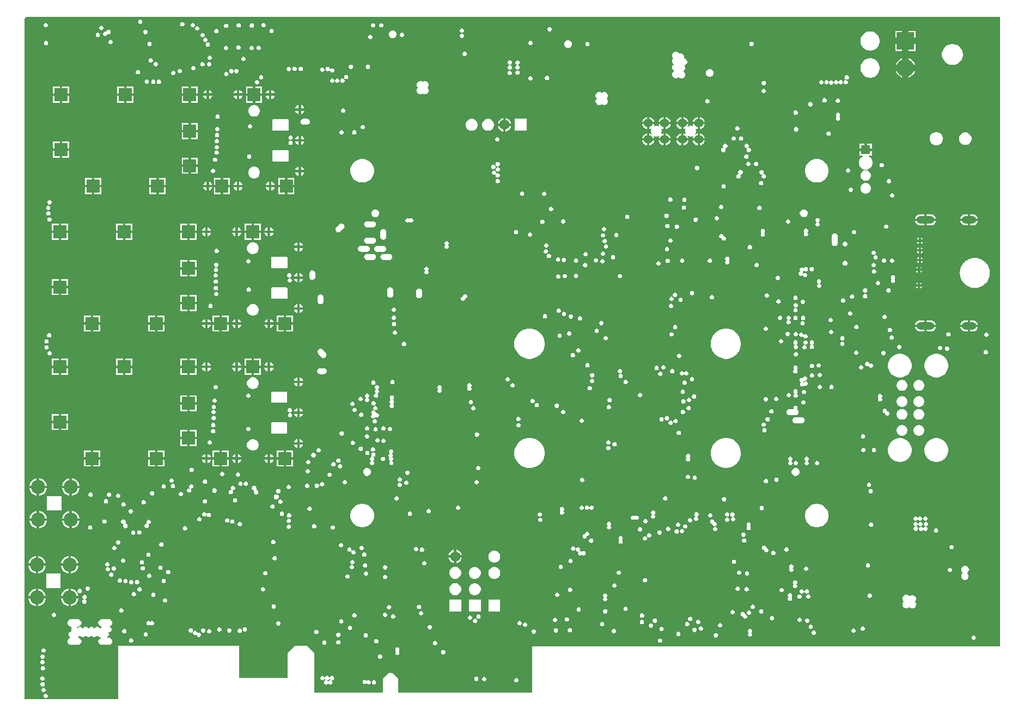
<source format=gbr>
G04*
G04 #@! TF.GenerationSoftware,Altium Limited,Altium Designer,23.7.1 (13)*
G04*
G04 Layer_Physical_Order=2*
G04 Layer_Color=36540*
%FSLAX25Y25*%
%MOIN*%
G70*
G04*
G04 #@! TF.SameCoordinates,27D51526-8311-448D-B6E4-34D2AC34C314*
G04*
G04*
G04 #@! TF.FilePolarity,Positive*
G04*
G01*
G75*
%ADD190C,0.10827*%
%ADD191R,0.10827X0.10827*%
%ADD193R,0.05472X0.05472*%
%ADD237C,0.06299*%
%ADD239R,0.07874X0.07874*%
%ADD245O,0.11024X0.04724*%
%ADD246O,0.09055X0.04724*%
%ADD250C,0.25000*%
%ADD251C,0.05500*%
%ADD252C,0.08661*%
%ADD254C,0.01600*%
%ADD255C,0.01800*%
%ADD256C,0.01968*%
%ADD257C,0.02000*%
G36*
X569278Y-364300D02*
X282941Y-364300D01*
Y-392667D01*
X200941D01*
Y-383800D01*
X197741Y-380600D01*
X194941D01*
X191741Y-383800D01*
Y-392667D01*
X149641D01*
Y-368300D01*
X145041Y-363700D01*
X137841D01*
X133341Y-368200D01*
Y-383366D01*
X103641D01*
Y-364000D01*
X29641D01*
Y-396400D01*
X-27759D01*
Y20200D01*
X-26551Y21408D01*
X569278Y21408D01*
Y-364300D01*
D02*
G37*
%LPC*%
G36*
X43389Y19758D02*
X42872D01*
X42394Y19560D01*
X42028Y19194D01*
X41830Y18716D01*
Y18199D01*
X42028Y17721D01*
X42394Y17356D01*
X42872Y17158D01*
X43389D01*
X43867Y17356D01*
X44232Y17721D01*
X44430Y18199D01*
Y18716D01*
X44232Y19194D01*
X43867Y19560D01*
X43389Y19758D01*
D02*
G37*
G36*
X69134Y18266D02*
X68617D01*
X68139Y18068D01*
X67773Y17703D01*
X67576Y17225D01*
Y16708D01*
X67773Y16230D01*
X68139Y15864D01*
X68617Y15666D01*
X69134D01*
X69612Y15864D01*
X69978Y16230D01*
X70176Y16708D01*
Y17225D01*
X69978Y17703D01*
X69612Y18068D01*
X69134Y18266D01*
D02*
G37*
G36*
X118839Y17810D02*
X118322D01*
X117844Y17612D01*
X117478Y17246D01*
X117280Y16769D01*
Y16251D01*
X117478Y15774D01*
X117844Y15408D01*
X118322Y15210D01*
X118839D01*
X119317Y15408D01*
X119682Y15774D01*
X119880Y16251D01*
Y16769D01*
X119682Y17246D01*
X119317Y17612D01*
X118839Y17810D01*
D02*
G37*
G36*
X-14453Y17751D02*
X-14970D01*
X-15448Y17553D01*
X-15814Y17188D01*
X-16012Y16710D01*
Y16193D01*
X-15814Y15715D01*
X-15448Y15349D01*
X-14970Y15151D01*
X-14453D01*
X-13975Y15349D01*
X-13610Y15715D01*
X-13412Y16193D01*
Y16710D01*
X-13610Y17188D01*
X-13975Y17553D01*
X-14453Y17751D01*
D02*
G37*
G36*
X75633Y17732D02*
X75116D01*
X74638Y17535D01*
X74272Y17169D01*
X74075Y16691D01*
Y16174D01*
X74272Y15696D01*
X74638Y15330D01*
X75116Y15132D01*
X75633D01*
X76111Y15330D01*
X76477Y15696D01*
X76674Y16174D01*
Y16691D01*
X76477Y17169D01*
X76111Y17535D01*
X75633Y17732D01*
D02*
G37*
G36*
X103702Y17629D02*
X103184D01*
X102707Y17431D01*
X102341Y17065D01*
X102143Y16587D01*
Y16070D01*
X102341Y15592D01*
X102707Y15227D01*
X103184Y15029D01*
X103702D01*
X104180Y15227D01*
X104545Y15592D01*
X104743Y16070D01*
Y16587D01*
X104545Y17065D01*
X104180Y17431D01*
X103702Y17629D01*
D02*
G37*
G36*
X190866Y17599D02*
X190349D01*
X189871Y17401D01*
X189505Y17036D01*
X189307Y16558D01*
Y16040D01*
X189505Y15563D01*
X189871Y15197D01*
X190349Y14999D01*
X190866D01*
X191344Y15197D01*
X191709Y15563D01*
X191907Y16040D01*
Y16558D01*
X191709Y17036D01*
X191344Y17401D01*
X190866Y17599D01*
D02*
G37*
G36*
X185916D02*
X185398D01*
X184921Y17401D01*
X184555Y17036D01*
X184357Y16558D01*
Y16040D01*
X184555Y15563D01*
X184921Y15197D01*
X185398Y14999D01*
X185916D01*
X186393Y15197D01*
X186759Y15563D01*
X186957Y16040D01*
Y16558D01*
X186759Y17036D01*
X186393Y17401D01*
X185916Y17599D01*
D02*
G37*
G36*
X111678Y17538D02*
X111161D01*
X110683Y17340D01*
X110318Y16974D01*
X110120Y16497D01*
Y15980D01*
X110318Y15502D01*
X110683Y15136D01*
X111161Y14938D01*
X111678D01*
X112156Y15136D01*
X112522Y15502D01*
X112720Y15980D01*
Y16497D01*
X112522Y16974D01*
X112156Y17340D01*
X111678Y17538D01*
D02*
G37*
G36*
X95978Y17307D02*
X95461D01*
X94983Y17109D01*
X94618Y16743D01*
X94420Y16265D01*
Y15748D01*
X94618Y15270D01*
X94983Y14905D01*
X95461Y14707D01*
X95978D01*
X96456Y14905D01*
X96822Y15270D01*
X97020Y15748D01*
Y16265D01*
X96822Y16743D01*
X96456Y17109D01*
X95978Y17307D01*
D02*
G37*
G36*
X19596Y16080D02*
X19079D01*
X18601Y15882D01*
X18235Y15516D01*
X18037Y15039D01*
Y14521D01*
X18235Y14043D01*
X18601Y13678D01*
X19079Y13480D01*
X19596D01*
X20074Y13678D01*
X20439Y14043D01*
X20637Y14521D01*
Y15039D01*
X20439Y15516D01*
X20074Y15882D01*
X19596Y16080D01*
D02*
G37*
G36*
X78211Y15830D02*
X77694D01*
X77216Y15632D01*
X76851Y15267D01*
X76653Y14789D01*
Y14272D01*
X76851Y13794D01*
X77216Y13428D01*
X77694Y13230D01*
X78211D01*
X78689Y13428D01*
X79055Y13794D01*
X79253Y14272D01*
Y14789D01*
X79055Y15267D01*
X78689Y15632D01*
X78211Y15830D01*
D02*
G37*
G36*
X293959Y15252D02*
X293442D01*
X292964Y15054D01*
X292599Y14688D01*
X292401Y14210D01*
Y13693D01*
X292599Y13216D01*
X292964Y12850D01*
X293442Y12652D01*
X293959D01*
X294437Y12850D01*
X294803Y13216D01*
X295001Y13693D01*
Y14210D01*
X294803Y14688D01*
X294437Y15054D01*
X293959Y15252D01*
D02*
G37*
G36*
X24018Y13579D02*
X23501D01*
X23023Y13382D01*
X22658Y13016D01*
X22460Y12538D01*
Y12470D01*
X22160Y12270D01*
X21880Y12385D01*
X21363D01*
X20885Y12188D01*
X20519Y11822D01*
X20322Y11344D01*
Y10827D01*
X20519Y10349D01*
X20885Y9983D01*
X21363Y9785D01*
X21880D01*
X22358Y9983D01*
X22724Y10349D01*
X22922Y10827D01*
Y10895D01*
X23222Y11095D01*
X23501Y10979D01*
X24018D01*
X24496Y11177D01*
X24862Y11543D01*
X25060Y12021D01*
Y12538D01*
X24862Y13016D01*
X24496Y13382D01*
X24018Y13579D01*
D02*
G37*
G36*
X240187Y14430D02*
X239670D01*
X239192Y14232D01*
X238826Y13866D01*
X238629Y13388D01*
Y12871D01*
X238826Y12393D01*
X239192Y12028D01*
X239670Y11830D01*
X240187D01*
X240665Y12028D01*
X241031Y12393D01*
X241229Y12871D01*
Y13388D01*
X241031Y13866D01*
X240665Y14232D01*
X240187Y14430D01*
D02*
G37*
G36*
X123733Y14139D02*
X123216D01*
X122739Y13941D01*
X122373Y13575D01*
X122175Y13098D01*
Y12581D01*
X122373Y12103D01*
X122739Y11737D01*
X123216Y11539D01*
X123733D01*
X124211Y11737D01*
X124577Y12103D01*
X124775Y12581D01*
Y13098D01*
X124577Y13575D01*
X124211Y13941D01*
X123733Y14139D01*
D02*
G37*
G36*
X90022Y14045D02*
X89505D01*
X89027Y13847D01*
X88662Y13482D01*
X88464Y13004D01*
Y12487D01*
X88662Y12009D01*
X89027Y11643D01*
X89505Y11445D01*
X90022D01*
X90500Y11643D01*
X90866Y12009D01*
X91064Y12487D01*
Y13004D01*
X90866Y13482D01*
X90500Y13847D01*
X90022Y14045D01*
D02*
G37*
G36*
X46560Y13579D02*
X46043D01*
X45565Y13382D01*
X45200Y13016D01*
X45002Y12538D01*
Y12021D01*
X45200Y11543D01*
X45565Y11177D01*
X46043Y10979D01*
X46560D01*
X47038Y11177D01*
X47404Y11543D01*
X47602Y12021D01*
Y12538D01*
X47404Y13016D01*
X47038Y13382D01*
X46560Y13579D01*
D02*
G37*
G36*
X203585Y11867D02*
X203068D01*
X202590Y11669D01*
X202224Y11304D01*
X202026Y10826D01*
Y10308D01*
X202224Y9831D01*
X202590Y9465D01*
X203068Y9267D01*
X203585D01*
X204063Y9465D01*
X204429Y9831D01*
X204626Y10308D01*
Y10826D01*
X204429Y11304D01*
X204063Y11669D01*
X203585Y11867D01*
D02*
G37*
G36*
X17385Y11696D02*
X16867D01*
X16390Y11498D01*
X16024Y11133D01*
X15826Y10655D01*
Y10138D01*
X16024Y9660D01*
X16390Y9294D01*
X16867Y9096D01*
X17385D01*
X17862Y9294D01*
X18228Y9660D01*
X18426Y10138D01*
Y10655D01*
X18228Y11133D01*
X17862Y11498D01*
X17385Y11696D01*
D02*
G37*
G36*
X81573Y11648D02*
X81056D01*
X80578Y11451D01*
X80212Y11085D01*
X80014Y10607D01*
Y10090D01*
X80212Y9612D01*
X80578Y9246D01*
X81056Y9048D01*
X81573D01*
X82051Y9246D01*
X82417Y9612D01*
X82614Y10090D01*
Y10607D01*
X82417Y11085D01*
X82051Y11451D01*
X81573Y11648D01*
D02*
G37*
G36*
X517671Y12889D02*
X513457D01*
Y8675D01*
X517671D01*
Y12889D01*
D02*
G37*
G36*
X509457D02*
X505244D01*
Y8675D01*
X509457D01*
Y12889D01*
D02*
G37*
G36*
X240251Y11215D02*
X239734D01*
X239256Y11017D01*
X238891Y10651D01*
X238693Y10174D01*
Y9656D01*
X238891Y9178D01*
X239256Y8813D01*
X239734Y8615D01*
X240251D01*
X240729Y8813D01*
X241095Y9178D01*
X241293Y9656D01*
Y10174D01*
X241095Y10651D01*
X240729Y11017D01*
X240251Y11215D01*
D02*
G37*
G36*
X198153Y13140D02*
X197238D01*
X196393Y12790D01*
X195746Y12143D01*
X195396Y11298D01*
Y10383D01*
X195746Y9538D01*
X196393Y8891D01*
X197238Y8540D01*
X198153D01*
X198998Y8891D01*
X199645Y9538D01*
X199996Y10383D01*
Y11298D01*
X199645Y12143D01*
X198998Y12790D01*
X198153Y13140D01*
D02*
G37*
G36*
X184167Y10395D02*
X183650D01*
X183172Y10197D01*
X182806Y9832D01*
X182608Y9354D01*
Y8837D01*
X182806Y8359D01*
X183172Y7993D01*
X183650Y7795D01*
X184167D01*
X184644Y7993D01*
X185010Y8359D01*
X185208Y8837D01*
Y9354D01*
X185010Y9832D01*
X184644Y10197D01*
X184167Y10395D01*
D02*
G37*
G36*
X83198Y8786D02*
X82681D01*
X82203Y8588D01*
X81838Y8223D01*
X81640Y7745D01*
Y7228D01*
X81838Y6750D01*
X82203Y6384D01*
X82681Y6186D01*
X83198D01*
X83676Y6384D01*
X84042Y6750D01*
X84240Y7228D01*
Y7745D01*
X84042Y8223D01*
X83676Y8588D01*
X83198Y8786D01*
D02*
G37*
G36*
X25245Y7372D02*
X24728D01*
X24250Y7174D01*
X23885Y6808D01*
X23687Y6330D01*
Y5813D01*
X23885Y5335D01*
X24250Y4970D01*
X24728Y4772D01*
X25245D01*
X25723Y4970D01*
X26089Y5335D01*
X26287Y5813D01*
Y6330D01*
X26089Y6808D01*
X25723Y7174D01*
X25245Y7372D01*
D02*
G37*
G36*
X282253Y6866D02*
X281736D01*
X281258Y6668D01*
X280892Y6302D01*
X280694Y5825D01*
Y5307D01*
X280892Y4830D01*
X281258Y4464D01*
X281736Y4266D01*
X282253D01*
X282731Y4464D01*
X283096Y4830D01*
X283294Y5307D01*
Y5825D01*
X283096Y6302D01*
X282731Y6668D01*
X282253Y6866D01*
D02*
G37*
G36*
X-14283Y6690D02*
X-14800D01*
X-15278Y6492D01*
X-15644Y6127D01*
X-15842Y5649D01*
Y5132D01*
X-15644Y4654D01*
X-15278Y4288D01*
X-14800Y4090D01*
X-14283D01*
X-13805Y4288D01*
X-13440Y4654D01*
X-13242Y5132D01*
Y5649D01*
X-13440Y6127D01*
X-13805Y6492D01*
X-14283Y6690D01*
D02*
G37*
G36*
X417454Y6225D02*
X416937D01*
X416459Y6027D01*
X416094Y5661D01*
X415896Y5184D01*
Y4666D01*
X416094Y4188D01*
X416459Y3823D01*
X416937Y3625D01*
X417454D01*
X417932Y3823D01*
X418298Y4188D01*
X418496Y4666D01*
Y5184D01*
X418298Y5661D01*
X417932Y6027D01*
X417454Y6225D01*
D02*
G37*
G36*
X49088Y6185D02*
X48571D01*
X48093Y5987D01*
X47727Y5621D01*
X47529Y5143D01*
Y4626D01*
X47727Y4148D01*
X48093Y3782D01*
X48571Y3585D01*
X49088D01*
X49566Y3782D01*
X49931Y4148D01*
X50129Y4626D01*
Y5143D01*
X49931Y5621D01*
X49566Y5987D01*
X49088Y6185D01*
D02*
G37*
G36*
X317088Y6106D02*
X316570D01*
X316093Y5908D01*
X315727Y5542D01*
X315529Y5064D01*
Y4547D01*
X315727Y4069D01*
X316093Y3704D01*
X316570Y3506D01*
X317088D01*
X317565Y3704D01*
X317931Y4069D01*
X318129Y4547D01*
Y5064D01*
X317931Y5542D01*
X317565Y5908D01*
X317088Y6106D01*
D02*
G37*
G36*
X84707Y5870D02*
X84190D01*
X83712Y5672D01*
X83347Y5306D01*
X83149Y4828D01*
Y4311D01*
X83347Y3833D01*
X83712Y3468D01*
X84190Y3270D01*
X84707D01*
X85185Y3468D01*
X85551Y3833D01*
X85749Y4311D01*
Y4828D01*
X85551Y5306D01*
X85185Y5672D01*
X84707Y5870D01*
D02*
G37*
G36*
X305351Y7181D02*
X304436D01*
X303590Y6831D01*
X302943Y6184D01*
X302593Y5339D01*
Y4423D01*
X302943Y3578D01*
X303590Y2931D01*
X304436Y2581D01*
X305351D01*
X306196Y2931D01*
X306843Y3578D01*
X307193Y4423D01*
Y5339D01*
X306843Y6184D01*
X306196Y6831D01*
X305351Y7181D01*
D02*
G37*
G36*
X103475Y3987D02*
X102958D01*
X102480Y3789D01*
X102115Y3423D01*
X101917Y2946D01*
Y2428D01*
X102115Y1950D01*
X102480Y1585D01*
X102958Y1387D01*
X103475D01*
X103953Y1585D01*
X104319Y1950D01*
X104517Y2428D01*
Y2946D01*
X104319Y3423D01*
X103953Y3789D01*
X103475Y3987D01*
D02*
G37*
G36*
X115810Y3831D02*
X115293D01*
X114815Y3633D01*
X114449Y3268D01*
X114251Y2790D01*
Y2272D01*
X114449Y1795D01*
X114815Y1429D01*
X115293Y1231D01*
X115810D01*
X116288Y1429D01*
X116653Y1795D01*
X116851Y2272D01*
Y2790D01*
X116653Y3268D01*
X116288Y3633D01*
X115810Y3831D01*
D02*
G37*
G36*
X111633Y3760D02*
X111116D01*
X110638Y3562D01*
X110272Y3197D01*
X110074Y2719D01*
Y2202D01*
X110272Y1724D01*
X110638Y1358D01*
X111116Y1160D01*
X111633D01*
X112111Y1358D01*
X112476Y1724D01*
X112674Y2202D01*
Y2719D01*
X112476Y3197D01*
X112111Y3562D01*
X111633Y3760D01*
D02*
G37*
G36*
X95912Y3724D02*
X95395D01*
X94918Y3526D01*
X94552Y3160D01*
X94354Y2683D01*
Y2165D01*
X94552Y1688D01*
X94918Y1322D01*
X95395Y1124D01*
X95912D01*
X96390Y1322D01*
X96756Y1688D01*
X96954Y2165D01*
Y2683D01*
X96756Y3160D01*
X96390Y3526D01*
X95912Y3724D01*
D02*
G37*
G36*
X490340Y12589D02*
X489175D01*
X488033Y12361D01*
X486957Y11916D01*
X485988Y11268D01*
X485164Y10445D01*
X484517Y9476D01*
X484071Y8400D01*
X483844Y7258D01*
Y6093D01*
X484071Y4950D01*
X484517Y3874D01*
X485164Y2906D01*
X485988Y2082D01*
X486957Y1435D01*
X488033Y989D01*
X489175Y762D01*
X490340D01*
X491482Y989D01*
X492558Y1435D01*
X493527Y2082D01*
X494351Y2906D01*
X494998Y3874D01*
X495444Y4950D01*
X495671Y6093D01*
Y7258D01*
X495444Y8400D01*
X494998Y9476D01*
X494351Y10445D01*
X493527Y11268D01*
X492558Y11916D01*
X491482Y12361D01*
X490340Y12589D01*
D02*
G37*
G36*
X517671Y4675D02*
X513457D01*
Y462D01*
X517671D01*
Y4675D01*
D02*
G37*
G36*
X509457D02*
X505244D01*
Y462D01*
X509457D01*
Y4675D01*
D02*
G37*
G36*
X241991Y184D02*
X241474D01*
X240996Y-13D01*
X240630Y-379D01*
X240432Y-857D01*
Y-1374D01*
X240630Y-1852D01*
X240996Y-2218D01*
X241474Y-2416D01*
X241991D01*
X242469Y-2218D01*
X242834Y-1852D01*
X243032Y-1374D01*
Y-857D01*
X242834Y-379D01*
X242469Y-13D01*
X241991Y184D01*
D02*
G37*
G36*
X85963Y-2226D02*
X85446D01*
X84969Y-2424D01*
X84603Y-2789D01*
X84405Y-3267D01*
Y-3784D01*
X84603Y-4262D01*
X84969Y-4628D01*
X85446Y-4826D01*
X85963D01*
X86441Y-4628D01*
X86807Y-4262D01*
X87005Y-3784D01*
Y-3267D01*
X86807Y-2789D01*
X86441Y-2424D01*
X85963Y-2226D01*
D02*
G37*
G36*
X106629Y-2848D02*
X106112D01*
X105634Y-3046D01*
X105268Y-3411D01*
X105070Y-3889D01*
Y-4406D01*
X105268Y-4884D01*
X105634Y-5250D01*
X106112Y-5448D01*
X106629D01*
X107107Y-5250D01*
X107473Y-4884D01*
X107670Y-4406D01*
Y-3889D01*
X107473Y-3411D01*
X107107Y-3046D01*
X106629Y-2848D01*
D02*
G37*
G36*
X49797Y-3885D02*
X49279D01*
X48801Y-4083D01*
X48436Y-4449D01*
X48238Y-4926D01*
Y-5443D01*
X48436Y-5921D01*
X48801Y-6287D01*
X49279Y-6485D01*
X49797D01*
X50274Y-6287D01*
X50640Y-5921D01*
X50838Y-5443D01*
Y-4926D01*
X50640Y-4449D01*
X50274Y-4083D01*
X49797Y-3885D01*
D02*
G37*
G36*
X269512Y-5115D02*
X268995D01*
X268517Y-5313D01*
X268151Y-5678D01*
X267953Y-6156D01*
Y-6673D01*
X268151Y-7151D01*
X268517Y-7517D01*
X268995Y-7715D01*
X269512D01*
X269989Y-7517D01*
X270355Y-7151D01*
X270553Y-6673D01*
Y-6156D01*
X270355Y-5678D01*
X269989Y-5313D01*
X269512Y-5115D01*
D02*
G37*
G36*
X513457Y-3928D02*
Y-7825D01*
X517354D01*
X516964Y-6882D01*
X516284Y-5864D01*
X515418Y-4999D01*
X514401Y-4319D01*
X513457Y-3928D01*
D02*
G37*
G36*
X509457Y-3928D02*
X508514Y-4319D01*
X507497Y-4999D01*
X506631Y-5864D01*
X505951Y-6882D01*
X505561Y-7825D01*
X509457D01*
Y-3928D01*
D02*
G37*
G36*
X540788Y4825D02*
X539527D01*
X538291Y4579D01*
X537126Y4097D01*
X536078Y3396D01*
X535186Y2505D01*
X534486Y1457D01*
X534003Y292D01*
X533757Y-944D01*
Y-2205D01*
X534003Y-3442D01*
X534486Y-4606D01*
X535186Y-5655D01*
X536078Y-6546D01*
X537126Y-7246D01*
X538291Y-7729D01*
X539527Y-7975D01*
X540788D01*
X542024Y-7729D01*
X543189Y-7246D01*
X544237Y-6546D01*
X545129Y-5655D01*
X545829Y-4606D01*
X546312Y-3442D01*
X546558Y-2205D01*
Y-944D01*
X546312Y292D01*
X545829Y1457D01*
X545129Y2505D01*
X544237Y3396D01*
X543189Y4097D01*
X542024Y4579D01*
X540788Y4825D01*
D02*
G37*
G36*
X52818Y-6118D02*
X52301D01*
X51823Y-6316D01*
X51457Y-6682D01*
X51259Y-7160D01*
Y-7677D01*
X51457Y-8155D01*
X51823Y-8521D01*
X52301Y-8719D01*
X52818D01*
X53295Y-8521D01*
X53661Y-8155D01*
X53859Y-7677D01*
Y-7160D01*
X53661Y-6682D01*
X53295Y-6316D01*
X52818Y-6118D01*
D02*
G37*
G36*
X85589Y-6122D02*
X85072D01*
X84594Y-6320D01*
X84229Y-6686D01*
X84031Y-7164D01*
Y-7681D01*
X84229Y-8159D01*
X84594Y-8524D01*
X85072Y-8722D01*
X85589D01*
X86067Y-8524D01*
X86433Y-8159D01*
X86631Y-7681D01*
Y-7164D01*
X86433Y-6686D01*
X86067Y-6320D01*
X85589Y-6122D01*
D02*
G37*
G36*
X81452Y-6228D02*
X80935D01*
X80457Y-6426D01*
X80091Y-6792D01*
X79893Y-7269D01*
Y-7787D01*
X80091Y-8264D01*
X80457Y-8630D01*
X80935Y-8828D01*
X81452D01*
X81930Y-8630D01*
X82296Y-8264D01*
X82494Y-7787D01*
Y-7269D01*
X82296Y-6792D01*
X81930Y-6426D01*
X81452Y-6228D01*
D02*
G37*
G36*
X182744Y-7768D02*
X182227D01*
X181749Y-7966D01*
X181383Y-8332D01*
X181185Y-8810D01*
Y-9327D01*
X181383Y-9805D01*
X181749Y-10170D01*
X182227Y-10368D01*
X182744D01*
X183222Y-10170D01*
X183587Y-9805D01*
X183785Y-9327D01*
Y-8810D01*
X183587Y-8332D01*
X183222Y-7966D01*
X182744Y-7768D01*
D02*
G37*
G36*
X172311D02*
X171794D01*
X171316Y-7966D01*
X170950Y-8332D01*
X170752Y-8810D01*
Y-9327D01*
X170950Y-9805D01*
X171316Y-10170D01*
X171794Y-10368D01*
X172311D01*
X172789Y-10170D01*
X173154Y-9805D01*
X173352Y-9327D01*
Y-8810D01*
X173154Y-8332D01*
X172789Y-7966D01*
X172311Y-7768D01*
D02*
G37*
G36*
X274335Y-5269D02*
X273817D01*
X273340Y-5466D01*
X272974Y-5832D01*
X272776Y-6310D01*
Y-6827D01*
X272974Y-7305D01*
X273340Y-7671D01*
X273772Y-7850D01*
X273782Y-7911D01*
Y-8089D01*
X273772Y-8150D01*
X273340Y-8329D01*
X272974Y-8695D01*
X272776Y-9172D01*
Y-9690D01*
X272974Y-10167D01*
X273340Y-10533D01*
X273817Y-10731D01*
X274335D01*
X274812Y-10533D01*
X275178Y-10167D01*
X275376Y-9690D01*
Y-9172D01*
X275178Y-8695D01*
X274812Y-8329D01*
X274380Y-8150D01*
X274370Y-8089D01*
Y-7911D01*
X274380Y-7850D01*
X274812Y-7671D01*
X275178Y-7305D01*
X275376Y-6827D01*
Y-6310D01*
X275178Y-5832D01*
X274812Y-5466D01*
X274335Y-5269D01*
D02*
G37*
G36*
X269512Y-8131D02*
X268995D01*
X268517Y-8329D01*
X268151Y-8695D01*
X267953Y-9172D01*
Y-9690D01*
X268151Y-10167D01*
X268517Y-10533D01*
X268995Y-10731D01*
X269512D01*
X269989Y-10533D01*
X270355Y-10167D01*
X270553Y-9690D01*
Y-9172D01*
X270355Y-8695D01*
X269989Y-8329D01*
X269512Y-8131D01*
D02*
G37*
G36*
X75950Y-8529D02*
X75433D01*
X74955Y-8727D01*
X74589Y-9093D01*
X74391Y-9570D01*
Y-10087D01*
X74589Y-10565D01*
X74955Y-10931D01*
X75433Y-11129D01*
X75950D01*
X76428Y-10931D01*
X76793Y-10565D01*
X76991Y-10087D01*
Y-9570D01*
X76793Y-9093D01*
X76428Y-8727D01*
X75950Y-8529D01*
D02*
G37*
G36*
X141689Y-9052D02*
X141172D01*
X140694Y-9250D01*
X140329Y-9615D01*
X140131Y-10093D01*
Y-10610D01*
X140329Y-11088D01*
X140694Y-11454D01*
X141172Y-11652D01*
X141689D01*
X142167Y-11454D01*
X142533Y-11088D01*
X142731Y-10610D01*
Y-10093D01*
X142533Y-9615D01*
X142167Y-9250D01*
X141689Y-9052D01*
D02*
G37*
G36*
X137812D02*
X137295D01*
X136817Y-9250D01*
X136452Y-9615D01*
X136254Y-10093D01*
Y-10610D01*
X136452Y-11088D01*
X136817Y-11454D01*
X137295Y-11652D01*
X137812D01*
X138290Y-11454D01*
X138656Y-11088D01*
X138854Y-10610D01*
Y-10093D01*
X138656Y-9615D01*
X138290Y-9250D01*
X137812Y-9052D01*
D02*
G37*
G36*
X134334Y-9130D02*
X133817D01*
X133339Y-9328D01*
X132974Y-9694D01*
X132776Y-10172D01*
Y-10689D01*
X132974Y-11167D01*
X133339Y-11532D01*
X133817Y-11730D01*
X134334D01*
X134812Y-11532D01*
X135178Y-11167D01*
X135376Y-10689D01*
Y-10172D01*
X135178Y-9694D01*
X134812Y-9328D01*
X134334Y-9130D01*
D02*
G37*
G36*
X154810Y-9526D02*
X154293D01*
X153815Y-9724D01*
X153449Y-10089D01*
X153251Y-10567D01*
Y-11084D01*
X153449Y-11562D01*
X153815Y-11928D01*
X154293Y-12126D01*
X154810D01*
X155288Y-11928D01*
X155653Y-11562D01*
X155851Y-11084D01*
Y-10567D01*
X155653Y-10089D01*
X155288Y-9724D01*
X154810Y-9526D01*
D02*
G37*
G36*
X158138Y-9130D02*
X157620D01*
X157143Y-9328D01*
X156777Y-9694D01*
X156579Y-10172D01*
Y-10689D01*
X156777Y-11167D01*
X157143Y-11532D01*
X157620Y-11730D01*
X158138D01*
X158615Y-11532D01*
X158981Y-11167D01*
X158999Y-11123D01*
X159299Y-11183D01*
Y-11606D01*
X159497Y-12083D01*
X159863Y-12449D01*
X160340Y-12647D01*
X160858D01*
X161336Y-12449D01*
X161701Y-12083D01*
X161899Y-11606D01*
Y-11088D01*
X161701Y-10611D01*
X161336Y-10245D01*
X160858Y-10047D01*
X160340D01*
X159863Y-10245D01*
X159497Y-10611D01*
X159479Y-10654D01*
X159179Y-10594D01*
Y-10172D01*
X158981Y-9694D01*
X158615Y-9328D01*
X158138Y-9130D01*
D02*
G37*
G36*
X67581Y-10378D02*
X67064D01*
X66586Y-10576D01*
X66221Y-10942D01*
X66023Y-11420D01*
Y-11937D01*
X66221Y-12415D01*
X66586Y-12780D01*
X67064Y-12978D01*
X67581D01*
X68059Y-12780D01*
X68425Y-12415D01*
X68623Y-11937D01*
Y-11420D01*
X68425Y-10942D01*
X68059Y-10576D01*
X67581Y-10378D01*
D02*
G37*
G36*
X102237Y-10426D02*
X101720D01*
X101242Y-10624D01*
X100876Y-10990D01*
X100678Y-11468D01*
Y-11985D01*
X100876Y-12463D01*
X101242Y-12829D01*
X101720Y-13026D01*
X102237D01*
X102715Y-12829D01*
X103080Y-12463D01*
X103278Y-11985D01*
Y-11468D01*
X103080Y-10990D01*
X102715Y-10624D01*
X102237Y-10426D01*
D02*
G37*
G36*
X99159D02*
X98642D01*
X98164Y-10624D01*
X97799Y-10990D01*
X97601Y-11468D01*
Y-11985D01*
X97799Y-12463D01*
X98164Y-12829D01*
X98642Y-13026D01*
X99159D01*
X99637Y-12829D01*
X100003Y-12463D01*
X100201Y-11985D01*
Y-11468D01*
X100003Y-10990D01*
X99637Y-10624D01*
X99159Y-10426D01*
D02*
G37*
G36*
X42037Y-11040D02*
X41520D01*
X41042Y-11238D01*
X40676Y-11603D01*
X40478Y-12081D01*
Y-12598D01*
X40676Y-13076D01*
X41042Y-13442D01*
X41520Y-13640D01*
X42037D01*
X42515Y-13442D01*
X42880Y-13076D01*
X43078Y-12598D01*
Y-12081D01*
X42880Y-11603D01*
X42515Y-11238D01*
X42037Y-11040D01*
D02*
G37*
G36*
X274335Y-11361D02*
X273817D01*
X273340Y-11559D01*
X272974Y-11925D01*
X272776Y-12402D01*
Y-12920D01*
X272974Y-13397D01*
X273340Y-13763D01*
X273817Y-13961D01*
X274335D01*
X274812Y-13763D01*
X275178Y-13397D01*
X275376Y-12920D01*
Y-12402D01*
X275178Y-11925D01*
X274812Y-11559D01*
X274335Y-11361D01*
D02*
G37*
G36*
X63644Y-11505D02*
X63127D01*
X62649Y-11703D01*
X62284Y-12069D01*
X62086Y-12547D01*
Y-13064D01*
X62284Y-13542D01*
X62649Y-13907D01*
X63127Y-14105D01*
X63644D01*
X64122Y-13907D01*
X64488Y-13542D01*
X64686Y-13064D01*
Y-12547D01*
X64488Y-12069D01*
X64122Y-11703D01*
X63644Y-11505D01*
D02*
G37*
G36*
X269458Y-11568D02*
X268940D01*
X268463Y-11766D01*
X268097Y-12131D01*
X267899Y-12609D01*
Y-13126D01*
X268097Y-13604D01*
X268463Y-13970D01*
X268940Y-14168D01*
X269458D01*
X269935Y-13970D01*
X270301Y-13604D01*
X270499Y-13126D01*
Y-12609D01*
X270301Y-12131D01*
X269935Y-11766D01*
X269458Y-11568D01*
D02*
G37*
G36*
X96077Y-12176D02*
X95560D01*
X95082Y-12374D01*
X94716Y-12740D01*
X94518Y-13218D01*
Y-13735D01*
X94716Y-14212D01*
X95082Y-14578D01*
X95560Y-14776D01*
X96077D01*
X96554Y-14578D01*
X96920Y-14212D01*
X97118Y-13735D01*
Y-13218D01*
X96920Y-12740D01*
X96554Y-12374D01*
X96077Y-12176D01*
D02*
G37*
G36*
X392200Y-10486D02*
X391285D01*
X390440Y-10836D01*
X389793Y-11483D01*
X389443Y-12328D01*
Y-13243D01*
X389793Y-14089D01*
X390440Y-14736D01*
X391285Y-15086D01*
X392200D01*
X393046Y-14736D01*
X393693Y-14089D01*
X394043Y-13243D01*
Y-12328D01*
X393693Y-11483D01*
X393046Y-10836D01*
X392200Y-10486D01*
D02*
G37*
G36*
X517354Y-11825D02*
X513457D01*
Y-15722D01*
X514401Y-15331D01*
X515418Y-14651D01*
X516284Y-13786D01*
X516964Y-12768D01*
X517354Y-11825D01*
D02*
G37*
G36*
X509457D02*
X505561D01*
X505951Y-12768D01*
X506631Y-13786D01*
X507497Y-14651D01*
X508514Y-15331D01*
X509457Y-15722D01*
Y-11825D01*
D02*
G37*
G36*
X490340Y-3911D02*
X489175D01*
X488033Y-4139D01*
X486957Y-4584D01*
X485988Y-5232D01*
X485164Y-6055D01*
X484517Y-7024D01*
X484071Y-8100D01*
X483844Y-9242D01*
Y-10407D01*
X484071Y-11550D01*
X484517Y-12626D01*
X485164Y-13594D01*
X485988Y-14418D01*
X486957Y-15065D01*
X488033Y-15511D01*
X489175Y-15738D01*
X490340D01*
X491482Y-15511D01*
X492558Y-15065D01*
X493527Y-14418D01*
X494351Y-13594D01*
X494998Y-12626D01*
X495444Y-11550D01*
X495671Y-10407D01*
Y-9242D01*
X495444Y-8100D01*
X494998Y-7024D01*
X494351Y-6055D01*
X493527Y-5232D01*
X492558Y-4584D01*
X491482Y-4139D01*
X490340Y-3911D01*
D02*
G37*
G36*
X371324Y204D02*
X370409D01*
X369563Y-146D01*
X368916Y-793D01*
X368566Y-1638D01*
Y-2553D01*
X368916Y-3399D01*
X369330Y-3813D01*
X368916Y-4227D01*
X368566Y-5072D01*
Y-5987D01*
X368916Y-6832D01*
X369543Y-7459D01*
X368916Y-8085D01*
X368566Y-8930D01*
Y-9845D01*
X368916Y-10691D01*
X369563Y-11338D01*
X369721Y-11403D01*
Y-11703D01*
X369563Y-11769D01*
X368916Y-12416D01*
X368566Y-13261D01*
Y-14176D01*
X368916Y-15021D01*
X369563Y-15668D01*
X370409Y-16018D01*
X371324D01*
X372169Y-15668D01*
X372439Y-15398D01*
X372910Y-15869D01*
X373755Y-16219D01*
X374670D01*
X375515Y-15869D01*
X376162Y-15222D01*
X376513Y-14377D01*
Y-13462D01*
X376162Y-12616D01*
X375594Y-12048D01*
X375544Y-11863D01*
X375594Y-11677D01*
X376162Y-11109D01*
X376513Y-10264D01*
Y-9349D01*
X376169Y-8519D01*
X376162Y-8504D01*
X376263Y-8180D01*
X376827Y-7947D01*
X377474Y-7300D01*
X377824Y-6454D01*
Y-5539D01*
X377474Y-4694D01*
X376827Y-4047D01*
X375981Y-3697D01*
X375928D01*
X375851Y-3581D01*
Y-2666D01*
X375501Y-1821D01*
X374854Y-1174D01*
X374008Y-824D01*
X373093D01*
X372867Y-917D01*
X372816Y-793D01*
X372169Y-146D01*
X371324Y204D01*
D02*
G37*
G36*
X169380Y-14067D02*
X168863D01*
X168385Y-14265D01*
X168019Y-14631D01*
X167821Y-15109D01*
Y-15626D01*
X168019Y-16104D01*
X168385Y-16469D01*
X168863Y-16667D01*
X169380D01*
X169858Y-16469D01*
X170223Y-16104D01*
X170421Y-15626D01*
Y-15109D01*
X170223Y-14631D01*
X169858Y-14265D01*
X169380Y-14067D01*
D02*
G37*
G36*
X117437Y-14270D02*
X116920D01*
X116442Y-14468D01*
X116077Y-14833D01*
X115879Y-15311D01*
Y-15828D01*
X116077Y-16306D01*
X116442Y-16672D01*
X116920Y-16870D01*
X117437D01*
X117915Y-16672D01*
X118281Y-16306D01*
X118479Y-15828D01*
Y-15311D01*
X118281Y-14833D01*
X117915Y-14468D01*
X117437Y-14270D01*
D02*
G37*
G36*
X475789Y-14332D02*
X475272D01*
X474794Y-14530D01*
X474428Y-14896D01*
X474230Y-15373D01*
Y-15890D01*
X474428Y-16368D01*
X474794Y-16734D01*
X475272Y-16932D01*
X475789D01*
X476267Y-16734D01*
X476632Y-16368D01*
X476830Y-15890D01*
Y-15373D01*
X476632Y-14896D01*
X476267Y-14530D01*
X475789Y-14332D01*
D02*
G37*
G36*
X292353Y-14653D02*
X291836D01*
X291358Y-14851D01*
X290992Y-15217D01*
X290794Y-15695D01*
Y-16212D01*
X290992Y-16689D01*
X291358Y-17055D01*
X291836Y-17253D01*
X292353D01*
X292831Y-17055D01*
X293196Y-16689D01*
X293394Y-16212D01*
Y-15695D01*
X293196Y-15217D01*
X292831Y-14851D01*
X292353Y-14653D01*
D02*
G37*
G36*
X282148Y-14847D02*
X281631D01*
X281153Y-15045D01*
X280788Y-15411D01*
X280590Y-15888D01*
Y-16406D01*
X280788Y-16883D01*
X281153Y-17249D01*
X281631Y-17447D01*
X282148D01*
X282626Y-17249D01*
X282992Y-16883D01*
X283190Y-16406D01*
Y-15888D01*
X282992Y-15411D01*
X282626Y-15045D01*
X282148Y-14847D01*
D02*
G37*
G36*
X472103Y-17198D02*
X471586D01*
X471108Y-17396D01*
X470742Y-17762D01*
X470571Y-18176D01*
X470267D01*
X470096Y-17762D01*
X469730Y-17396D01*
X469252Y-17198D01*
X468735D01*
X468257Y-17396D01*
X467892Y-17762D01*
X467694Y-18239D01*
Y-18757D01*
X467892Y-19234D01*
X468257Y-19600D01*
X468735Y-19798D01*
X469252D01*
X469730Y-19600D01*
X470096Y-19234D01*
X470267Y-18820D01*
X470571D01*
X470742Y-19234D01*
X471108Y-19600D01*
X471586Y-19798D01*
X472103D01*
X472581Y-19600D01*
X472947Y-19234D01*
X473144Y-18757D01*
Y-18239D01*
X472947Y-17762D01*
X472581Y-17396D01*
X472103Y-17198D01*
D02*
G37*
G36*
X217780Y-17889D02*
X216865D01*
X216038Y-18232D01*
X215212Y-17889D01*
X214297D01*
X213451Y-18239D01*
X212804Y-18886D01*
X212454Y-19732D01*
Y-20647D01*
X212804Y-21492D01*
X213216Y-21903D01*
X212804Y-22315D01*
X212454Y-23160D01*
Y-24075D01*
X212804Y-24921D01*
X213451Y-25568D01*
X214297Y-25918D01*
X215212D01*
X216038Y-25575D01*
X216865Y-25918D01*
X217780D01*
X218626Y-25568D01*
X219273Y-24921D01*
X219623Y-24075D01*
Y-23160D01*
X219273Y-22315D01*
X218861Y-21903D01*
X219273Y-21492D01*
X219623Y-20647D01*
Y-19732D01*
X219273Y-18886D01*
X218626Y-18239D01*
X217780Y-17889D01*
D02*
G37*
G36*
X160858Y-16230D02*
X160340D01*
X159863Y-16428D01*
X159497Y-16794D01*
X159299Y-17272D01*
Y-17789D01*
X159497Y-18267D01*
X159863Y-18632D01*
X160340Y-18830D01*
X160858D01*
X161336Y-18632D01*
X161701Y-18267D01*
X161899Y-17789D01*
Y-17272D01*
X161701Y-16794D01*
X161336Y-16428D01*
X160858Y-16230D01*
D02*
G37*
G36*
X167161Y-16292D02*
X166644D01*
X166166Y-16490D01*
X165800Y-16856D01*
X165602Y-17334D01*
Y-17851D01*
X165800Y-18329D01*
X166166Y-18694D01*
X166644Y-18892D01*
X167161D01*
X167639Y-18694D01*
X168004Y-18329D01*
X168202Y-17851D01*
Y-17334D01*
X168004Y-16856D01*
X167639Y-16490D01*
X167161Y-16292D01*
D02*
G37*
G36*
X163847D02*
X163330D01*
X162852Y-16490D01*
X162486Y-16856D01*
X162288Y-17334D01*
Y-17851D01*
X162486Y-18329D01*
X162852Y-18694D01*
X163330Y-18892D01*
X163847D01*
X164324Y-18694D01*
X164690Y-18329D01*
X164888Y-17851D01*
Y-17334D01*
X164690Y-16856D01*
X164324Y-16490D01*
X163847Y-16292D01*
D02*
G37*
G36*
X47415Y-16827D02*
X46897D01*
X46420Y-17025D01*
X46054Y-17391D01*
X45856Y-17869D01*
Y-18386D01*
X46054Y-18864D01*
X46420Y-19229D01*
X46897Y-19427D01*
X47415D01*
X47892Y-19229D01*
X48258Y-18864D01*
X48456Y-18386D01*
Y-17869D01*
X48258Y-17391D01*
X47892Y-17025D01*
X47415Y-16827D01*
D02*
G37*
G36*
X54786Y-16989D02*
X54269D01*
X53791Y-17187D01*
X53426Y-17552D01*
X53228Y-18030D01*
Y-18547D01*
X53426Y-19025D01*
X53791Y-19391D01*
X54269Y-19589D01*
X54786D01*
X55264Y-19391D01*
X55630Y-19025D01*
X55828Y-18547D01*
Y-18030D01*
X55630Y-17552D01*
X55264Y-17187D01*
X54786Y-16989D01*
D02*
G37*
G36*
X51419D02*
X50902D01*
X50424Y-17187D01*
X50059Y-17552D01*
X49861Y-18030D01*
Y-18547D01*
X50059Y-19025D01*
X50424Y-19391D01*
X50902Y-19589D01*
X51419D01*
X51897Y-19391D01*
X52263Y-19025D01*
X52461Y-18547D01*
Y-18030D01*
X52263Y-17552D01*
X51897Y-17187D01*
X51419Y-16989D01*
D02*
G37*
G36*
X114828Y-17180D02*
X114311D01*
X113833Y-17378D01*
X113467Y-17744D01*
X113269Y-18222D01*
Y-18739D01*
X113467Y-19217D01*
X113833Y-19582D01*
X114311Y-19780D01*
X114828D01*
X115306Y-19582D01*
X115672Y-19217D01*
X115869Y-18739D01*
Y-18222D01*
X115672Y-17744D01*
X115306Y-17378D01*
X114828Y-17180D01*
D02*
G37*
G36*
X475127Y-17198D02*
X474610D01*
X474132Y-17396D01*
X473766Y-17762D01*
X473568Y-18239D01*
Y-18757D01*
X473766Y-19234D01*
X474132Y-19600D01*
X474610Y-19798D01*
X475127D01*
X475605Y-19600D01*
X475970Y-19234D01*
X476168Y-18757D01*
Y-18239D01*
X475970Y-17762D01*
X475605Y-17396D01*
X475127Y-17198D01*
D02*
G37*
G36*
X463397D02*
X462880D01*
X462402Y-17396D01*
X462036Y-17762D01*
X461838Y-18239D01*
Y-18757D01*
X462036Y-19234D01*
X462402Y-19600D01*
X462880Y-19798D01*
X463397D01*
X463875Y-19600D01*
X464240Y-19234D01*
X464438Y-18757D01*
Y-18239D01*
X464240Y-17762D01*
X463875Y-17396D01*
X463397Y-17198D01*
D02*
G37*
G36*
X460223D02*
X459706D01*
X459228Y-17396D01*
X458862Y-17762D01*
X458664Y-18239D01*
Y-18757D01*
X458862Y-19234D01*
X459228Y-19600D01*
X459706Y-19798D01*
X460223D01*
X460701Y-19600D01*
X461066Y-19234D01*
X461264Y-18757D01*
Y-18239D01*
X461066Y-17762D01*
X460701Y-17396D01*
X460223Y-17198D01*
D02*
G37*
G36*
X466300Y-17418D02*
X465783D01*
X465305Y-17616D01*
X464940Y-17982D01*
X464742Y-18460D01*
Y-18977D01*
X464940Y-19455D01*
X465305Y-19821D01*
X465783Y-20019D01*
X466300D01*
X466778Y-19821D01*
X467144Y-19455D01*
X467342Y-18977D01*
Y-18460D01*
X467144Y-17982D01*
X466778Y-17616D01*
X466300Y-17418D01*
D02*
G37*
G36*
X425014Y-17790D02*
X424497D01*
X424019Y-17988D01*
X423653Y-18353D01*
X423455Y-18831D01*
Y-19348D01*
X423653Y-19826D01*
X424019Y-20192D01*
X424497Y-20390D01*
X425014D01*
X425492Y-20192D01*
X425857Y-19826D01*
X426055Y-19348D01*
Y-18831D01*
X425857Y-18353D01*
X425492Y-17988D01*
X425014Y-17790D01*
D02*
G37*
G36*
X424931Y-22623D02*
X424414D01*
X423936Y-22821D01*
X423571Y-23187D01*
X423373Y-23665D01*
Y-24182D01*
X423571Y-24660D01*
X423936Y-25025D01*
X424414Y-25223D01*
X424931D01*
X425409Y-25025D01*
X425775Y-24660D01*
X425973Y-24182D01*
Y-23665D01*
X425775Y-23187D01*
X425409Y-22821D01*
X424931Y-22623D01*
D02*
G37*
G36*
X123388Y-23322D02*
Y-25343D01*
X125408D01*
X125312Y-24985D01*
X124934Y-24330D01*
X124400Y-23796D01*
X123746Y-23418D01*
X123388Y-23322D01*
D02*
G37*
G36*
X121888Y-23322D02*
X121530Y-23418D01*
X120876Y-23796D01*
X120341Y-24330D01*
X119963Y-24985D01*
X119867Y-25343D01*
X121888D01*
Y-23322D01*
D02*
G37*
G36*
X85199Y-23322D02*
Y-25343D01*
X87219D01*
X87123Y-24985D01*
X86746Y-24330D01*
X86211Y-23796D01*
X85557Y-23418D01*
X85199Y-23322D01*
D02*
G37*
G36*
X83699Y-23322D02*
X83341Y-23418D01*
X82687Y-23796D01*
X82152Y-24330D01*
X81774Y-24985D01*
X81678Y-25343D01*
X83699D01*
Y-23322D01*
D02*
G37*
G36*
X103703Y-23322D02*
Y-25343D01*
X105723D01*
X105627Y-24985D01*
X105249Y-24330D01*
X104715Y-23796D01*
X104061Y-23418D01*
X103703Y-23322D01*
D02*
G37*
G36*
X102203Y-23322D02*
X101845Y-23418D01*
X101190Y-23796D01*
X100656Y-24330D01*
X100278Y-24985D01*
X100182Y-25343D01*
X102203D01*
Y-23322D01*
D02*
G37*
G36*
X-378Y-21175D02*
X-4565D01*
Y-25362D01*
X-378D01*
Y-21175D01*
D02*
G37*
G36*
X-6065D02*
X-10252D01*
Y-25362D01*
X-6065D01*
Y-21175D01*
D02*
G37*
G36*
X117732D02*
X113545D01*
Y-25362D01*
X117732D01*
Y-21175D01*
D02*
G37*
G36*
X78362D02*
X74175D01*
Y-25362D01*
X78362D01*
Y-21175D01*
D02*
G37*
G36*
X38992D02*
X34805D01*
Y-25362D01*
X38992D01*
Y-21175D01*
D02*
G37*
G36*
X112045D02*
X107858D01*
Y-25362D01*
X112045D01*
Y-21175D01*
D02*
G37*
G36*
X72675D02*
X68488D01*
Y-25362D01*
X72675D01*
Y-21175D01*
D02*
G37*
G36*
X33305D02*
X29118D01*
Y-25362D01*
X33305D01*
Y-21175D01*
D02*
G37*
G36*
X122638Y-26092D02*
D01*
D01*
D01*
D02*
G37*
G36*
X121888Y-26842D02*
X119867D01*
X119963Y-27200D01*
X120341Y-27855D01*
X120876Y-28389D01*
X121530Y-28767D01*
X121888Y-28863D01*
Y-26842D01*
D02*
G37*
G36*
X83699Y-26842D02*
X81678D01*
X81774Y-27200D01*
X82152Y-27855D01*
X82687Y-28389D01*
X83341Y-28767D01*
X83699Y-28863D01*
Y-26842D01*
D02*
G37*
G36*
X105723Y-26843D02*
X103703D01*
Y-28863D01*
X104061Y-28767D01*
X104715Y-28389D01*
X105249Y-27855D01*
X105627Y-27200D01*
X105723Y-26843D01*
D02*
G37*
G36*
X102203D02*
X100182D01*
X100278Y-27200D01*
X100656Y-27855D01*
X101190Y-28389D01*
X101845Y-28767D01*
X102203Y-28863D01*
Y-26843D01*
D02*
G37*
G36*
X87219Y-26842D02*
X85199D01*
Y-28863D01*
X85557Y-28767D01*
X86211Y-28389D01*
X86746Y-27855D01*
X87123Y-27200D01*
X87219Y-26842D01*
D02*
G37*
G36*
X125408Y-26842D02*
X123388D01*
Y-28863D01*
X123746Y-28767D01*
X124400Y-28389D01*
X124934Y-27855D01*
X125312Y-27200D01*
X125408Y-26842D01*
D02*
G37*
G36*
X462119Y-28330D02*
X461602D01*
X461124Y-28527D01*
X460759Y-28893D01*
X460561Y-29371D01*
Y-29888D01*
X460759Y-30366D01*
X461124Y-30732D01*
X461602Y-30929D01*
X462119D01*
X462597Y-30732D01*
X462963Y-30366D01*
X463161Y-29888D01*
Y-29371D01*
X462963Y-28893D01*
X462597Y-28527D01*
X462119Y-28330D01*
D02*
G37*
G36*
X117732Y-26862D02*
X113545D01*
Y-31049D01*
X117732D01*
Y-26862D01*
D02*
G37*
G36*
X112045D02*
X107858D01*
Y-31049D01*
X112045D01*
Y-26862D01*
D02*
G37*
G36*
X78362D02*
X74175D01*
Y-31049D01*
X78362D01*
Y-26862D01*
D02*
G37*
G36*
X72675D02*
X68488D01*
Y-31049D01*
X72675D01*
Y-26862D01*
D02*
G37*
G36*
X38992D02*
X34805D01*
Y-31049D01*
X38992D01*
Y-26862D01*
D02*
G37*
G36*
X33305D02*
X29118D01*
Y-31049D01*
X33305D01*
Y-26862D01*
D02*
G37*
G36*
X-378Y-26862D02*
X-4565D01*
Y-31049D01*
X-378D01*
Y-26862D01*
D02*
G37*
G36*
X-6065D02*
X-10252D01*
Y-31049D01*
X-6065D01*
Y-26862D01*
D02*
G37*
G36*
X470354Y-28589D02*
X469837D01*
X469359Y-28787D01*
X468993Y-29153D01*
X468795Y-29631D01*
Y-30148D01*
X468993Y-30626D01*
X469359Y-30991D01*
X469837Y-31189D01*
X470354D01*
X470832Y-30991D01*
X471198Y-30626D01*
X471395Y-30148D01*
Y-29631D01*
X471198Y-29153D01*
X470832Y-28787D01*
X470354Y-28589D01*
D02*
G37*
G36*
X390448Y-28923D02*
X389931D01*
X389454Y-29121D01*
X389088Y-29487D01*
X388890Y-29965D01*
Y-30482D01*
X389088Y-30960D01*
X389454Y-31326D01*
X389931Y-31523D01*
X390448D01*
X390926Y-31326D01*
X391292Y-30960D01*
X391490Y-30482D01*
Y-29965D01*
X391292Y-29487D01*
X390926Y-29121D01*
X390448Y-28923D01*
D02*
G37*
G36*
X324564Y-24483D02*
X323649D01*
X322804Y-24833D01*
X322157Y-25480D01*
X321806Y-26325D01*
Y-27240D01*
X322157Y-28086D01*
X322574Y-28503D01*
X322157Y-28921D01*
X321806Y-29766D01*
Y-30681D01*
X322157Y-31526D01*
X322804Y-32173D01*
X323649Y-32524D01*
X324564D01*
X325409Y-32173D01*
X325636Y-31947D01*
X325863Y-32173D01*
X326708Y-32524D01*
X327623D01*
X328468Y-32173D01*
X329115Y-31526D01*
X329465Y-30681D01*
Y-29766D01*
X329115Y-28921D01*
X328746Y-28551D01*
X329115Y-28182D01*
X329465Y-27336D01*
Y-26421D01*
X329115Y-25576D01*
X328468Y-24929D01*
X327623Y-24579D01*
X326708D01*
X325863Y-24929D01*
X325684Y-25107D01*
X325409Y-24833D01*
X324564Y-24483D01*
D02*
G37*
G36*
X453556Y-30643D02*
X452999D01*
X452484Y-30856D01*
X452090Y-31250D01*
X451877Y-31764D01*
Y-32321D01*
X452090Y-32836D01*
X452484Y-33230D01*
X452999Y-33443D01*
X453556D01*
X454070Y-33230D01*
X454464Y-32836D01*
X454677Y-32321D01*
Y-31764D01*
X454464Y-31250D01*
X454070Y-30856D01*
X453556Y-30643D01*
D02*
G37*
G36*
X141498Y-32495D02*
Y-34516D01*
X143518D01*
X143422Y-34158D01*
X143045Y-33503D01*
X142510Y-32969D01*
X141856Y-32591D01*
X141498Y-32495D01*
D02*
G37*
G36*
X139998Y-32495D02*
X139640Y-32591D01*
X138986Y-32969D01*
X138451Y-33503D01*
X138074Y-34158D01*
X137978Y-34516D01*
X139998D01*
Y-32495D01*
D02*
G37*
G36*
X167613Y-34657D02*
X167095D01*
X166618Y-34855D01*
X166252Y-35221D01*
X166054Y-35698D01*
Y-36215D01*
X166252Y-36693D01*
X166618Y-37059D01*
X167095Y-37257D01*
X167613D01*
X168090Y-37059D01*
X168456Y-36693D01*
X168654Y-36215D01*
Y-35698D01*
X168456Y-35221D01*
X168090Y-34855D01*
X167613Y-34657D01*
D02*
G37*
G36*
X139998Y-36016D02*
X137978D01*
X138074Y-36374D01*
X138451Y-37028D01*
X138986Y-37562D01*
X139640Y-37940D01*
X139998Y-38036D01*
Y-36016D01*
D02*
G37*
G36*
X143518D02*
X141498D01*
Y-38036D01*
X141856Y-37940D01*
X142510Y-37562D01*
X143045Y-37028D01*
X143422Y-36374D01*
X143518Y-36016D01*
D02*
G37*
G36*
X444550Y-35761D02*
X443993D01*
X443479Y-35974D01*
X443085Y-36368D01*
X442872Y-36882D01*
Y-37440D01*
X443085Y-37954D01*
X443479Y-38348D01*
X443993Y-38561D01*
X444550D01*
X445065Y-38348D01*
X445459Y-37954D01*
X445672Y-37440D01*
Y-36882D01*
X445459Y-36368D01*
X445065Y-35974D01*
X444550Y-35761D01*
D02*
G37*
G36*
X113263Y-32502D02*
X112328D01*
X111425Y-32744D01*
X110615Y-33211D01*
X109954Y-33873D01*
X109486Y-34683D01*
X109244Y-35586D01*
Y-36521D01*
X109486Y-37424D01*
X109954Y-38234D01*
X110615Y-38895D01*
X111425Y-39362D01*
X112328Y-39604D01*
X113263D01*
X114166Y-39362D01*
X114976Y-38895D01*
X115637Y-38234D01*
X116104Y-37424D01*
X116347Y-36521D01*
Y-35586D01*
X116104Y-34683D01*
X115637Y-33873D01*
X114976Y-33211D01*
X114166Y-32744D01*
X113263Y-32502D01*
D02*
G37*
G36*
X90746Y-38332D02*
X90229D01*
X89751Y-38530D01*
X89385Y-38896D01*
X89188Y-39374D01*
Y-39891D01*
X89385Y-40369D01*
X89751Y-40734D01*
X90229Y-40932D01*
X90746D01*
X91224Y-40734D01*
X91590Y-40369D01*
X91787Y-39891D01*
Y-39374D01*
X91590Y-38896D01*
X91224Y-38530D01*
X90746Y-38332D01*
D02*
G37*
G36*
X470394Y-37322D02*
X469876D01*
X469399Y-37520D01*
X469033Y-37886D01*
X468835Y-38364D01*
Y-38881D01*
X469033Y-39359D01*
X469347Y-39672D01*
X469033Y-39986D01*
X468835Y-40464D01*
Y-40981D01*
X469033Y-41459D01*
X469399Y-41824D01*
X469876Y-42022D01*
X470394D01*
X470871Y-41824D01*
X471237Y-41459D01*
X471435Y-40981D01*
Y-40464D01*
X471237Y-39986D01*
X470924Y-39672D01*
X471237Y-39359D01*
X471435Y-38881D01*
Y-38364D01*
X471237Y-37886D01*
X470871Y-37520D01*
X470394Y-37322D01*
D02*
G37*
G36*
X364773Y-39901D02*
Y-42832D01*
X367704D01*
X367517Y-42135D01*
X367023Y-41280D01*
X366325Y-40581D01*
X365470Y-40088D01*
X364773Y-39901D01*
D02*
G37*
G36*
X363273D02*
X362575Y-40088D01*
X361720Y-40581D01*
X361022Y-41280D01*
X360528Y-42135D01*
X360341Y-42832D01*
X363273D01*
Y-39901D01*
D02*
G37*
G36*
X354772D02*
Y-42832D01*
X357704D01*
X357517Y-42135D01*
X357023Y-41280D01*
X356325Y-40581D01*
X355470Y-40088D01*
X354772Y-39901D01*
D02*
G37*
G36*
X353273D02*
X352575Y-40088D01*
X351720Y-40581D01*
X351022Y-41280D01*
X350528Y-42135D01*
X350341Y-42832D01*
X353273D01*
Y-39901D01*
D02*
G37*
G36*
X385648Y-39910D02*
Y-42841D01*
X388580D01*
X388393Y-42144D01*
X387899Y-41289D01*
X387201Y-40590D01*
X386346Y-40097D01*
X385648Y-39910D01*
D02*
G37*
G36*
X384148D02*
X383451Y-40097D01*
X382596Y-40590D01*
X381898Y-41289D01*
X381404Y-42144D01*
X381217Y-42841D01*
X384148D01*
Y-39910D01*
D02*
G37*
G36*
X375648D02*
Y-42841D01*
X378580D01*
X378393Y-42144D01*
X377899Y-41289D01*
X377201Y-40590D01*
X376346Y-40097D01*
X375648Y-39910D01*
D02*
G37*
G36*
X374148D02*
X373451Y-40097D01*
X372596Y-40590D01*
X371898Y-41289D01*
X371404Y-42144D01*
X371217Y-42841D01*
X374148D01*
Y-39910D01*
D02*
G37*
G36*
X266799Y-40530D02*
Y-43875D01*
X270144D01*
X269916Y-43023D01*
X269370Y-42077D01*
X268597Y-41304D01*
X267651Y-40758D01*
X266799Y-40530D01*
D02*
G37*
G36*
X265299Y-40530D02*
X264448Y-40758D01*
X263501Y-41304D01*
X262729Y-42077D01*
X262182Y-43023D01*
X261954Y-43875D01*
X265299D01*
Y-40530D01*
D02*
G37*
G36*
X145365Y-40976D02*
X142748D01*
X142648Y-41017D01*
X142541D01*
X142063Y-41215D01*
X141987Y-41291D01*
X141887Y-41333D01*
X141522Y-41698D01*
X141480Y-41798D01*
X141404Y-41874D01*
X141206Y-42352D01*
Y-42459D01*
X141165Y-42559D01*
Y-43076D01*
X141206Y-43175D01*
Y-43283D01*
X141404Y-43761D01*
X141480Y-43837D01*
X141522Y-43936D01*
X141887Y-44302D01*
X141987Y-44343D01*
X142063Y-44420D01*
X142541Y-44617D01*
X142648D01*
X142748Y-44659D01*
X145365D01*
X145464Y-44617D01*
X145572D01*
X146050Y-44420D01*
X146126Y-44343D01*
X146225Y-44302D01*
X146591Y-43936D01*
X146632Y-43837D01*
X146708Y-43761D01*
X146906Y-43283D01*
Y-43175D01*
X146948Y-43076D01*
Y-42559D01*
X146906Y-42459D01*
Y-42352D01*
X146708Y-41874D01*
X146632Y-41798D01*
X146591Y-41698D01*
X146225Y-41333D01*
X146126Y-41291D01*
X146050Y-41215D01*
X145572Y-41017D01*
X145464D01*
X145365Y-40976D01*
D02*
G37*
G36*
X363273Y-44332D02*
X360341D01*
X360528Y-45030D01*
X360807Y-45513D01*
X360588Y-45733D01*
X360277Y-45554D01*
X359450Y-45332D01*
X358595D01*
X357768Y-45554D01*
X357457Y-45733D01*
X357238Y-45513D01*
X357517Y-45030D01*
X357704Y-44332D01*
X354772D01*
Y-47263D01*
X355470Y-47077D01*
X355954Y-46797D01*
X356173Y-47017D01*
X355994Y-47328D01*
X355772Y-48154D01*
Y-49010D01*
X355994Y-49837D01*
X356173Y-50147D01*
X355954Y-50367D01*
X355470Y-50088D01*
X354772Y-49901D01*
Y-52832D01*
X357704D01*
X357517Y-52135D01*
X357238Y-51651D01*
X357457Y-51431D01*
X357768Y-51611D01*
X358595Y-51832D01*
X359450D01*
X360277Y-51611D01*
X360588Y-51431D01*
X360807Y-51651D01*
X360528Y-52135D01*
X360341Y-52832D01*
X363273D01*
Y-49901D01*
X362575Y-50088D01*
X362091Y-50367D01*
X361872Y-50147D01*
X362051Y-49837D01*
X362273Y-49010D01*
Y-48154D01*
X362051Y-47328D01*
X361872Y-47017D01*
X362091Y-46797D01*
X362575Y-47077D01*
X363273Y-47263D01*
Y-44332D01*
D02*
G37*
G36*
X384148Y-44341D02*
X381217D01*
X381404Y-45039D01*
X381683Y-45522D01*
X381464Y-45742D01*
X381153Y-45563D01*
X380326Y-45341D01*
X379470D01*
X378644Y-45563D01*
X378333Y-45742D01*
X378113Y-45522D01*
X378393Y-45039D01*
X378580Y-44341D01*
X375648D01*
Y-47272D01*
X376346Y-47085D01*
X376830Y-46806D01*
X377049Y-47026D01*
X376870Y-47337D01*
X376648Y-48163D01*
Y-49019D01*
X376870Y-49845D01*
X377049Y-50156D01*
X376830Y-50376D01*
X376346Y-50097D01*
X375648Y-49910D01*
Y-52841D01*
X378580D01*
X378393Y-52144D01*
X378113Y-51660D01*
X378333Y-51440D01*
X378644Y-51620D01*
X379470Y-51841D01*
X380326D01*
X381153Y-51620D01*
X381464Y-51440D01*
X381683Y-51660D01*
X381404Y-52144D01*
X381217Y-52841D01*
X384148D01*
Y-49910D01*
X383451Y-50097D01*
X382967Y-50376D01*
X382747Y-50156D01*
X382927Y-49845D01*
X383148Y-49019D01*
Y-48163D01*
X382927Y-47337D01*
X382747Y-47026D01*
X382967Y-46806D01*
X383451Y-47085D01*
X384148Y-47272D01*
Y-44341D01*
D02*
G37*
G36*
X110570Y-44150D02*
X110053D01*
X109575Y-44348D01*
X109210Y-44714D01*
X109012Y-45191D01*
Y-45709D01*
X109210Y-46186D01*
X109575Y-46552D01*
X110053Y-46750D01*
X110570D01*
X111048Y-46552D01*
X111414Y-46186D01*
X111612Y-45709D01*
Y-45191D01*
X111414Y-44714D01*
X111048Y-44348D01*
X110570Y-44150D01*
D02*
G37*
G36*
X367704Y-44332D02*
X364773D01*
Y-47263D01*
X365470Y-47077D01*
X366325Y-46583D01*
X367023Y-45885D01*
X367517Y-45030D01*
X367704Y-44332D01*
D02*
G37*
G36*
X353273D02*
X350341D01*
X350528Y-45030D01*
X351022Y-45885D01*
X351720Y-46583D01*
X352575Y-47077D01*
X353273Y-47263D01*
Y-44332D01*
D02*
G37*
G36*
X388580Y-44341D02*
X385648D01*
Y-47272D01*
X386346Y-47085D01*
X387201Y-46592D01*
X387899Y-45894D01*
X388393Y-45039D01*
X388580Y-44341D01*
D02*
G37*
G36*
X374148D02*
X371217D01*
X371404Y-45039D01*
X371898Y-45894D01*
X372596Y-46592D01*
X373451Y-47085D01*
X374148Y-47272D01*
Y-44341D01*
D02*
G37*
G36*
X179569Y-44736D02*
X179052D01*
X178574Y-44934D01*
X178208Y-45299D01*
X178010Y-45777D01*
Y-46294D01*
X178208Y-46772D01*
X178574Y-47138D01*
X179052Y-47336D01*
X179569D01*
X180046Y-47138D01*
X180412Y-46772D01*
X180610Y-46294D01*
Y-45777D01*
X180412Y-45299D01*
X180046Y-44934D01*
X179569Y-44736D01*
D02*
G37*
G36*
X78362Y-43537D02*
X74175D01*
Y-47724D01*
X78362D01*
Y-43537D01*
D02*
G37*
G36*
X72675D02*
X68488D01*
Y-47724D01*
X72675D01*
Y-43537D01*
D02*
G37*
G36*
X408782Y-45598D02*
X408265D01*
X407787Y-45796D01*
X407421Y-46161D01*
X407223Y-46639D01*
Y-47156D01*
X407421Y-47634D01*
X407787Y-48000D01*
X408265Y-48198D01*
X408782D01*
X409260Y-48000D01*
X409625Y-47634D01*
X409823Y-47156D01*
Y-46639D01*
X409625Y-46161D01*
X409260Y-45796D01*
X408782Y-45598D01*
D02*
G37*
G36*
X279699Y-40975D02*
X272400D01*
Y-48274D01*
X279699D01*
Y-40975D01*
D02*
G37*
G36*
X256530D02*
X255569D01*
X254641Y-41224D01*
X253808Y-41704D01*
X253129Y-42384D01*
X252648Y-43216D01*
X252400Y-44144D01*
Y-45105D01*
X252648Y-46033D01*
X253129Y-46866D01*
X253808Y-47545D01*
X254641Y-48026D01*
X255569Y-48274D01*
X256530D01*
X257458Y-48026D01*
X258290Y-47545D01*
X258970Y-46866D01*
X259450Y-46033D01*
X259699Y-45105D01*
Y-44144D01*
X259450Y-43216D01*
X258970Y-42384D01*
X258290Y-41704D01*
X257458Y-41224D01*
X256530Y-40975D01*
D02*
G37*
G36*
X246530D02*
X245569D01*
X244641Y-41224D01*
X243808Y-41704D01*
X243129Y-42384D01*
X242649Y-43216D01*
X242400Y-44144D01*
Y-45105D01*
X242649Y-46033D01*
X243129Y-46866D01*
X243808Y-47545D01*
X244641Y-48026D01*
X245569Y-48274D01*
X246530D01*
X247458Y-48026D01*
X248290Y-47545D01*
X248970Y-46866D01*
X249450Y-46033D01*
X249699Y-45105D01*
Y-44144D01*
X249450Y-43216D01*
X248970Y-42384D01*
X248290Y-41704D01*
X247458Y-41224D01*
X246530Y-40975D01*
D02*
G37*
G36*
X133387Y-41129D02*
X124576D01*
X124193Y-41288D01*
X124035Y-41671D01*
Y-47782D01*
X124193Y-48164D01*
X124576Y-48323D01*
X133387D01*
X133770Y-48164D01*
X133929Y-47782D01*
Y-41671D01*
X133770Y-41288D01*
X133387Y-41129D01*
D02*
G37*
G36*
X90568Y-45825D02*
X90051D01*
X89573Y-46023D01*
X89207Y-46388D01*
X89009Y-46866D01*
Y-47383D01*
X89207Y-47861D01*
X89573Y-48227D01*
X90051Y-48425D01*
X90568D01*
X91046Y-48227D01*
X91412Y-47861D01*
X91609Y-47383D01*
Y-46866D01*
X91412Y-46388D01*
X91046Y-46023D01*
X90568Y-45825D01*
D02*
G37*
G36*
X265299Y-45375D02*
X261954D01*
X262182Y-46227D01*
X262729Y-47173D01*
X263501Y-47945D01*
X264448Y-48492D01*
X265299Y-48720D01*
Y-45375D01*
D02*
G37*
G36*
X270144D02*
X266799D01*
Y-48720D01*
X267651Y-48492D01*
X268597Y-47945D01*
X269370Y-47173D01*
X269916Y-46227D01*
X270144Y-45375D01*
D02*
G37*
G36*
X444850Y-45997D02*
X444293D01*
X443779Y-46210D01*
X443385Y-46604D01*
X443172Y-47119D01*
Y-47676D01*
X443385Y-48190D01*
X443779Y-48584D01*
X444293Y-48797D01*
X444850D01*
X445365Y-48584D01*
X445759Y-48190D01*
X445972Y-47676D01*
Y-47119D01*
X445759Y-46604D01*
X445365Y-46210D01*
X444850Y-45997D01*
D02*
G37*
G36*
X174414Y-48011D02*
X173897D01*
X173419Y-48209D01*
X173054Y-48575D01*
X172856Y-49052D01*
Y-49570D01*
X173054Y-50047D01*
X173419Y-50413D01*
X173897Y-50611D01*
X174414D01*
X174892Y-50413D01*
X175258Y-50047D01*
X175456Y-49570D01*
Y-49052D01*
X175258Y-48575D01*
X174892Y-48209D01*
X174414Y-48011D01*
D02*
G37*
G36*
X166598D02*
X166080D01*
X165603Y-48209D01*
X165237Y-48575D01*
X165039Y-49052D01*
Y-49570D01*
X165237Y-50047D01*
X165603Y-50413D01*
X166080Y-50611D01*
X166598D01*
X167075Y-50413D01*
X167441Y-50047D01*
X167639Y-49570D01*
Y-49052D01*
X167441Y-48575D01*
X167075Y-48209D01*
X166598Y-48011D01*
D02*
G37*
G36*
X464701Y-48682D02*
X464183D01*
X463705Y-48880D01*
X463340Y-49246D01*
X463142Y-49724D01*
Y-50241D01*
X463340Y-50719D01*
X463705Y-51084D01*
X464183Y-51282D01*
X464701D01*
X465178Y-51084D01*
X465544Y-50719D01*
X465742Y-50241D01*
Y-49724D01*
X465544Y-49246D01*
X465178Y-48880D01*
X464701Y-48682D01*
D02*
G37*
G36*
X90380Y-49657D02*
X89863D01*
X89385Y-49854D01*
X89019Y-50220D01*
X88821Y-50698D01*
Y-51215D01*
X89019Y-51693D01*
X89385Y-52059D01*
X89863Y-52257D01*
X90380D01*
X90858Y-52059D01*
X91224Y-51693D01*
X91421Y-51215D01*
Y-50698D01*
X91224Y-50220D01*
X90858Y-49854D01*
X90380Y-49657D01*
D02*
G37*
G36*
X364773Y-49901D02*
Y-52832D01*
X367704D01*
X367517Y-52135D01*
X367023Y-51280D01*
X366325Y-50581D01*
X365470Y-50088D01*
X364773Y-49901D01*
D02*
G37*
G36*
X353273D02*
X352575Y-50088D01*
X351720Y-50581D01*
X351022Y-51280D01*
X350528Y-52135D01*
X350341Y-52832D01*
X353273D01*
Y-49901D01*
D02*
G37*
G36*
X385648Y-49910D02*
Y-52841D01*
X388580D01*
X388393Y-52144D01*
X387899Y-51288D01*
X387201Y-50590D01*
X386346Y-50097D01*
X385648Y-49910D01*
D02*
G37*
G36*
X374148D02*
X373451Y-50097D01*
X372596Y-50590D01*
X371898Y-51288D01*
X371404Y-52144D01*
X371217Y-52841D01*
X374148D01*
Y-49910D01*
D02*
G37*
G36*
X78362Y-49224D02*
X74175D01*
Y-53411D01*
X78362D01*
Y-49224D01*
D02*
G37*
G36*
X72675D02*
X68488D01*
Y-53411D01*
X72675D01*
Y-49224D01*
D02*
G37*
G36*
X141498Y-51393D02*
Y-53413D01*
X143518D01*
X143422Y-53056D01*
X143045Y-52401D01*
X142510Y-51867D01*
X141856Y-51489D01*
X141498Y-51393D01*
D02*
G37*
G36*
X139998Y-51393D02*
X139640Y-51489D01*
X138986Y-51867D01*
X138451Y-52401D01*
X138074Y-53056D01*
X137978Y-53413D01*
X139998D01*
Y-51393D01*
D02*
G37*
G36*
X135426Y-51167D02*
X134909D01*
X134431Y-51365D01*
X134066Y-51731D01*
X133868Y-52208D01*
Y-52725D01*
X134066Y-53203D01*
X134431Y-53569D01*
X134909Y-53767D01*
X135426D01*
X135904Y-53569D01*
X136270Y-53203D01*
X136468Y-52725D01*
Y-52208D01*
X136270Y-51731D01*
X135904Y-51365D01*
X135426Y-51167D01*
D02*
G37*
G36*
X411085Y-51707D02*
X410568D01*
X410090Y-51905D01*
X409725Y-52271D01*
X409527Y-52749D01*
Y-53266D01*
X409725Y-53744D01*
X410090Y-54109D01*
X410568Y-54307D01*
X411085D01*
X411563Y-54109D01*
X411929Y-53744D01*
X412127Y-53266D01*
Y-52749D01*
X411929Y-52271D01*
X411563Y-51905D01*
X411085Y-51707D01*
D02*
G37*
G36*
X406521D02*
X406003D01*
X405526Y-51905D01*
X405160Y-52271D01*
X404962Y-52749D01*
Y-53266D01*
X405160Y-53744D01*
X405526Y-54109D01*
X406003Y-54307D01*
X406521D01*
X406998Y-54109D01*
X407364Y-53744D01*
X407562Y-53266D01*
Y-52749D01*
X407364Y-52271D01*
X406998Y-51905D01*
X406521Y-51707D01*
D02*
G37*
G36*
X261908Y-52295D02*
X261391D01*
X260913Y-52493D01*
X260547Y-52859D01*
X260349Y-53336D01*
Y-53853D01*
X260547Y-54331D01*
X260913Y-54697D01*
X261391Y-54895D01*
X261908D01*
X262386Y-54697D01*
X262751Y-54331D01*
X262949Y-53853D01*
Y-53336D01*
X262751Y-52859D01*
X262386Y-52493D01*
X261908Y-52295D01*
D02*
G37*
G36*
X90262Y-53347D02*
X89745D01*
X89267Y-53545D01*
X88902Y-53911D01*
X88704Y-54389D01*
Y-54906D01*
X88902Y-55384D01*
X89267Y-55749D01*
X89745Y-55947D01*
X90262D01*
X90740Y-55749D01*
X91106Y-55384D01*
X91304Y-54906D01*
Y-54389D01*
X91106Y-53911D01*
X90740Y-53545D01*
X90262Y-53347D01*
D02*
G37*
G36*
X139998Y-54913D02*
X137978D01*
X138074Y-55271D01*
X138451Y-55926D01*
X138986Y-56460D01*
X139640Y-56838D01*
X139998Y-56934D01*
Y-54913D01*
D02*
G37*
G36*
X143518D02*
X141498D01*
Y-56934D01*
X141856Y-56838D01*
X142510Y-56460D01*
X143045Y-55926D01*
X143422Y-55271D01*
X143518Y-54913D01*
D02*
G37*
G36*
X135390Y-54390D02*
X134873D01*
X134395Y-54588D01*
X134029Y-54954D01*
X133831Y-55432D01*
Y-55949D01*
X134029Y-56427D01*
X134395Y-56792D01*
X134873Y-56990D01*
X135390D01*
X135868Y-56792D01*
X136233Y-56427D01*
X136431Y-55949D01*
Y-55432D01*
X136233Y-54954D01*
X135868Y-54588D01*
X135390Y-54390D01*
D02*
G37*
G36*
X548538Y-49303D02*
X547525D01*
X546547Y-49565D01*
X545670Y-50072D01*
X544954Y-50788D01*
X544447Y-51665D01*
X544185Y-52643D01*
Y-53656D01*
X544447Y-54634D01*
X544954Y-55511D01*
X545670Y-56227D01*
X546547Y-56734D01*
X547525Y-56996D01*
X548538D01*
X549516Y-56734D01*
X550393Y-56227D01*
X551109Y-55511D01*
X551616Y-54634D01*
X551878Y-53656D01*
Y-52643D01*
X551616Y-51665D01*
X551109Y-50788D01*
X550393Y-50072D01*
X549516Y-49565D01*
X548538Y-49303D01*
D02*
G37*
G36*
X530847Y-49106D02*
X529783D01*
X528754Y-49382D01*
X527832Y-49914D01*
X527079Y-50667D01*
X526547Y-51589D01*
X526272Y-52617D01*
Y-53682D01*
X526547Y-54710D01*
X527079Y-55632D01*
X527832Y-56385D01*
X528754Y-56917D01*
X529783Y-57193D01*
X530847D01*
X531876Y-56917D01*
X532798Y-56385D01*
X533550Y-55632D01*
X534083Y-54710D01*
X534358Y-53682D01*
Y-52617D01*
X534083Y-51589D01*
X533550Y-50667D01*
X532798Y-49914D01*
X531876Y-49382D01*
X530847Y-49106D01*
D02*
G37*
G36*
X367704Y-54332D02*
X364773D01*
Y-57263D01*
X365470Y-57077D01*
X366325Y-56583D01*
X367023Y-55885D01*
X367517Y-55030D01*
X367704Y-54332D01*
D02*
G37*
G36*
X363273D02*
X360341D01*
X360528Y-55030D01*
X361022Y-55885D01*
X361720Y-56583D01*
X362575Y-57077D01*
X363273Y-57263D01*
Y-54332D01*
D02*
G37*
G36*
X357704D02*
X354772D01*
Y-57263D01*
X355470Y-57077D01*
X356325Y-56583D01*
X357023Y-55885D01*
X357517Y-55030D01*
X357704Y-54332D01*
D02*
G37*
G36*
X353273D02*
X350341D01*
X350528Y-55030D01*
X351022Y-55885D01*
X351720Y-56583D01*
X352575Y-57077D01*
X353273Y-57263D01*
Y-54332D01*
D02*
G37*
G36*
X388580Y-54341D02*
X385648D01*
Y-57272D01*
X386346Y-57086D01*
X387201Y-56592D01*
X387899Y-55894D01*
X388393Y-55038D01*
X388580Y-54341D01*
D02*
G37*
G36*
X384148D02*
X381217D01*
X381404Y-55038D01*
X381898Y-55894D01*
X382596Y-56592D01*
X383451Y-57086D01*
X384148Y-57272D01*
Y-54341D01*
D02*
G37*
G36*
X378580D02*
X375648D01*
Y-57272D01*
X376346Y-57086D01*
X377201Y-56592D01*
X377899Y-55894D01*
X378393Y-55038D01*
X378580Y-54341D01*
D02*
G37*
G36*
X374148D02*
X371217D01*
X371404Y-55038D01*
X371898Y-55894D01*
X372596Y-56592D01*
X373451Y-57086D01*
X374148Y-57272D01*
Y-54341D01*
D02*
G37*
G36*
X-378Y-54955D02*
X-4565D01*
Y-59142D01*
X-378D01*
Y-54955D01*
D02*
G37*
G36*
X-6065D02*
X-10252D01*
Y-59142D01*
X-6065D01*
Y-54955D01*
D02*
G37*
G36*
X490848Y-56207D02*
X487862D01*
Y-59193D01*
X490848D01*
Y-56207D01*
D02*
G37*
G36*
X486362D02*
X483376D01*
Y-59193D01*
X486362D01*
Y-56207D01*
D02*
G37*
G36*
X90239Y-57038D02*
X89722D01*
X89244Y-57236D01*
X88878Y-57602D01*
X88680Y-58079D01*
Y-58597D01*
X88878Y-59074D01*
X89244Y-59440D01*
X89722Y-59638D01*
X90239D01*
X90717Y-59440D01*
X91082Y-59074D01*
X91280Y-58597D01*
Y-58079D01*
X91082Y-57602D01*
X90717Y-57236D01*
X90239Y-57038D01*
D02*
G37*
G36*
X414468Y-56253D02*
X413951D01*
X413473Y-56451D01*
X413107Y-56816D01*
X412910Y-57294D01*
Y-57811D01*
X413107Y-58289D01*
X413473Y-58655D01*
X413951Y-58853D01*
X414468D01*
X414476Y-58849D01*
X414646Y-59104D01*
X414434Y-59316D01*
X414236Y-59794D01*
Y-60311D01*
X414434Y-60789D01*
X414799Y-61155D01*
X415277Y-61353D01*
X415794D01*
X416272Y-61155D01*
X416638Y-60789D01*
X416836Y-60311D01*
Y-59794D01*
X416638Y-59316D01*
X416272Y-58951D01*
X415794Y-58753D01*
X415277D01*
X415269Y-58756D01*
X415099Y-58502D01*
X415312Y-58289D01*
X415510Y-57811D01*
Y-57294D01*
X415312Y-56816D01*
X414946Y-56451D01*
X414468Y-56253D01*
D02*
G37*
G36*
X401488Y-56153D02*
X400931D01*
X400417Y-56366D01*
X400023Y-56760D01*
X399810Y-57274D01*
Y-57831D01*
X400023Y-58346D01*
X400030Y-58353D01*
X399905Y-58653D01*
X399716D01*
X399201Y-58866D01*
X398807Y-59260D01*
X398594Y-59774D01*
Y-60331D01*
X398807Y-60846D01*
X399201Y-61240D01*
X399716Y-61453D01*
X400273D01*
X400787Y-61240D01*
X401181Y-60846D01*
X401394Y-60331D01*
Y-59774D01*
X401181Y-59260D01*
X401174Y-59253D01*
X401298Y-58953D01*
X401488D01*
X402003Y-58740D01*
X402396Y-58346D01*
X402610Y-57831D01*
Y-57274D01*
X402396Y-56760D01*
X402003Y-56366D01*
X401488Y-56153D01*
D02*
G37*
G36*
X90145Y-60306D02*
X89628D01*
X89150Y-60503D01*
X88784Y-60869D01*
X88586Y-61347D01*
Y-61864D01*
X88784Y-62342D01*
X89150Y-62708D01*
X89628Y-62906D01*
X90145D01*
X90623Y-62708D01*
X90988Y-62342D01*
X91186Y-61864D01*
Y-61347D01*
X90988Y-60869D01*
X90623Y-60503D01*
X90145Y-60306D01*
D02*
G37*
G36*
X-378Y-60642D02*
X-4565D01*
Y-64829D01*
X-378D01*
Y-60642D01*
D02*
G37*
G36*
X-6065D02*
X-10252D01*
Y-64829D01*
X-6065D01*
Y-60642D01*
D02*
G37*
G36*
X414358Y-62791D02*
X413841D01*
X413363Y-62989D01*
X412997Y-63355D01*
X412799Y-63833D01*
Y-64350D01*
X412997Y-64828D01*
X413363Y-65193D01*
X413841Y-65391D01*
X414358D01*
X414836Y-65193D01*
X415201Y-64828D01*
X415399Y-64350D01*
Y-63833D01*
X415201Y-63355D01*
X414836Y-62989D01*
X414358Y-62791D01*
D02*
G37*
G36*
X110086Y-62802D02*
X109569D01*
X109091Y-63000D01*
X108725Y-63366D01*
X108527Y-63844D01*
Y-64361D01*
X108725Y-64839D01*
X109091Y-65204D01*
X109569Y-65402D01*
X110086D01*
X110564Y-65204D01*
X110929Y-64839D01*
X111127Y-64361D01*
Y-63844D01*
X110929Y-63366D01*
X110564Y-63000D01*
X110086Y-62802D01*
D02*
G37*
G36*
X133368Y-60085D02*
X124532D01*
X124149Y-60244D01*
X123991Y-60627D01*
Y-66528D01*
X124149Y-66911D01*
X124532Y-67069D01*
X133368D01*
X133751Y-66911D01*
X133909Y-66528D01*
Y-60627D01*
X133751Y-60244D01*
X133368Y-60085D01*
D02*
G37*
G36*
X89150Y-64688D02*
X88633D01*
X88155Y-64886D01*
X87789Y-65252D01*
X87591Y-65730D01*
Y-66247D01*
X87789Y-66725D01*
X88155Y-67091D01*
X88633Y-67289D01*
X89150D01*
X89628Y-67091D01*
X89994Y-66725D01*
X90191Y-66247D01*
Y-65730D01*
X89994Y-65252D01*
X89628Y-64886D01*
X89150Y-64688D01*
D02*
G37*
G36*
X78362Y-64797D02*
X74175D01*
Y-68984D01*
X78362D01*
Y-64797D01*
D02*
G37*
G36*
X72675D02*
X68488D01*
Y-68984D01*
X72675D01*
Y-64797D01*
D02*
G37*
G36*
X420332Y-67283D02*
X419814D01*
X419337Y-67481D01*
X418971Y-67847D01*
X418773Y-68324D01*
Y-68841D01*
X418971Y-69319D01*
X419337Y-69685D01*
X419814Y-69883D01*
X420332D01*
X420810Y-69685D01*
X421175Y-69319D01*
X421373Y-68841D01*
Y-68324D01*
X421175Y-67847D01*
X420810Y-67481D01*
X420332Y-67283D01*
D02*
G37*
G36*
X415635D02*
X415118D01*
X414640Y-67481D01*
X414274Y-67847D01*
X414076Y-68324D01*
Y-68841D01*
X414274Y-69319D01*
X414640Y-69685D01*
X415118Y-69883D01*
X415635D01*
X416113Y-69685D01*
X416478Y-69319D01*
X416676Y-68841D01*
Y-68324D01*
X416478Y-67847D01*
X416113Y-67481D01*
X415635Y-67283D01*
D02*
G37*
G36*
X262123Y-67417D02*
X261605D01*
X261128Y-67614D01*
X260762Y-67980D01*
X260564Y-68458D01*
Y-68975D01*
X260762Y-69453D01*
X261128Y-69819D01*
X261605Y-70016D01*
X262123D01*
X262600Y-69819D01*
X262966Y-69453D01*
X263164Y-68975D01*
Y-68458D01*
X262966Y-67980D01*
X262600Y-67614D01*
X262123Y-67417D01*
D02*
G37*
G36*
X497137Y-68023D02*
X496620D01*
X496142Y-68221D01*
X495776Y-68587D01*
X495578Y-69065D01*
Y-69582D01*
X495776Y-70060D01*
X496142Y-70425D01*
X496620Y-70623D01*
X497137D01*
X497615Y-70425D01*
X497981Y-70060D01*
X498178Y-69582D01*
Y-69065D01*
X497981Y-68587D01*
X497615Y-68221D01*
X497137Y-68023D01*
D02*
G37*
G36*
X259458Y-69143D02*
X258940D01*
X258463Y-69341D01*
X258097Y-69707D01*
X257899Y-70184D01*
Y-70702D01*
X258097Y-71179D01*
X258463Y-71545D01*
X258940Y-71743D01*
X259458D01*
X259935Y-71545D01*
X260301Y-71179D01*
X260499Y-70702D01*
Y-70184D01*
X260301Y-69707D01*
X259935Y-69341D01*
X259458Y-69143D01*
D02*
G37*
G36*
X490848Y-60694D02*
X487112D01*
X483376D01*
Y-63680D01*
X485206D01*
X485287Y-63980D01*
X484511Y-64428D01*
X483722Y-65216D01*
X483165Y-66182D01*
X482876Y-67260D01*
Y-68375D01*
X483165Y-69453D01*
X483722Y-70419D01*
X484511Y-71207D01*
X485477Y-71765D01*
X486554Y-72054D01*
X487670D01*
X488747Y-71765D01*
X489713Y-71207D01*
X490502Y-70419D01*
X491059Y-69453D01*
X491348Y-68375D01*
Y-67260D01*
X491059Y-66182D01*
X490502Y-65216D01*
X489713Y-64428D01*
X488937Y-63980D01*
X489018Y-63680D01*
X490848D01*
Y-60694D01*
D02*
G37*
G36*
X141498Y-70291D02*
Y-72311D01*
X143518D01*
X143422Y-71953D01*
X143045Y-71299D01*
X142510Y-70764D01*
X141856Y-70386D01*
X141498Y-70291D01*
D02*
G37*
G36*
X139998Y-70291D02*
X139640Y-70386D01*
X138986Y-70764D01*
X138451Y-71299D01*
X138074Y-71953D01*
X137978Y-72311D01*
X139998D01*
Y-70291D01*
D02*
G37*
G36*
X384165Y-69766D02*
X383648D01*
X383170Y-69964D01*
X382804Y-70329D01*
X382606Y-70807D01*
Y-71324D01*
X382804Y-71802D01*
X383170Y-72168D01*
X383648Y-72366D01*
X384165D01*
X384643Y-72168D01*
X385008Y-71802D01*
X385206Y-71324D01*
Y-70807D01*
X385008Y-70329D01*
X384643Y-69964D01*
X384165Y-69766D01*
D02*
G37*
G36*
X262195Y-70655D02*
X261678D01*
X261200Y-70853D01*
X260835Y-71218D01*
X260637Y-71696D01*
Y-72213D01*
X260835Y-72691D01*
X261200Y-73057D01*
X261678Y-73255D01*
X262195D01*
X262673Y-73057D01*
X263039Y-72691D01*
X263237Y-72213D01*
Y-71696D01*
X263039Y-71218D01*
X262673Y-70853D01*
X262195Y-70655D01*
D02*
G37*
G36*
X476556Y-71233D02*
X476039D01*
X475561Y-71431D01*
X475195Y-71797D01*
X474998Y-72275D01*
Y-72792D01*
X475195Y-73270D01*
X475561Y-73636D01*
X476039Y-73834D01*
X476556D01*
X477034Y-73636D01*
X477400Y-73270D01*
X477598Y-72792D01*
Y-72275D01*
X477400Y-71797D01*
X477034Y-71431D01*
X476556Y-71233D01*
D02*
G37*
G36*
X87988Y-71605D02*
X87471D01*
X86993Y-71803D01*
X86627Y-72169D01*
X86429Y-72647D01*
Y-73164D01*
X86627Y-73642D01*
X86993Y-74007D01*
X87471Y-74205D01*
X87988D01*
X88466Y-74007D01*
X88831Y-73642D01*
X89029Y-73164D01*
Y-72647D01*
X88831Y-72169D01*
X88466Y-71803D01*
X87988Y-71605D01*
D02*
G37*
G36*
X78362Y-70484D02*
X74175D01*
Y-74671D01*
X78362D01*
Y-70484D01*
D02*
G37*
G36*
X72675D02*
X68488D01*
Y-74671D01*
X72675D01*
Y-70484D01*
D02*
G37*
G36*
X139998Y-73811D02*
X137978D01*
X138074Y-74169D01*
X138451Y-74823D01*
X138986Y-75358D01*
X139640Y-75735D01*
X139998Y-75831D01*
Y-73811D01*
D02*
G37*
G36*
X143518D02*
X141498D01*
Y-75831D01*
X141856Y-75735D01*
X142510Y-75358D01*
X143045Y-74823D01*
X143422Y-74169D01*
X143518Y-73811D01*
D02*
G37*
G36*
X259933Y-72572D02*
X259415D01*
X258938Y-72769D01*
X258572Y-73135D01*
X258374Y-73613D01*
Y-74130D01*
X258572Y-74608D01*
X258938Y-74974D01*
X259415Y-75172D01*
X259933D01*
X260392Y-74981D01*
X260455Y-75012D01*
X260639Y-75169D01*
X260564Y-75351D01*
Y-75868D01*
X260762Y-76346D01*
X261128Y-76712D01*
X261605Y-76910D01*
X262123D01*
X262600Y-76712D01*
X262966Y-76346D01*
X263164Y-75868D01*
Y-75351D01*
X262966Y-74873D01*
X262600Y-74507D01*
X262123Y-74310D01*
X261605D01*
X261146Y-74500D01*
X261082Y-74469D01*
X260899Y-74312D01*
X260974Y-74130D01*
Y-73613D01*
X260776Y-73135D01*
X260410Y-72769D01*
X259933Y-72572D01*
D02*
G37*
G36*
X113263Y-70297D02*
X112328D01*
X111425Y-70539D01*
X110615Y-71007D01*
X109954Y-71668D01*
X109486Y-72478D01*
X109244Y-73381D01*
Y-74316D01*
X109486Y-75219D01*
X109954Y-76029D01*
X110615Y-76690D01*
X111425Y-77158D01*
X112328Y-77400D01*
X113263D01*
X114166Y-77158D01*
X114976Y-76690D01*
X115637Y-76029D01*
X116104Y-75219D01*
X116347Y-74316D01*
Y-73381D01*
X116104Y-72478D01*
X115637Y-71668D01*
X114976Y-71007D01*
X114166Y-70539D01*
X113263Y-70297D01*
D02*
G37*
G36*
X423688Y-72417D02*
X423171D01*
X422693Y-72615D01*
X422327Y-72980D01*
X422129Y-73458D01*
Y-73975D01*
X422327Y-74453D01*
X422693Y-74819D01*
X423171Y-75017D01*
X423688D01*
X423696Y-75013D01*
X423866Y-75268D01*
X423653Y-75480D01*
X423455Y-75958D01*
Y-76475D01*
X423653Y-76953D01*
X424019Y-77319D01*
X424497Y-77517D01*
X425014D01*
X425492Y-77319D01*
X425857Y-76953D01*
X426055Y-76475D01*
Y-75958D01*
X425857Y-75480D01*
X425492Y-75115D01*
X425014Y-74917D01*
X424497D01*
X424488Y-74920D01*
X424319Y-74666D01*
X424531Y-74453D01*
X424729Y-73975D01*
Y-73458D01*
X424531Y-72980D01*
X424165Y-72615D01*
X423688Y-72417D01*
D02*
G37*
G36*
X410708Y-72317D02*
X410151D01*
X409636Y-72530D01*
X409242Y-72924D01*
X409029Y-73438D01*
Y-73995D01*
X409242Y-74510D01*
X409249Y-74517D01*
X409125Y-74817D01*
X408935D01*
X408421Y-75030D01*
X408027Y-75424D01*
X407814Y-75938D01*
Y-76495D01*
X408027Y-77010D01*
X408421Y-77404D01*
X408935Y-77617D01*
X409492D01*
X410007Y-77404D01*
X410401Y-77010D01*
X410614Y-76495D01*
Y-75938D01*
X410401Y-75424D01*
X410394Y-75417D01*
X410518Y-75117D01*
X410708D01*
X411222Y-74904D01*
X411616Y-74510D01*
X411829Y-73995D01*
Y-73438D01*
X411616Y-72924D01*
X411222Y-72530D01*
X410708Y-72317D01*
D02*
G37*
G36*
X487538Y-72455D02*
X486686D01*
X485863Y-72676D01*
X485125Y-73102D01*
X484522Y-73704D01*
X484096Y-74442D01*
X483876Y-75266D01*
Y-76118D01*
X484096Y-76941D01*
X484522Y-77679D01*
X485125Y-78281D01*
X485863Y-78707D01*
X486686Y-78928D01*
X487538D01*
X488361Y-78707D01*
X489099Y-78281D01*
X489702Y-77679D01*
X490128Y-76941D01*
X490348Y-76118D01*
Y-75266D01*
X490128Y-74442D01*
X489702Y-73704D01*
X489099Y-73102D01*
X488361Y-72676D01*
X487538Y-72455D01*
D02*
G37*
G36*
X457823Y-65561D02*
X456404D01*
X455014Y-65837D01*
X453703Y-66380D01*
X452524Y-67168D01*
X451521Y-68171D01*
X450733Y-69350D01*
X450190Y-70660D01*
X449914Y-72051D01*
Y-73470D01*
X450190Y-74861D01*
X450733Y-76171D01*
X451521Y-77350D01*
X452524Y-78353D01*
X453703Y-79141D01*
X455014Y-79684D01*
X456404Y-79961D01*
X457823D01*
X459214Y-79684D01*
X460524Y-79141D01*
X461703Y-78353D01*
X462706Y-77350D01*
X463494Y-76171D01*
X464037Y-74861D01*
X464314Y-73470D01*
Y-72051D01*
X464037Y-70660D01*
X463494Y-69350D01*
X462706Y-68171D01*
X461703Y-67168D01*
X460524Y-66380D01*
X459214Y-65837D01*
X457823Y-65561D01*
D02*
G37*
G36*
X179673D02*
X178255D01*
X176864Y-65837D01*
X175554Y-66380D01*
X174374Y-67168D01*
X173371Y-68171D01*
X172583Y-69350D01*
X172041Y-70660D01*
X171764Y-72051D01*
Y-73470D01*
X172041Y-74861D01*
X172583Y-76171D01*
X173371Y-77350D01*
X174374Y-78353D01*
X175554Y-79141D01*
X176864Y-79684D01*
X178255Y-79961D01*
X179673D01*
X181064Y-79684D01*
X182375Y-79141D01*
X183554Y-78353D01*
X184557Y-77350D01*
X185345Y-76171D01*
X185887Y-74861D01*
X186164Y-73470D01*
Y-72051D01*
X185887Y-70660D01*
X185345Y-69350D01*
X184557Y-68171D01*
X183554Y-67168D01*
X182375Y-66380D01*
X181064Y-65837D01*
X179673Y-65561D01*
D02*
G37*
G36*
X501571Y-77815D02*
X501053D01*
X500576Y-78013D01*
X500210Y-78379D01*
X500012Y-78857D01*
Y-79374D01*
X500210Y-79852D01*
X500576Y-80217D01*
X501053Y-80415D01*
X501571D01*
X502048Y-80217D01*
X502414Y-79852D01*
X502612Y-79374D01*
Y-78857D01*
X502414Y-78379D01*
X502048Y-78013D01*
X501571Y-77815D01*
D02*
G37*
G36*
X262123D02*
X261605D01*
X261128Y-78013D01*
X260762Y-78379D01*
X260564Y-78857D01*
Y-79374D01*
X260762Y-79852D01*
X261128Y-80217D01*
X261605Y-80415D01*
X262123D01*
X262600Y-80217D01*
X262966Y-79852D01*
X263164Y-79374D01*
Y-78857D01*
X262966Y-78379D01*
X262600Y-78013D01*
X262123Y-77815D01*
D02*
G37*
G36*
X137417Y-77278D02*
X133230D01*
Y-81464D01*
X137417D01*
Y-77278D01*
D02*
G37*
G36*
X98047D02*
X93860D01*
Y-81464D01*
X98047D01*
Y-77278D01*
D02*
G37*
G36*
X58677D02*
X54490D01*
Y-81464D01*
X58677D01*
Y-77278D01*
D02*
G37*
G36*
X19307D02*
X15120D01*
Y-81464D01*
X19307D01*
Y-77278D01*
D02*
G37*
G36*
X131730D02*
X127543D01*
Y-81464D01*
X131730D01*
Y-77278D01*
D02*
G37*
G36*
X92360D02*
X88173D01*
Y-81464D01*
X92360D01*
Y-77278D01*
D02*
G37*
G36*
X52990D02*
X48803D01*
Y-81464D01*
X52990D01*
Y-77278D01*
D02*
G37*
G36*
X13620D02*
X9433D01*
Y-81464D01*
X13620D01*
Y-77278D01*
D02*
G37*
G36*
X123388Y-79464D02*
Y-81484D01*
X125408D01*
X125312Y-81126D01*
X124934Y-80472D01*
X124400Y-79938D01*
X123746Y-79560D01*
X123388Y-79464D01*
D02*
G37*
G36*
X121888Y-79464D02*
X121530Y-79560D01*
X120876Y-79938D01*
X120341Y-80472D01*
X119963Y-81126D01*
X119867Y-81484D01*
X121888D01*
Y-79464D01*
D02*
G37*
G36*
X85199D02*
Y-81484D01*
X87219D01*
X87123Y-81126D01*
X86746Y-80472D01*
X86211Y-79938D01*
X85557Y-79560D01*
X85199Y-79464D01*
D02*
G37*
G36*
X83699Y-79464D02*
X83341Y-79560D01*
X82687Y-79938D01*
X82152Y-80472D01*
X81774Y-81126D01*
X81678Y-81484D01*
X83699D01*
Y-79464D01*
D02*
G37*
G36*
X103703Y-79464D02*
Y-81484D01*
X105723D01*
X105627Y-81126D01*
X105249Y-80472D01*
X104715Y-79938D01*
X104061Y-79560D01*
X103703Y-79464D01*
D02*
G37*
G36*
X102203Y-79464D02*
X101845Y-79560D01*
X101190Y-79938D01*
X100656Y-80472D01*
X100278Y-81126D01*
X100182Y-81484D01*
X102203D01*
Y-79464D01*
D02*
G37*
G36*
X423371Y-79017D02*
X422854D01*
X422376Y-79215D01*
X422010Y-79581D01*
X421812Y-80058D01*
Y-80576D01*
X422010Y-81053D01*
X422376Y-81419D01*
X422854Y-81617D01*
X423371D01*
X423849Y-81419D01*
X424214Y-81053D01*
X424412Y-80576D01*
Y-80058D01*
X424214Y-79581D01*
X423849Y-79215D01*
X423371Y-79017D01*
D02*
G37*
G36*
X400392Y-81030D02*
X399875D01*
X399397Y-81228D01*
X399032Y-81594D01*
X398834Y-82072D01*
Y-82589D01*
X399032Y-83067D01*
X399397Y-83433D01*
X399875Y-83630D01*
X400392D01*
X400870Y-83433D01*
X401236Y-83067D01*
X401434Y-82589D01*
Y-82072D01*
X401236Y-81594D01*
X400870Y-81228D01*
X400392Y-81030D01*
D02*
G37*
G36*
X105723Y-82984D02*
X103703D01*
Y-85005D01*
X104061Y-84909D01*
X104715Y-84531D01*
X105249Y-83996D01*
X105627Y-83342D01*
X105723Y-82984D01*
D02*
G37*
G36*
X87219Y-82984D02*
X85199D01*
Y-85005D01*
X85557Y-84909D01*
X86211Y-84531D01*
X86746Y-83996D01*
X87123Y-83342D01*
X87219Y-82984D01*
D02*
G37*
G36*
X121888Y-82984D02*
X119867D01*
X119963Y-83342D01*
X120341Y-83996D01*
X120876Y-84531D01*
X121530Y-84909D01*
X121888Y-85005D01*
Y-82984D01*
D02*
G37*
G36*
X125408D02*
X123388D01*
Y-85005D01*
X123746Y-84909D01*
X124400Y-84531D01*
X124934Y-83996D01*
X125312Y-83342D01*
X125408Y-82984D01*
D02*
G37*
G36*
X83699Y-82984D02*
X81678D01*
X81774Y-83342D01*
X82152Y-83996D01*
X82687Y-84531D01*
X83341Y-84909D01*
X83699Y-85005D01*
Y-82984D01*
D02*
G37*
G36*
X102203Y-82984D02*
X100182D01*
X100278Y-83342D01*
X100656Y-83996D01*
X101190Y-84531D01*
X101845Y-84909D01*
X102203Y-85005D01*
Y-82984D01*
D02*
G37*
G36*
X478253Y-83085D02*
X477735D01*
X477258Y-83283D01*
X476892Y-83648D01*
X476694Y-84126D01*
Y-84643D01*
X476892Y-85121D01*
X477258Y-85487D01*
X477735Y-85685D01*
X478253D01*
X478730Y-85487D01*
X479096Y-85121D01*
X479294Y-84643D01*
Y-84126D01*
X479096Y-83648D01*
X478730Y-83283D01*
X478253Y-83085D01*
D02*
G37*
G36*
X487538Y-80329D02*
X486686D01*
X485863Y-80550D01*
X485125Y-80976D01*
X484522Y-81578D01*
X484096Y-82316D01*
X483876Y-83139D01*
Y-83992D01*
X484096Y-84815D01*
X484522Y-85553D01*
X485125Y-86155D01*
X485863Y-86581D01*
X486686Y-86802D01*
X487538D01*
X488361Y-86581D01*
X489099Y-86155D01*
X489702Y-85553D01*
X490128Y-84815D01*
X490348Y-83992D01*
Y-83139D01*
X490128Y-82316D01*
X489702Y-81578D01*
X489099Y-80976D01*
X488361Y-80550D01*
X487538Y-80329D01*
D02*
G37*
G36*
X137417Y-82964D02*
X133230D01*
Y-87152D01*
X137417D01*
Y-82964D01*
D02*
G37*
G36*
X131730D02*
X127543D01*
Y-87152D01*
X131730D01*
Y-82964D01*
D02*
G37*
G36*
X98047D02*
X93860D01*
Y-87152D01*
X98047D01*
Y-82964D01*
D02*
G37*
G36*
X92360D02*
X88173D01*
Y-87152D01*
X92360D01*
Y-82964D01*
D02*
G37*
G36*
X58677D02*
X54490D01*
Y-87152D01*
X58677D01*
Y-82964D01*
D02*
G37*
G36*
X52990D02*
X48803D01*
Y-87152D01*
X52990D01*
Y-82964D01*
D02*
G37*
G36*
X19307D02*
X15120D01*
Y-87152D01*
X19307D01*
Y-82964D01*
D02*
G37*
G36*
X13620D02*
X9433D01*
Y-87152D01*
X13620D01*
Y-82964D01*
D02*
G37*
G36*
X277091Y-85546D02*
X276573D01*
X276096Y-85744D01*
X275730Y-86110D01*
X275532Y-86588D01*
Y-87105D01*
X275730Y-87582D01*
X276096Y-87948D01*
X276573Y-88146D01*
X277091D01*
X277568Y-87948D01*
X277934Y-87582D01*
X278132Y-87105D01*
Y-86588D01*
X277934Y-86110D01*
X277568Y-85744D01*
X277091Y-85546D01*
D02*
G37*
G36*
X290556Y-85630D02*
X290039D01*
X289561Y-85828D01*
X289195Y-86194D01*
X288997Y-86672D01*
Y-87189D01*
X289195Y-87667D01*
X289561Y-88032D01*
X290039Y-88230D01*
X290556D01*
X291034Y-88032D01*
X291399Y-87667D01*
X291597Y-87189D01*
Y-86672D01*
X291399Y-86194D01*
X291034Y-85828D01*
X290556Y-85630D01*
D02*
G37*
G36*
X503596Y-86493D02*
X503079D01*
X502601Y-86691D01*
X502235Y-87057D01*
X502037Y-87535D01*
Y-88052D01*
X502235Y-88530D01*
X502601Y-88895D01*
X503079Y-89093D01*
X503596D01*
X504073Y-88895D01*
X504439Y-88530D01*
X504637Y-88052D01*
Y-87535D01*
X504439Y-87057D01*
X504073Y-86691D01*
X503596Y-86493D01*
D02*
G37*
G36*
X367798Y-89139D02*
X367281D01*
X366803Y-89337D01*
X366437Y-89703D01*
X366239Y-90180D01*
Y-90698D01*
X366437Y-91176D01*
X366803Y-91541D01*
X367281Y-91739D01*
X367798D01*
X368276Y-91541D01*
X368641Y-91176D01*
X368839Y-90698D01*
Y-90180D01*
X368641Y-89703D01*
X368276Y-89337D01*
X367798Y-89139D01*
D02*
G37*
G36*
X376405Y-89306D02*
X375888D01*
X375410Y-89503D01*
X375044Y-89869D01*
X374847Y-90347D01*
Y-90864D01*
X375044Y-91342D01*
X375410Y-91708D01*
X375888Y-91905D01*
X376405D01*
X376883Y-91708D01*
X377249Y-91342D01*
X377447Y-90864D01*
Y-90347D01*
X377249Y-89869D01*
X376883Y-89503D01*
X376405Y-89306D01*
D02*
G37*
G36*
X-12061Y-90752D02*
X-12579D01*
X-13057Y-90950D01*
X-13422Y-91315D01*
X-13620Y-91793D01*
Y-92310D01*
X-13422Y-92788D01*
X-13057Y-93154D01*
X-12579Y-93352D01*
X-12061D01*
X-11584Y-93154D01*
X-11218Y-92788D01*
X-11020Y-92310D01*
Y-91793D01*
X-11218Y-91315D01*
X-11584Y-90950D01*
X-12061Y-90752D01*
D02*
G37*
G36*
X398962Y-93680D02*
X398444D01*
X397967Y-93878D01*
X397601Y-94244D01*
X397403Y-94722D01*
Y-95239D01*
X397601Y-95717D01*
X397967Y-96082D01*
X398444Y-96280D01*
X398962D01*
X399439Y-96082D01*
X399805Y-95717D01*
X400003Y-95239D01*
Y-94722D01*
X399805Y-94244D01*
X399439Y-93878D01*
X398962Y-93680D01*
D02*
G37*
G36*
X376046Y-94074D02*
X375529D01*
X375051Y-94272D01*
X374685Y-94638D01*
X374487Y-95115D01*
Y-95632D01*
X374685Y-96110D01*
X375051Y-96476D01*
X375529Y-96674D01*
X376046D01*
X376524Y-96476D01*
X376889Y-96110D01*
X377087Y-95632D01*
Y-95115D01*
X376889Y-94638D01*
X376524Y-94272D01*
X376046Y-94074D01*
D02*
G37*
G36*
X-12949Y-94160D02*
X-13466D01*
X-13944Y-94358D01*
X-14309Y-94724D01*
X-14507Y-95202D01*
Y-95719D01*
X-14309Y-96197D01*
X-13944Y-96562D01*
X-13466Y-96760D01*
X-12949D01*
X-12471Y-96562D01*
X-12105Y-96197D01*
X-11907Y-95719D01*
Y-95202D01*
X-12105Y-94724D01*
X-12471Y-94358D01*
X-12949Y-94160D01*
D02*
G37*
G36*
X422355Y-94283D02*
X421838D01*
X421360Y-94481D01*
X420994Y-94846D01*
X420796Y-95324D01*
Y-95841D01*
X420994Y-96319D01*
X421360Y-96685D01*
X421838Y-96883D01*
X422355D01*
X422833Y-96685D01*
X423198Y-96319D01*
X423396Y-95841D01*
Y-95324D01*
X423198Y-94846D01*
X422833Y-94481D01*
X422355Y-94283D01*
D02*
G37*
G36*
X294781Y-94872D02*
X294264D01*
X293786Y-95070D01*
X293421Y-95436D01*
X293223Y-95914D01*
Y-96431D01*
X293421Y-96909D01*
X293786Y-97275D01*
X294264Y-97473D01*
X294781D01*
X295259Y-97275D01*
X295625Y-96909D01*
X295823Y-96431D01*
Y-95914D01*
X295625Y-95436D01*
X295259Y-95070D01*
X294781Y-94872D01*
D02*
G37*
G36*
X-12855Y-97615D02*
X-13373D01*
X-13850Y-97813D01*
X-14216Y-98179D01*
X-14414Y-98657D01*
Y-99174D01*
X-14216Y-99652D01*
X-13850Y-100017D01*
X-13373Y-100215D01*
X-12855D01*
X-12377Y-100017D01*
X-12012Y-99652D01*
X-11814Y-99174D01*
Y-98657D01*
X-12012Y-98179D01*
X-12377Y-97813D01*
X-12855Y-97615D01*
D02*
G37*
G36*
X449636Y-96414D02*
X448693D01*
X447822Y-96775D01*
X447156Y-97442D01*
X446795Y-98313D01*
Y-99256D01*
X447156Y-100127D01*
X447822Y-100793D01*
X448693Y-101154D01*
X449636D01*
X450507Y-100793D01*
X451174Y-100127D01*
X451535Y-99256D01*
Y-98313D01*
X451174Y-97442D01*
X450507Y-96775D01*
X449636Y-96414D01*
D02*
G37*
G36*
X187384D02*
X186441D01*
X185570Y-96775D01*
X184904Y-97442D01*
X184543Y-98313D01*
Y-99256D01*
X184904Y-100127D01*
X185570Y-100793D01*
X186441Y-101154D01*
X187384D01*
X188255Y-100793D01*
X188922Y-100127D01*
X189283Y-99256D01*
Y-98313D01*
X188922Y-97442D01*
X188255Y-96775D01*
X187384Y-96414D01*
D02*
G37*
G36*
X365462Y-99089D02*
X364945D01*
X364467Y-99287D01*
X364102Y-99652D01*
X363904Y-100130D01*
Y-100647D01*
X364102Y-101125D01*
X364467Y-101491D01*
X364945Y-101689D01*
X365462D01*
X365940Y-101491D01*
X366306Y-101125D01*
X366504Y-100647D01*
Y-100130D01*
X366306Y-99652D01*
X365940Y-99287D01*
X365462Y-99089D01*
D02*
G37*
G36*
X526811Y-99484D02*
X524411D01*
Y-102125D01*
X530103D01*
X530087Y-101998D01*
X529748Y-101180D01*
X529209Y-100478D01*
X528507Y-99939D01*
X527689Y-99600D01*
X526811Y-99484D01*
D02*
G37*
G36*
X522911D02*
X520512D01*
X519634Y-99600D01*
X518816Y-99939D01*
X518114Y-100478D01*
X517575Y-101180D01*
X517236Y-101998D01*
X517219Y-102125D01*
X522911D01*
Y-99484D01*
D02*
G37*
G36*
X552520D02*
X551104D01*
Y-102126D01*
X555812D01*
X555795Y-101998D01*
X555456Y-101180D01*
X554918Y-100478D01*
X554215Y-99939D01*
X553397Y-99600D01*
X552520Y-99484D01*
D02*
G37*
G36*
X549604D02*
X548189D01*
X547311Y-99600D01*
X546493Y-99939D01*
X545791Y-100478D01*
X545252Y-101180D01*
X544913Y-101998D01*
X544897Y-102126D01*
X549604D01*
Y-99484D01*
D02*
G37*
G36*
X341411Y-99706D02*
X340894D01*
X340417Y-99904D01*
X340051Y-100269D01*
X339853Y-100747D01*
Y-101264D01*
X340051Y-101742D01*
X340417Y-102108D01*
X340894Y-102306D01*
X341411D01*
X341889Y-102108D01*
X342255Y-101742D01*
X342453Y-101264D01*
Y-100747D01*
X342255Y-100269D01*
X341889Y-99904D01*
X341411Y-99706D01*
D02*
G37*
G36*
X209115Y-101824D02*
X208597D01*
X208120Y-102022D01*
X207806Y-102335D01*
X207492Y-102022D01*
X207014Y-101824D01*
X206497D01*
X206019Y-102022D01*
X205654Y-102387D01*
X205456Y-102865D01*
Y-103382D01*
X205654Y-103860D01*
X206019Y-104226D01*
X206497Y-104424D01*
X207014D01*
X207492Y-104226D01*
X207806Y-103912D01*
X208120Y-104226D01*
X208597Y-104424D01*
X209115D01*
X209592Y-104226D01*
X209958Y-103860D01*
X210156Y-103382D01*
Y-102865D01*
X209958Y-102387D01*
X209592Y-102022D01*
X209115Y-101824D01*
D02*
G37*
G36*
X396168Y-100609D02*
X395651D01*
X395173Y-100807D01*
X394808Y-101172D01*
X394610Y-101650D01*
Y-102167D01*
X394808Y-102645D01*
X395173Y-103011D01*
X395651Y-103209D01*
X396168D01*
X396646Y-103011D01*
X397012Y-102645D01*
X397210Y-102167D01*
Y-101650D01*
X397012Y-101172D01*
X396646Y-100807D01*
X396168Y-100609D01*
D02*
G37*
G36*
X-12189Y-101400D02*
X-12706D01*
X-13184Y-101598D01*
X-13549Y-101964D01*
X-13747Y-102442D01*
Y-102959D01*
X-13549Y-103437D01*
X-13184Y-103802D01*
X-12706Y-104000D01*
X-12189D01*
X-11711Y-103802D01*
X-11345Y-103437D01*
X-11147Y-102959D01*
Y-102442D01*
X-11345Y-101964D01*
X-11711Y-101598D01*
X-12189Y-101400D01*
D02*
G37*
G36*
X383320Y-101428D02*
X382803D01*
X382326Y-101626D01*
X381960Y-101992D01*
X381762Y-102469D01*
Y-102987D01*
X381960Y-103464D01*
X382326Y-103830D01*
X382803Y-104028D01*
X383320D01*
X383798Y-103830D01*
X384164Y-103464D01*
X384362Y-102987D01*
Y-102469D01*
X384164Y-101992D01*
X383798Y-101626D01*
X383320Y-101428D01*
D02*
G37*
G36*
X302252Y-102480D02*
X301735D01*
X301257Y-102678D01*
X300892Y-103044D01*
X300694Y-103522D01*
Y-104039D01*
X300892Y-104517D01*
X301257Y-104882D01*
X301735Y-105080D01*
X302252D01*
X302730Y-104882D01*
X303096Y-104517D01*
X303294Y-104039D01*
Y-103522D01*
X303096Y-103044D01*
X302730Y-102678D01*
X302252Y-102480D01*
D02*
G37*
G36*
X166174Y-105095D02*
X166072Y-105129D01*
X165964Y-105122D01*
X165474Y-105286D01*
X165393Y-105356D01*
X165290Y-105391D01*
X165095Y-105560D01*
X163169Y-107234D01*
X163169Y-107234D01*
X162974Y-107404D01*
X162926Y-107500D01*
X162845Y-107571D01*
X162614Y-108034D01*
X162607Y-108141D01*
X162559Y-108238D01*
X162523Y-108753D01*
X162557Y-108855D01*
X162549Y-108963D01*
X162713Y-109453D01*
X162784Y-109535D01*
X162818Y-109637D01*
X163157Y-110027D01*
X163254Y-110075D01*
X163324Y-110156D01*
X163787Y-110387D01*
X163895Y-110395D01*
X163991Y-110443D01*
X164507Y-110479D01*
X164609Y-110444D01*
X164716Y-110452D01*
X165207Y-110288D01*
X165288Y-110217D01*
X165390Y-110183D01*
X165585Y-110013D01*
X167511Y-108339D01*
X167511Y-108339D01*
X167706Y-108170D01*
X167754Y-108073D01*
X167836Y-108003D01*
X168066Y-107540D01*
X168074Y-107432D01*
X168122Y-107336D01*
X168158Y-106820D01*
X168124Y-106718D01*
X168131Y-106611D01*
X167967Y-106120D01*
X167897Y-106039D01*
X167862Y-105937D01*
X167523Y-105547D01*
X167427Y-105499D01*
X167356Y-105417D01*
X166893Y-105187D01*
X166786Y-105179D01*
X166690Y-105131D01*
X166174Y-105095D01*
D02*
G37*
G36*
X439922Y-102598D02*
X439405D01*
X438927Y-102796D01*
X438562Y-103161D01*
X438364Y-103639D01*
Y-104156D01*
X438562Y-104634D01*
X438927Y-105000D01*
X439405Y-105198D01*
X439922D01*
X440400Y-105000D01*
X440766Y-104634D01*
X440964Y-104156D01*
Y-103639D01*
X440766Y-103161D01*
X440400Y-102796D01*
X439922Y-102598D01*
D02*
G37*
G36*
X289471Y-102708D02*
X288954D01*
X288476Y-102906D01*
X288110Y-103271D01*
X287912Y-103749D01*
Y-104266D01*
X288110Y-104744D01*
X288476Y-105110D01*
X288954Y-105308D01*
X289471D01*
X289949Y-105110D01*
X290315Y-104744D01*
X290512Y-104266D01*
Y-103749D01*
X290315Y-103271D01*
X289949Y-102906D01*
X289471Y-102708D01*
D02*
G37*
G36*
X555812Y-103626D02*
X551104D01*
Y-106267D01*
X552520D01*
X553397Y-106151D01*
X554215Y-105812D01*
X554918Y-105273D01*
X555456Y-104571D01*
X555795Y-103753D01*
X555812Y-103626D01*
D02*
G37*
G36*
X549604D02*
X544897D01*
X544913Y-103753D01*
X545252Y-104571D01*
X545791Y-105273D01*
X546493Y-105812D01*
X547311Y-106151D01*
X548189Y-106267D01*
X549604D01*
Y-103626D01*
D02*
G37*
G36*
X530103Y-103625D02*
X524411D01*
Y-106267D01*
X526811D01*
X527689Y-106151D01*
X528507Y-105812D01*
X529209Y-105273D01*
X529748Y-104571D01*
X530087Y-103753D01*
X530103Y-103625D01*
D02*
G37*
G36*
X522911D02*
X517219D01*
X517236Y-103753D01*
X517575Y-104571D01*
X518114Y-105273D01*
X518816Y-105812D01*
X519634Y-106151D01*
X520512Y-106267D01*
X522911D01*
Y-103625D01*
D02*
G37*
G36*
X457888Y-101771D02*
X457371D01*
X456893Y-101969D01*
X456527Y-102335D01*
X456329Y-102813D01*
Y-103330D01*
X456527Y-103808D01*
X456872Y-104153D01*
X456883Y-104321D01*
X456872Y-104490D01*
X456527Y-104835D01*
X456329Y-105313D01*
Y-105830D01*
X456527Y-106308D01*
X456893Y-106674D01*
X457371Y-106871D01*
X457888D01*
X458366Y-106674D01*
X458731Y-106308D01*
X458929Y-105830D01*
Y-105313D01*
X458731Y-104835D01*
X458386Y-104490D01*
X458375Y-104321D01*
X458386Y-104153D01*
X458731Y-103808D01*
X458929Y-103330D01*
Y-102813D01*
X458731Y-102335D01*
X458366Y-101969D01*
X457888Y-101771D01*
D02*
G37*
G36*
X185889Y-103711D02*
X181716D01*
X181617Y-103752D01*
X181509D01*
X181031Y-103950D01*
X180955Y-104026D01*
X180856Y-104067D01*
X180490Y-104433D01*
X180449Y-104533D01*
X180373Y-104609D01*
X180175Y-105087D01*
Y-105194D01*
X180134Y-105294D01*
Y-105811D01*
X180175Y-105910D01*
Y-106018D01*
X180373Y-106496D01*
X180449Y-106572D01*
X180490Y-106671D01*
X180856Y-107037D01*
X180955Y-107078D01*
X181031Y-107154D01*
X181509Y-107352D01*
X181617D01*
X181716Y-107393D01*
X185889D01*
X185988Y-107352D01*
X186096D01*
X186574Y-107154D01*
X186650Y-107078D01*
X186749Y-107037D01*
X187115Y-106671D01*
X187156Y-106572D01*
X187232Y-106496D01*
X187430Y-106018D01*
Y-105910D01*
X187471Y-105811D01*
Y-105294D01*
X187430Y-105194D01*
Y-105087D01*
X187232Y-104609D01*
X187156Y-104533D01*
X187115Y-104433D01*
X186749Y-104067D01*
X186650Y-104026D01*
X186574Y-103950D01*
X186096Y-103752D01*
X185988D01*
X185889Y-103711D01*
D02*
G37*
G36*
X366009Y-105379D02*
X365492D01*
X365015Y-105577D01*
X364649Y-105942D01*
X364451Y-106420D01*
Y-106937D01*
X364649Y-107415D01*
X365015Y-107781D01*
X365492Y-107979D01*
X366009D01*
X366487Y-107781D01*
X366853Y-107415D01*
X367051Y-106937D01*
Y-106420D01*
X366853Y-105942D01*
X366487Y-105577D01*
X366009Y-105379D01*
D02*
G37*
G36*
X499893Y-105694D02*
X499375D01*
X498898Y-105892D01*
X498532Y-106258D01*
X498334Y-106735D01*
Y-107253D01*
X498532Y-107730D01*
X498898Y-108096D01*
X499375Y-108294D01*
X499893D01*
X500371Y-108096D01*
X500736Y-107730D01*
X500934Y-107253D01*
Y-106735D01*
X500736Y-106258D01*
X500371Y-105892D01*
X499893Y-105694D01*
D02*
G37*
G36*
X371803Y-105752D02*
X371286D01*
X370808Y-105950D01*
X370443Y-106316D01*
X370245Y-106794D01*
Y-107311D01*
X370443Y-107789D01*
X370808Y-108154D01*
X371286Y-108352D01*
X371803D01*
X372281Y-108154D01*
X372647Y-107789D01*
X372845Y-107311D01*
Y-106794D01*
X372647Y-106316D01*
X372281Y-105950D01*
X371803Y-105752D01*
D02*
G37*
G36*
X102915Y-107456D02*
Y-109477D01*
X104936D01*
X104840Y-109119D01*
X104462Y-108464D01*
X103928Y-107930D01*
X103273Y-107552D01*
X102915Y-107456D01*
D02*
G37*
G36*
X101415Y-107456D02*
X101058Y-107552D01*
X100403Y-107930D01*
X99869Y-108464D01*
X99491Y-109119D01*
X99395Y-109477D01*
X101415D01*
Y-107456D01*
D02*
G37*
G36*
X84411Y-107456D02*
Y-109477D01*
X86432D01*
X86336Y-109119D01*
X85958Y-108464D01*
X85424Y-107930D01*
X84769Y-107552D01*
X84411Y-107456D01*
D02*
G37*
G36*
X82911Y-107456D02*
X82554Y-107552D01*
X81899Y-107930D01*
X81365Y-108464D01*
X80987Y-109119D01*
X80891Y-109477D01*
X82911D01*
Y-107456D01*
D02*
G37*
G36*
X122600D02*
Y-109477D01*
X124621D01*
X124525Y-109119D01*
X124147Y-108464D01*
X123613Y-107930D01*
X122958Y-107552D01*
X122600Y-107456D01*
D02*
G37*
G36*
X121100Y-107456D02*
X120742Y-107552D01*
X120088Y-107930D01*
X119554Y-108464D01*
X119176Y-109119D01*
X119080Y-109477D01*
X121100D01*
Y-107456D01*
D02*
G37*
G36*
X-1165Y-105309D02*
X-5352D01*
Y-109496D01*
X-1165D01*
Y-105309D01*
D02*
G37*
G36*
X-6852D02*
X-11039D01*
Y-109496D01*
X-6852D01*
Y-105309D01*
D02*
G37*
G36*
X116945D02*
X112758D01*
Y-109496D01*
X116945D01*
Y-105309D01*
D02*
G37*
G36*
X77575D02*
X73388D01*
Y-109496D01*
X77575D01*
Y-105309D01*
D02*
G37*
G36*
X38205D02*
X34018D01*
Y-109496D01*
X38205D01*
Y-105309D01*
D02*
G37*
G36*
X32518D02*
X28331D01*
Y-109496D01*
X32518D01*
Y-105309D01*
D02*
G37*
G36*
X111258D02*
X107071D01*
Y-109496D01*
X111258D01*
Y-105309D01*
D02*
G37*
G36*
X71888D02*
X67701D01*
Y-109496D01*
X71888D01*
Y-105309D01*
D02*
G37*
G36*
X327282Y-107224D02*
X326765D01*
X326287Y-107422D01*
X325921Y-107788D01*
X325723Y-108266D01*
Y-108783D01*
X325921Y-109260D01*
X326287Y-109626D01*
X326765Y-109824D01*
X327282D01*
X327760Y-109626D01*
X328125Y-109260D01*
X328323Y-108783D01*
Y-108266D01*
X328125Y-107788D01*
X327760Y-107422D01*
X327282Y-107224D01*
D02*
G37*
G36*
X480248Y-109021D02*
X479731D01*
X479253Y-109219D01*
X478887Y-109584D01*
X478689Y-110062D01*
Y-110580D01*
X478887Y-111057D01*
X479253Y-111423D01*
X479731Y-111621D01*
X480248D01*
X480726Y-111423D01*
X481091Y-111057D01*
X481289Y-110580D01*
Y-110062D01*
X481091Y-109584D01*
X480726Y-109219D01*
X480248Y-109021D01*
D02*
G37*
G36*
X273405Y-109033D02*
X272888D01*
X272410Y-109231D01*
X272044Y-109597D01*
X271847Y-110075D01*
Y-110592D01*
X272044Y-111070D01*
X272410Y-111435D01*
X272888Y-111633D01*
X273405D01*
X273883Y-111435D01*
X274249Y-111070D01*
X274447Y-110592D01*
Y-110075D01*
X274249Y-109597D01*
X273883Y-109231D01*
X273405Y-109033D01*
D02*
G37*
G36*
X450802Y-108206D02*
X450285D01*
X449807Y-108404D01*
X449441Y-108769D01*
X449244Y-109247D01*
Y-109764D01*
X449441Y-110242D01*
X449755Y-110556D01*
X449441Y-110869D01*
X449244Y-111347D01*
Y-111864D01*
X449441Y-112342D01*
X449807Y-112708D01*
X450285Y-112906D01*
X450802D01*
X451280Y-112708D01*
X451646Y-112342D01*
X451844Y-111864D01*
Y-111347D01*
X451646Y-110869D01*
X451332Y-110556D01*
X451646Y-110242D01*
X451844Y-109764D01*
Y-109247D01*
X451646Y-108769D01*
X451280Y-108404D01*
X450802Y-108206D01*
D02*
G37*
G36*
X101415Y-110977D02*
X99395D01*
X99491Y-111334D01*
X99869Y-111989D01*
X100403Y-112523D01*
X101058Y-112901D01*
X101415Y-112997D01*
Y-110977D01*
D02*
G37*
G36*
X124621Y-110977D02*
X122600D01*
Y-112997D01*
X122958Y-112901D01*
X123613Y-112523D01*
X124147Y-111989D01*
X124525Y-111334D01*
X124621Y-110977D01*
D02*
G37*
G36*
X82911Y-110977D02*
X80891D01*
X80987Y-111334D01*
X81365Y-111989D01*
X81899Y-112523D01*
X82554Y-112901D01*
X82911Y-112997D01*
Y-110977D01*
D02*
G37*
G36*
X86432D02*
X84411D01*
Y-112997D01*
X84769Y-112901D01*
X85424Y-112523D01*
X85958Y-111989D01*
X86336Y-111334D01*
X86432Y-110977D01*
D02*
G37*
G36*
X121100Y-110977D02*
X119080D01*
X119176Y-111334D01*
X119554Y-111989D01*
X120088Y-112523D01*
X120742Y-112901D01*
X121100Y-112997D01*
Y-110977D01*
D02*
G37*
G36*
X104936Y-110977D02*
X102915D01*
Y-112997D01*
X103273Y-112901D01*
X103928Y-112523D01*
X104462Y-111989D01*
X104840Y-111334D01*
X104936Y-110977D01*
D02*
G37*
G36*
X424382Y-108435D02*
X423864D01*
X423387Y-108633D01*
X423021Y-108999D01*
X422823Y-109476D01*
Y-109994D01*
X423021Y-110471D01*
X423335Y-110785D01*
X423021Y-111099D01*
X422823Y-111576D01*
Y-112094D01*
X423021Y-112572D01*
X423387Y-112937D01*
X423864Y-113135D01*
X424382D01*
X424859Y-112937D01*
X425225Y-112572D01*
X425423Y-112094D01*
Y-111576D01*
X425225Y-111099D01*
X424911Y-110785D01*
X425225Y-110471D01*
X425423Y-109994D01*
Y-109476D01*
X425225Y-108999D01*
X424859Y-108633D01*
X424382Y-108435D01*
D02*
G37*
G36*
X281940Y-110632D02*
X281422D01*
X280945Y-110830D01*
X280579Y-111196D01*
X280381Y-111674D01*
Y-112191D01*
X280579Y-112669D01*
X280945Y-113034D01*
X281422Y-113232D01*
X281940D01*
X282417Y-113034D01*
X282783Y-112669D01*
X282981Y-112191D01*
Y-111674D01*
X282783Y-111196D01*
X282417Y-110830D01*
X281940Y-110632D01*
D02*
G37*
G36*
X334757Y-110833D02*
X334240D01*
X333762Y-111030D01*
X333397Y-111396D01*
X333198Y-111874D01*
Y-112391D01*
X333397Y-112869D01*
X333762Y-113235D01*
X334240Y-113433D01*
X334757D01*
X335235Y-113235D01*
X335601Y-112869D01*
X335799Y-112391D01*
Y-111874D01*
X335601Y-111396D01*
X335235Y-111030D01*
X334757Y-110833D01*
D02*
G37*
G36*
X326628Y-111069D02*
X326111D01*
X325633Y-111267D01*
X325267Y-111632D01*
X325069Y-112110D01*
Y-112627D01*
X325267Y-113105D01*
X325633Y-113471D01*
X326111Y-113669D01*
X326628D01*
X327106Y-113471D01*
X327471Y-113105D01*
X327669Y-112627D01*
Y-112110D01*
X327471Y-111632D01*
X327106Y-111267D01*
X326628Y-111069D01*
D02*
G37*
G36*
X520990Y-113817D02*
Y-114921D01*
X522094D01*
X521936Y-114538D01*
X521373Y-113975D01*
X520990Y-113817D01*
D02*
G37*
G36*
X519490D02*
X519107Y-113975D01*
X518545Y-114538D01*
X518386Y-114921D01*
X519490D01*
Y-113817D01*
D02*
G37*
G36*
X192155Y-108556D02*
X191638D01*
X191538Y-108598D01*
X191430D01*
X190953Y-108795D01*
X190876Y-108872D01*
X190777Y-108913D01*
X190411Y-109279D01*
X190370Y-109378D01*
X190294Y-109454D01*
X190096Y-109932D01*
Y-110040D01*
X190055Y-110139D01*
Y-113459D01*
X190096Y-113558D01*
Y-113666D01*
X190294Y-114144D01*
X190370Y-114220D01*
X190411Y-114319D01*
X190777Y-114685D01*
X190876Y-114726D01*
X190953Y-114802D01*
X191430Y-115000D01*
X191538D01*
X191638Y-115041D01*
X192155D01*
X192254Y-115000D01*
X192362D01*
X192840Y-114802D01*
X192916Y-114726D01*
X193015Y-114685D01*
X193381Y-114319D01*
X193422Y-114220D01*
X193498Y-114144D01*
X193696Y-113666D01*
Y-113558D01*
X193737Y-113459D01*
Y-110139D01*
X193696Y-110040D01*
Y-109932D01*
X193498Y-109454D01*
X193422Y-109378D01*
X193381Y-109279D01*
X193015Y-108913D01*
X192916Y-108872D01*
X192840Y-108795D01*
X192362Y-108598D01*
X192254D01*
X192155Y-108556D01*
D02*
G37*
G36*
X116945Y-110996D02*
X112758D01*
Y-115183D01*
X116945D01*
Y-110996D01*
D02*
G37*
G36*
X111258D02*
X107071D01*
Y-115183D01*
X111258D01*
Y-110996D01*
D02*
G37*
G36*
X77575D02*
X73388D01*
Y-115183D01*
X77575D01*
Y-110996D01*
D02*
G37*
G36*
X71888D02*
X67701D01*
Y-115183D01*
X71888D01*
Y-110996D01*
D02*
G37*
G36*
X38205D02*
X34018D01*
Y-115183D01*
X38205D01*
Y-110996D01*
D02*
G37*
G36*
X32518D02*
X28331D01*
Y-115183D01*
X32518D01*
Y-110996D01*
D02*
G37*
G36*
X-1165Y-110996D02*
X-5352D01*
Y-115183D01*
X-1165D01*
Y-110996D01*
D02*
G37*
G36*
X-6852D02*
X-11039D01*
Y-115183D01*
X-6852D01*
Y-110996D01*
D02*
G37*
G36*
X399004Y-111522D02*
X398486D01*
X398009Y-111720D01*
X397643Y-112086D01*
X397445Y-112564D01*
Y-113081D01*
X397643Y-113559D01*
X398009Y-113925D01*
X398486Y-114122D01*
X398930D01*
Y-114566D01*
X399128Y-115044D01*
X399494Y-115410D01*
X399971Y-115607D01*
X400489D01*
X400966Y-115410D01*
X401332Y-115044D01*
X401530Y-114566D01*
Y-114049D01*
X401332Y-113571D01*
X400966Y-113205D01*
X400489Y-113007D01*
X400045D01*
Y-112564D01*
X399847Y-112086D01*
X399482Y-111720D01*
X399004Y-111522D01*
D02*
G37*
G36*
X367945Y-114291D02*
X367427D01*
X366950Y-114489D01*
X366584Y-114855D01*
X366386Y-115332D01*
Y-115849D01*
X366584Y-116327D01*
X366950Y-116693D01*
X367427Y-116891D01*
X367945D01*
X368423Y-116693D01*
X368788Y-116327D01*
X368986Y-115849D01*
Y-115332D01*
X368788Y-114855D01*
X368423Y-114489D01*
X367945Y-114291D01*
D02*
G37*
G36*
X327701Y-114540D02*
X327184D01*
X326706Y-114738D01*
X326340Y-115104D01*
X326142Y-115582D01*
Y-116099D01*
X326340Y-116577D01*
X326706Y-116942D01*
X327184Y-117140D01*
X327701D01*
X328179Y-116942D01*
X328544Y-116577D01*
X328742Y-116099D01*
Y-115582D01*
X328544Y-115104D01*
X328179Y-114738D01*
X327701Y-114540D01*
D02*
G37*
G36*
X185889Y-113711D02*
X181716D01*
X181617Y-113752D01*
X181509D01*
X181031Y-113950D01*
X180955Y-114026D01*
X180856Y-114067D01*
X180490Y-114433D01*
X180449Y-114533D01*
X180373Y-114609D01*
X180175Y-115086D01*
Y-115194D01*
X180134Y-115294D01*
Y-115811D01*
X180175Y-115910D01*
Y-116018D01*
X180373Y-116496D01*
X180449Y-116572D01*
X180490Y-116671D01*
X180856Y-117037D01*
X180955Y-117078D01*
X181031Y-117154D01*
X181509Y-117352D01*
X181617D01*
X181716Y-117393D01*
X185889D01*
X185988Y-117352D01*
X186096D01*
X186574Y-117154D01*
X186650Y-117078D01*
X186749Y-117037D01*
X187115Y-116671D01*
X187156Y-116572D01*
X187232Y-116496D01*
X187430Y-116018D01*
Y-115910D01*
X187471Y-115811D01*
Y-115294D01*
X187430Y-115194D01*
Y-115086D01*
X187232Y-114609D01*
X187156Y-114532D01*
X187115Y-114433D01*
X186749Y-114067D01*
X186650Y-114026D01*
X186574Y-113950D01*
X186096Y-113752D01*
X185988D01*
X185889Y-113711D01*
D02*
G37*
G36*
X522094Y-116421D02*
X520990D01*
Y-117525D01*
X521373Y-117366D01*
X521936Y-116804D01*
X522094Y-116421D01*
D02*
G37*
G36*
X519490D02*
X518386D01*
X518545Y-116804D01*
X519107Y-117366D01*
X519490Y-117525D01*
Y-116421D01*
D02*
G37*
G36*
X140711Y-116630D02*
Y-118650D01*
X142731D01*
X142635Y-118292D01*
X142257Y-117638D01*
X141723Y-117103D01*
X141068Y-116725D01*
X140711Y-116630D01*
D02*
G37*
G36*
X139211Y-116630D02*
X138853Y-116725D01*
X138198Y-117103D01*
X137664Y-117638D01*
X137286Y-118292D01*
X137190Y-118650D01*
X139211D01*
Y-116630D01*
D02*
G37*
G36*
X468409Y-111034D02*
X467891D01*
X467792Y-111075D01*
X467684D01*
X467206Y-111273D01*
X467130Y-111349D01*
X467031Y-111390D01*
X466665Y-111756D01*
X466624Y-111855D01*
X466548Y-111932D01*
X466350Y-112409D01*
Y-112517D01*
X466309Y-112617D01*
Y-117399D01*
X466350Y-117499D01*
Y-117606D01*
X466548Y-118084D01*
X466624Y-118160D01*
X466665Y-118260D01*
X467031Y-118625D01*
X467130Y-118667D01*
X467206Y-118743D01*
X467684Y-118941D01*
X467792D01*
X467891Y-118982D01*
X468409D01*
X468508Y-118941D01*
X468616D01*
X469094Y-118743D01*
X469170Y-118667D01*
X469269Y-118625D01*
X469635Y-118260D01*
X469676Y-118160D01*
X469752Y-118084D01*
X469950Y-117606D01*
Y-117499D01*
X469991Y-117399D01*
Y-112617D01*
X469950Y-112517D01*
Y-112409D01*
X469752Y-111932D01*
X469676Y-111855D01*
X469635Y-111756D01*
X469269Y-111390D01*
X469170Y-111349D01*
X469094Y-111273D01*
X468616Y-111075D01*
X468508D01*
X468409Y-111034D01*
D02*
G37*
G36*
X474798Y-116199D02*
X474201D01*
X473650Y-116427D01*
X473228Y-116849D01*
X472999Y-117401D01*
Y-117997D01*
X473228Y-118549D01*
X473650Y-118971D01*
X474201Y-119199D01*
X474798D01*
X475349Y-118971D01*
X475771Y-118549D01*
X475999Y-117997D01*
Y-117401D01*
X475771Y-116849D01*
X475349Y-116427D01*
X474798Y-116199D01*
D02*
G37*
G36*
X291852Y-117281D02*
X291335D01*
X290857Y-117479D01*
X290491Y-117845D01*
X290293Y-118323D01*
Y-118840D01*
X290491Y-119318D01*
X290857Y-119684D01*
X291335Y-119881D01*
X291852D01*
X292330Y-119684D01*
X292695Y-119318D01*
X292893Y-118840D01*
Y-118323D01*
X292695Y-117845D01*
X292330Y-117479D01*
X291852Y-117281D01*
D02*
G37*
G36*
X328404Y-117832D02*
X327887D01*
X327409Y-118030D01*
X327044Y-118396D01*
X326846Y-118874D01*
Y-119391D01*
X327044Y-119869D01*
X327409Y-120235D01*
X327887Y-120432D01*
X328404D01*
X328882Y-120235D01*
X329248Y-119869D01*
X329446Y-119391D01*
Y-118874D01*
X329248Y-118396D01*
X328882Y-118030D01*
X328404Y-117832D01*
D02*
G37*
G36*
X230907Y-115955D02*
X230389D01*
X229912Y-116153D01*
X229546Y-116519D01*
X229348Y-116997D01*
Y-117514D01*
X229546Y-117992D01*
X229860Y-118305D01*
X229546Y-118619D01*
X229348Y-119097D01*
Y-119614D01*
X229546Y-120092D01*
X229912Y-120457D01*
X230389Y-120655D01*
X230907D01*
X231384Y-120457D01*
X231750Y-120092D01*
X231948Y-119614D01*
Y-119097D01*
X231750Y-118619D01*
X231437Y-118305D01*
X231750Y-117992D01*
X231948Y-117514D01*
Y-116997D01*
X231750Y-116519D01*
X231384Y-116153D01*
X230907Y-115955D01*
D02*
G37*
G36*
X520990Y-119722D02*
Y-120826D01*
X522094D01*
X521936Y-120443D01*
X521373Y-119881D01*
X520990Y-119722D01*
D02*
G37*
G36*
X519490D02*
X519107Y-119881D01*
X518545Y-120443D01*
X518386Y-120826D01*
X519490D01*
Y-119722D01*
D02*
G37*
G36*
X416452Y-118317D02*
X415935D01*
X415457Y-118515D01*
X415092Y-118880D01*
X414894Y-119358D01*
Y-119875D01*
X415092Y-120353D01*
X415457Y-120719D01*
X415935Y-120917D01*
X416452D01*
X416930Y-120719D01*
X417296Y-120353D01*
X417494Y-119875D01*
Y-119358D01*
X417296Y-118880D01*
X416930Y-118515D01*
X416452Y-118317D01*
D02*
G37*
G36*
X142731Y-120150D02*
X140711D01*
Y-122170D01*
X141068Y-122074D01*
X141723Y-121696D01*
X142257Y-121162D01*
X142635Y-120508D01*
X142731Y-120150D01*
D02*
G37*
G36*
X139211D02*
X137190D01*
X137286Y-120508D01*
X137664Y-121162D01*
X138198Y-121696D01*
X138853Y-122074D01*
X139211Y-122170D01*
Y-120150D01*
D02*
G37*
G36*
X365709Y-119607D02*
X365192D01*
X364714Y-119805D01*
X364348Y-120171D01*
X364150Y-120649D01*
Y-121166D01*
X364348Y-121644D01*
X364714Y-122010D01*
X365192Y-122207D01*
X365709D01*
X366187Y-122010D01*
X366552Y-121644D01*
X366750Y-121166D01*
Y-120649D01*
X366552Y-120171D01*
X366187Y-119805D01*
X365709Y-119607D01*
D02*
G37*
G36*
X182109Y-118703D02*
X177937D01*
X177837Y-118744D01*
X177730D01*
X177252Y-118942D01*
X177176Y-119018D01*
X177076Y-119060D01*
X176711Y-119425D01*
X176669Y-119525D01*
X176593Y-119601D01*
X176395Y-120079D01*
Y-120186D01*
X176354Y-120286D01*
Y-120803D01*
X176395Y-120902D01*
Y-121010D01*
X176593Y-121488D01*
X176669Y-121564D01*
X176711Y-121663D01*
X177076Y-122029D01*
X177176Y-122070D01*
X177252Y-122146D01*
X177730Y-122344D01*
X177837D01*
X177937Y-122386D01*
X182109D01*
X182209Y-122344D01*
X182317D01*
X182794Y-122146D01*
X182870Y-122070D01*
X182970Y-122029D01*
X183336Y-121663D01*
X183377Y-121564D01*
X183453Y-121488D01*
X183651Y-121010D01*
Y-120902D01*
X183692Y-120803D01*
Y-120286D01*
X183651Y-120186D01*
Y-120079D01*
X183453Y-119601D01*
X183377Y-119525D01*
X183336Y-119425D01*
X182970Y-119060D01*
X182870Y-119018D01*
X182794Y-118942D01*
X182317Y-118744D01*
X182209D01*
X182109Y-118703D01*
D02*
G37*
G36*
X192109Y-118714D02*
X187937D01*
X187837Y-118756D01*
X187730D01*
X187252Y-118954D01*
X187176Y-119030D01*
X187076Y-119071D01*
X186711Y-119437D01*
X186669Y-119536D01*
X186593Y-119612D01*
X186395Y-120090D01*
Y-120198D01*
X186354Y-120297D01*
Y-120814D01*
X186395Y-120914D01*
Y-121021D01*
X186593Y-121499D01*
X186669Y-121575D01*
X186711Y-121675D01*
X187076Y-122040D01*
X187176Y-122082D01*
X187252Y-122158D01*
X187730Y-122356D01*
X187837D01*
X187937Y-122397D01*
X192109D01*
X192209Y-122356D01*
X192316D01*
X192794Y-122158D01*
X192870Y-122082D01*
X192970Y-122040D01*
X193336Y-121675D01*
X193377Y-121575D01*
X193453Y-121499D01*
X193651Y-121021D01*
Y-120914D01*
X193692Y-120814D01*
Y-120297D01*
X193651Y-120198D01*
Y-120090D01*
X193453Y-119612D01*
X193377Y-119536D01*
X193336Y-119437D01*
X192970Y-119071D01*
X192870Y-119030D01*
X192794Y-118954D01*
X192316Y-118756D01*
X192209D01*
X192109Y-118714D01*
D02*
G37*
G36*
X90121Y-120627D02*
X89604D01*
X89126Y-120825D01*
X88761Y-121191D01*
X88563Y-121669D01*
Y-122186D01*
X88761Y-122664D01*
X89126Y-123029D01*
X89604Y-123227D01*
X90121D01*
X90599Y-123029D01*
X90965Y-122664D01*
X91163Y-122186D01*
Y-121669D01*
X90965Y-121191D01*
X90599Y-120825D01*
X90121Y-120627D01*
D02*
G37*
G36*
X291661Y-120825D02*
X291144D01*
X290666Y-121023D01*
X290301Y-121389D01*
X290103Y-121867D01*
Y-122384D01*
X290301Y-122862D01*
X290666Y-123228D01*
X291144Y-123425D01*
X291661D01*
X292139Y-123228D01*
X292505Y-122862D01*
X292703Y-122384D01*
Y-121867D01*
X292505Y-121389D01*
X292139Y-121023D01*
X291661Y-120825D01*
D02*
G37*
G36*
X522094Y-122326D02*
X520990D01*
Y-123430D01*
X521373Y-123272D01*
X521936Y-122709D01*
X522094Y-122326D01*
D02*
G37*
G36*
X519490D02*
X518386D01*
X518545Y-122709D01*
X519107Y-123272D01*
X519490Y-123430D01*
Y-122326D01*
D02*
G37*
G36*
X112475Y-116636D02*
X111540D01*
X110637Y-116878D01*
X109827Y-117346D01*
X109166Y-118007D01*
X108699Y-118817D01*
X108457Y-119720D01*
Y-120655D01*
X108699Y-121558D01*
X109166Y-122368D01*
X109827Y-123029D01*
X110637Y-123496D01*
X111540Y-123738D01*
X112475D01*
X113379Y-123496D01*
X114188Y-123029D01*
X114849Y-122368D01*
X115317Y-121558D01*
X115559Y-120655D01*
Y-119720D01*
X115317Y-118817D01*
X114849Y-118007D01*
X114188Y-117346D01*
X113379Y-116878D01*
X112475Y-116636D01*
D02*
G37*
G36*
X492263Y-121727D02*
X491746D01*
X491268Y-121925D01*
X490902Y-122290D01*
X490704Y-122768D01*
Y-123285D01*
X490902Y-123763D01*
X491268Y-124129D01*
X491746Y-124327D01*
X492263D01*
X492740Y-124129D01*
X493106Y-123763D01*
X493304Y-123285D01*
Y-122768D01*
X493106Y-122290D01*
X492740Y-121925D01*
X492263Y-121727D01*
D02*
G37*
G36*
X326602Y-122188D02*
X326084D01*
X325607Y-122386D01*
X325241Y-122752D01*
X325043Y-123230D01*
Y-123747D01*
X325241Y-124224D01*
X325607Y-124590D01*
X326084Y-124788D01*
X326602D01*
X327079Y-124590D01*
X327445Y-124224D01*
X327643Y-123747D01*
Y-123230D01*
X327445Y-122752D01*
X327079Y-122386D01*
X326602Y-122188D01*
D02*
G37*
G36*
X315939Y-122504D02*
X315422D01*
X314944Y-122702D01*
X314578Y-123067D01*
X314380Y-123545D01*
Y-124062D01*
X314578Y-124540D01*
X314944Y-124906D01*
X315422Y-125104D01*
X315939D01*
X316417Y-124906D01*
X316782Y-124540D01*
X316980Y-124062D01*
Y-123545D01*
X316782Y-123067D01*
X316417Y-122702D01*
X315939Y-122504D01*
D02*
G37*
G36*
X553951Y-126176D02*
X553898Y-126192D01*
X553845Y-126176D01*
X552159Y-126342D01*
X552110Y-126368D01*
X552055Y-126362D01*
X550433Y-126854D01*
X550391Y-126889D01*
X550336Y-126895D01*
X548841Y-127693D01*
X548806Y-127736D01*
X548753Y-127752D01*
X547444Y-128827D01*
X547418Y-128876D01*
X547369Y-128902D01*
X546294Y-130211D01*
X546278Y-130264D01*
X546235Y-130300D01*
X545968Y-130798D01*
X545968Y-130798D01*
X545436Y-131794D01*
X545431Y-131849D01*
X545396Y-131892D01*
X544904Y-133513D01*
X544910Y-133568D01*
X544883Y-133617D01*
X544717Y-135303D01*
X544733Y-135356D01*
X544717Y-135409D01*
X544883Y-137095D01*
X544910Y-137144D01*
X544904Y-137199D01*
X545396Y-138820D01*
X545431Y-138863D01*
X545436Y-138918D01*
X546235Y-140412D01*
X546278Y-140447D01*
X546294Y-140500D01*
X547369Y-141810D01*
X547418Y-141836D01*
X547444Y-141885D01*
X548753Y-142959D01*
X548806Y-142975D01*
X548841Y-143018D01*
X550336Y-143817D01*
X550391Y-143822D01*
X550433Y-143858D01*
X552055Y-144349D01*
X552110Y-144344D01*
X552159Y-144370D01*
X553845Y-144536D01*
X553898Y-144520D01*
X553951Y-144536D01*
X555637Y-144370D01*
X555686Y-144344D01*
X555741Y-144349D01*
X557362Y-143858D01*
X557405Y-143822D01*
X557460Y-143817D01*
X558954Y-143018D01*
X558989Y-142975D01*
X559042Y-142959D01*
X560352Y-141885D01*
X560378Y-141836D01*
X560427Y-141810D01*
X561501Y-140500D01*
X561517Y-140447D01*
X561560Y-140412D01*
X562359Y-138918D01*
X562364Y-138863D01*
X562399Y-138820D01*
X562891Y-137199D01*
X562886Y-137144D01*
X562912Y-137095D01*
X563078Y-135409D01*
X563062Y-135356D01*
X563078Y-135303D01*
X562912Y-133617D01*
X562886Y-133568D01*
X562891Y-133513D01*
X562399Y-131892D01*
X562364Y-131849D01*
X562359Y-131794D01*
X561827Y-130798D01*
X561560Y-130300D01*
X561517Y-130264D01*
X561501Y-130211D01*
X560427Y-128902D01*
X560378Y-128876D01*
X560352Y-128827D01*
X559042Y-127752D01*
X558989Y-127736D01*
X558954Y-127693D01*
X557460Y-126895D01*
X557405Y-126889D01*
X557362Y-126854D01*
X555741Y-126362D01*
X555686Y-126368D01*
X555637Y-126342D01*
X553951Y-126176D01*
D02*
G37*
G36*
X293445Y-123706D02*
X292928D01*
X292450Y-123904D01*
X292085Y-124270D01*
X291887Y-124748D01*
Y-125265D01*
X292085Y-125743D01*
X292450Y-126109D01*
X292928Y-126306D01*
X293445D01*
X293923Y-126109D01*
X294289Y-125743D01*
X294487Y-125265D01*
Y-124748D01*
X294289Y-124270D01*
X293923Y-123904D01*
X293445Y-123706D01*
D02*
G37*
G36*
X520990Y-125628D02*
Y-126732D01*
X522094D01*
X521936Y-126349D01*
X521373Y-125786D01*
X520990Y-125628D01*
D02*
G37*
G36*
X519490D02*
X519107Y-125786D01*
X518545Y-126349D01*
X518386Y-126732D01*
X519490D01*
Y-125628D01*
D02*
G37*
G36*
X332719Y-124463D02*
X332202D01*
X331724Y-124661D01*
X331358Y-125027D01*
X331160Y-125505D01*
Y-126022D01*
X331358Y-126500D01*
X331724Y-126866D01*
X332202Y-127064D01*
X332719D01*
X333197Y-126866D01*
X333562Y-126500D01*
X333760Y-126022D01*
Y-125505D01*
X333562Y-125027D01*
X333197Y-124661D01*
X332719Y-124463D01*
D02*
G37*
G36*
X493412Y-124599D02*
X492894D01*
X492417Y-124797D01*
X492051Y-125163D01*
X491853Y-125640D01*
Y-126158D01*
X492051Y-126636D01*
X492417Y-127001D01*
X492894Y-127199D01*
X493412D01*
X493889Y-127001D01*
X494255Y-126636D01*
X494453Y-126158D01*
Y-125640D01*
X494255Y-125163D01*
X493889Y-124797D01*
X493412Y-124599D01*
D02*
G37*
G36*
X195889Y-123714D02*
X191716D01*
X191617Y-123756D01*
X191509D01*
X191031Y-123954D01*
X190955Y-124030D01*
X190856Y-124071D01*
X190490Y-124437D01*
X190449Y-124536D01*
X190373Y-124612D01*
X190175Y-125090D01*
Y-125198D01*
X190134Y-125297D01*
Y-125814D01*
X190175Y-125914D01*
Y-126021D01*
X190373Y-126499D01*
X190449Y-126575D01*
X190490Y-126675D01*
X190856Y-127041D01*
X190955Y-127082D01*
X191031Y-127158D01*
X191509Y-127356D01*
X191617D01*
X191716Y-127397D01*
X195889D01*
X195988Y-127356D01*
X196096D01*
X196574Y-127158D01*
X196650Y-127082D01*
X196749Y-127041D01*
X197115Y-126675D01*
X197156Y-126575D01*
X197232Y-126499D01*
X197430Y-126021D01*
Y-125914D01*
X197471Y-125814D01*
Y-125297D01*
X197430Y-125198D01*
Y-125090D01*
X197232Y-124612D01*
X197156Y-124536D01*
X197115Y-124437D01*
X196749Y-124071D01*
X196650Y-124030D01*
X196574Y-123954D01*
X196096Y-123756D01*
X195988D01*
X195889Y-123714D01*
D02*
G37*
G36*
X185889D02*
X181716D01*
X181617Y-123756D01*
X181509D01*
X181031Y-123954D01*
X180955Y-124030D01*
X180856Y-124071D01*
X180490Y-124437D01*
X180449Y-124536D01*
X180373Y-124612D01*
X180175Y-125090D01*
Y-125198D01*
X180134Y-125297D01*
Y-125814D01*
X180175Y-125914D01*
Y-126021D01*
X180373Y-126499D01*
X180449Y-126575D01*
X180490Y-126675D01*
X180856Y-127041D01*
X180955Y-127082D01*
X181031Y-127158D01*
X181509Y-127356D01*
X181617D01*
X181716Y-127397D01*
X185889D01*
X185988Y-127356D01*
X186096D01*
X186574Y-127158D01*
X186650Y-127082D01*
X186749Y-127041D01*
X187115Y-126675D01*
X187156Y-126575D01*
X187232Y-126499D01*
X187430Y-126021D01*
Y-125914D01*
X187471Y-125814D01*
Y-125297D01*
X187430Y-125198D01*
Y-125090D01*
X187232Y-124612D01*
X187156Y-124536D01*
X187115Y-124437D01*
X186749Y-124071D01*
X186650Y-124030D01*
X186574Y-123954D01*
X186096Y-123756D01*
X185988D01*
X185889Y-123714D01*
D02*
G37*
G36*
X299087Y-125832D02*
X298570D01*
X298092Y-126030D01*
X297726Y-126395D01*
X297529Y-126873D01*
Y-127390D01*
X297726Y-127868D01*
X298092Y-128234D01*
X298570Y-128432D01*
X299087D01*
X299565Y-128234D01*
X299931Y-127868D01*
X300129Y-127390D01*
Y-126873D01*
X299931Y-126395D01*
X299565Y-126030D01*
X299087Y-125832D01*
D02*
G37*
G36*
X302632Y-126084D02*
X302115D01*
X301637Y-126282D01*
X301272Y-126648D01*
X301074Y-127126D01*
Y-127643D01*
X301272Y-128121D01*
X301637Y-128486D01*
X302115Y-128684D01*
X302632D01*
X303110Y-128486D01*
X303476Y-128121D01*
X303674Y-127643D01*
Y-127126D01*
X303476Y-126648D01*
X303110Y-126282D01*
X302632Y-126084D01*
D02*
G37*
G36*
X322235Y-126375D02*
X321718D01*
X321240Y-126573D01*
X320874Y-126939D01*
X320676Y-127417D01*
Y-127934D01*
X320874Y-128411D01*
X321240Y-128777D01*
X321718Y-128975D01*
X322235D01*
X322713Y-128777D01*
X323079Y-128411D01*
X323276Y-127934D01*
Y-127417D01*
X323079Y-126939D01*
X322713Y-126573D01*
X322235Y-126375D01*
D02*
G37*
G36*
X498479Y-126471D02*
X497962D01*
X497484Y-126669D01*
X497118Y-127035D01*
X496920Y-127513D01*
Y-128030D01*
X497118Y-128508D01*
X497484Y-128873D01*
X497962Y-129071D01*
X498479D01*
X498957Y-128873D01*
X499323Y-128508D01*
X499520Y-128030D01*
Y-127513D01*
X499323Y-127035D01*
X498957Y-126669D01*
X498479Y-126471D01*
D02*
G37*
G36*
X375072Y-126518D02*
X374555D01*
X374077Y-126716D01*
X373711Y-127082D01*
X373513Y-127559D01*
Y-128077D01*
X373711Y-128554D01*
X374077Y-128920D01*
X374555Y-129118D01*
X375072D01*
X375550Y-128920D01*
X375915Y-128554D01*
X376113Y-128077D01*
Y-127559D01*
X375915Y-127082D01*
X375550Y-126716D01*
X375072Y-126518D01*
D02*
G37*
G36*
X310049D02*
X309532D01*
X309054Y-126716D01*
X308689Y-127082D01*
X308491Y-127559D01*
Y-128077D01*
X308689Y-128554D01*
X309054Y-128920D01*
X309532Y-129118D01*
X310049D01*
X310527Y-128920D01*
X310893Y-128554D01*
X311091Y-128077D01*
Y-127559D01*
X310893Y-127082D01*
X310527Y-126716D01*
X310049Y-126518D01*
D02*
G37*
G36*
X392018Y-126585D02*
X391501D01*
X391023Y-126783D01*
X390657Y-127148D01*
X390459Y-127626D01*
Y-128143D01*
X390657Y-128621D01*
X391023Y-128987D01*
X391501Y-129185D01*
X392018D01*
X392496Y-128987D01*
X392862Y-128621D01*
X393059Y-128143D01*
Y-127626D01*
X392862Y-127148D01*
X392496Y-126783D01*
X392018Y-126585D01*
D02*
G37*
G36*
X503476Y-126587D02*
X502959D01*
X502481Y-126785D01*
X502116Y-127151D01*
X501918Y-127629D01*
Y-128146D01*
X502116Y-128624D01*
X502481Y-128990D01*
X502959Y-129188D01*
X503476D01*
X503954Y-128990D01*
X504320Y-128624D01*
X504518Y-128146D01*
Y-127629D01*
X504320Y-127151D01*
X503954Y-126785D01*
X503476Y-126587D01*
D02*
G37*
G36*
X522094Y-128232D02*
X520990D01*
Y-129336D01*
X521373Y-129177D01*
X521936Y-128615D01*
X522094Y-128232D01*
D02*
G37*
G36*
X519490D02*
X518386D01*
X518545Y-128615D01*
X519107Y-129177D01*
X519490Y-129336D01*
Y-128232D01*
D02*
G37*
G36*
X366171Y-126743D02*
X365653D01*
X365176Y-126941D01*
X364810Y-127306D01*
X364612Y-127784D01*
Y-128301D01*
X364810Y-128779D01*
X365176Y-129145D01*
X365653Y-129343D01*
X366171D01*
X366648Y-129145D01*
X367014Y-128779D01*
X367212Y-128301D01*
Y-127784D01*
X367014Y-127306D01*
X366648Y-126941D01*
X366171Y-126743D01*
D02*
G37*
G36*
X326249Y-126836D02*
X325732D01*
X325254Y-127034D01*
X324888Y-127399D01*
X324690Y-127877D01*
Y-128394D01*
X324888Y-128872D01*
X325254Y-129238D01*
X325732Y-129436D01*
X326249D01*
X326727Y-129238D01*
X327093Y-128872D01*
X327290Y-128394D01*
Y-127877D01*
X327093Y-127399D01*
X326727Y-127034D01*
X326249Y-126836D01*
D02*
G37*
G36*
X109605Y-126928D02*
X109088D01*
X108610Y-127126D01*
X108244Y-127492D01*
X108046Y-127969D01*
Y-128487D01*
X108244Y-128964D01*
X108610Y-129330D01*
X109088Y-129528D01*
X109605D01*
X110082Y-129330D01*
X110448Y-128964D01*
X110646Y-128487D01*
Y-127969D01*
X110448Y-127492D01*
X110082Y-127126D01*
X109605Y-126928D01*
D02*
G37*
G36*
X402662Y-125353D02*
X402145D01*
X401667Y-125551D01*
X401301Y-125916D01*
X401103Y-126394D01*
Y-126911D01*
X401301Y-127389D01*
X401615Y-127703D01*
X401301Y-128016D01*
X401103Y-128494D01*
Y-129011D01*
X401301Y-129489D01*
X401667Y-129855D01*
X402145Y-130053D01*
X402662D01*
X403140Y-129855D01*
X403505Y-129489D01*
X403703Y-129011D01*
Y-128494D01*
X403505Y-128016D01*
X403192Y-127703D01*
X403505Y-127389D01*
X403703Y-126911D01*
Y-126394D01*
X403505Y-125916D01*
X403140Y-125551D01*
X402662Y-125353D01*
D02*
G37*
G36*
X360604Y-128217D02*
X360087D01*
X359609Y-128415D01*
X359244Y-128780D01*
X359046Y-129258D01*
Y-129775D01*
X359244Y-130253D01*
X359609Y-130619D01*
X360087Y-130817D01*
X360604D01*
X361082Y-130619D01*
X361448Y-130253D01*
X361646Y-129775D01*
Y-129258D01*
X361448Y-128780D01*
X361082Y-128415D01*
X360604Y-128217D01*
D02*
G37*
G36*
X474798Y-128011D02*
X474201D01*
X473650Y-128239D01*
X473228Y-128661D01*
X472999Y-129212D01*
Y-129809D01*
X473228Y-130360D01*
X473650Y-130782D01*
X474201Y-131011D01*
X474798D01*
X475349Y-130782D01*
X475771Y-130360D01*
X475999Y-129809D01*
Y-129212D01*
X475771Y-128661D01*
X475349Y-128239D01*
X474798Y-128011D01*
D02*
G37*
G36*
X89903Y-129084D02*
X89386D01*
X88908Y-129281D01*
X88542Y-129647D01*
X88344Y-130125D01*
Y-130642D01*
X88542Y-131120D01*
X88908Y-131485D01*
X89386Y-131684D01*
X89903D01*
X90381Y-131485D01*
X90746Y-131120D01*
X90944Y-130642D01*
Y-130125D01*
X90746Y-129647D01*
X90381Y-129281D01*
X89903Y-129084D01*
D02*
G37*
G36*
X420647Y-129168D02*
X420130D01*
X419653Y-129366D01*
X419287Y-129731D01*
X419089Y-130209D01*
Y-130726D01*
X419287Y-131204D01*
X419653Y-131570D01*
X420130Y-131768D01*
X420647D01*
X421125Y-131570D01*
X421491Y-131204D01*
X421689Y-130726D01*
Y-130209D01*
X421491Y-129731D01*
X421125Y-129366D01*
X420647Y-129168D01*
D02*
G37*
G36*
X492221Y-129255D02*
X491704D01*
X491226Y-129453D01*
X490861Y-129818D01*
X490662Y-130296D01*
Y-130813D01*
X490861Y-131291D01*
X491226Y-131657D01*
X491704Y-131855D01*
X492221D01*
X492699Y-131657D01*
X493065Y-131291D01*
X493262Y-130813D01*
Y-130296D01*
X493065Y-129818D01*
X492699Y-129453D01*
X492221Y-129255D01*
D02*
G37*
G36*
X77575Y-127672D02*
X73388D01*
Y-131859D01*
X77575D01*
Y-127672D01*
D02*
G37*
G36*
X71888D02*
X67701D01*
Y-131859D01*
X71888D01*
Y-127672D01*
D02*
G37*
G36*
X315654Y-129304D02*
X315136D01*
X314659Y-129502D01*
X314293Y-129867D01*
X314095Y-130345D01*
Y-130862D01*
X314293Y-131340D01*
X314659Y-131706D01*
X315136Y-131904D01*
X315654D01*
X316131Y-131706D01*
X316497Y-131340D01*
X316695Y-130862D01*
Y-130345D01*
X316497Y-129867D01*
X316131Y-129502D01*
X315654Y-129304D01*
D02*
G37*
G36*
X132611Y-125355D02*
X123764D01*
X123381Y-125514D01*
X123223Y-125896D01*
Y-131834D01*
X123381Y-132217D01*
X123764Y-132375D01*
X132611D01*
X132993Y-132217D01*
X133152Y-131834D01*
Y-125896D01*
X132993Y-125514D01*
X132611Y-125355D01*
D02*
G37*
G36*
X450706Y-131756D02*
X450189D01*
X449711Y-131954D01*
X449345Y-132319D01*
X449332Y-132351D01*
X448978Y-132422D01*
X448812Y-132256D01*
X448335Y-132058D01*
X447817D01*
X447340Y-132256D01*
X446974Y-132622D01*
X446776Y-133100D01*
Y-133617D01*
X446974Y-134095D01*
X447037Y-134158D01*
X446963Y-134508D01*
X446660Y-134633D01*
X446294Y-134999D01*
X446097Y-135477D01*
Y-135994D01*
X446294Y-136472D01*
X446660Y-136837D01*
X447138Y-137035D01*
X447655D01*
X448133Y-136837D01*
X448378Y-136592D01*
X448678Y-136716D01*
Y-136936D01*
X448876Y-137414D01*
X449242Y-137780D01*
X449719Y-137978D01*
X450237D01*
X450714Y-137780D01*
X451080Y-137414D01*
X451278Y-136936D01*
Y-136419D01*
X451080Y-135942D01*
X450714Y-135576D01*
X450237Y-135378D01*
X449719D01*
X449242Y-135576D01*
X448997Y-135821D01*
X448697Y-135696D01*
Y-135477D01*
X448499Y-134999D01*
X448435Y-134935D01*
X448510Y-134586D01*
X448812Y-134460D01*
X449178Y-134095D01*
X449191Y-134063D01*
X449545Y-133992D01*
X449711Y-134158D01*
X450189Y-134356D01*
X450706D01*
X451184Y-134158D01*
X451549Y-133792D01*
X451747Y-133314D01*
Y-132797D01*
X451549Y-132319D01*
X451184Y-131954D01*
X450706Y-131756D01*
D02*
G37*
G36*
X520516Y-131533D02*
Y-132637D01*
X521620D01*
X521462Y-132254D01*
X520899Y-131692D01*
X520516Y-131533D01*
D02*
G37*
G36*
X519016D02*
X518633Y-131692D01*
X518071Y-132254D01*
X517912Y-132637D01*
X519016D01*
Y-131533D01*
D02*
G37*
G36*
X454361Y-131756D02*
X453844D01*
X453366Y-131954D01*
X453001Y-132319D01*
X452803Y-132797D01*
Y-133314D01*
X453001Y-133792D01*
X453366Y-134158D01*
X453844Y-134356D01*
X454361D01*
X454839Y-134158D01*
X455205Y-133792D01*
X455403Y-133314D01*
Y-132797D01*
X455205Y-132319D01*
X454839Y-131954D01*
X454361Y-131756D01*
D02*
G37*
G36*
X89722Y-132170D02*
X89205D01*
X88727Y-132368D01*
X88361Y-132734D01*
X88163Y-133211D01*
Y-133729D01*
X88361Y-134206D01*
X88727Y-134572D01*
X89205Y-134770D01*
X89722D01*
X90200Y-134572D01*
X90565Y-134206D01*
X90763Y-133729D01*
Y-133211D01*
X90565Y-132734D01*
X90200Y-132368D01*
X89722Y-132170D01*
D02*
G37*
G36*
X521620Y-134137D02*
X520516D01*
Y-135241D01*
X520899Y-135083D01*
X521462Y-134520D01*
X521620Y-134137D01*
D02*
G37*
G36*
X519016D02*
X517912D01*
X518071Y-134520D01*
X518633Y-135083D01*
X519016Y-135241D01*
Y-134137D01*
D02*
G37*
G36*
X492473Y-133166D02*
X491956D01*
X491478Y-133364D01*
X491112Y-133730D01*
X490914Y-134208D01*
Y-134725D01*
X491112Y-135203D01*
X491478Y-135568D01*
X491956Y-135766D01*
X492473D01*
X492951Y-135568D01*
X493317Y-135203D01*
X493514Y-134725D01*
Y-134208D01*
X493317Y-133730D01*
X492951Y-133364D01*
X492473Y-133166D01*
D02*
G37*
G36*
X218554Y-131514D02*
X218037D01*
X217559Y-131712D01*
X217193Y-132078D01*
X216995Y-132556D01*
Y-133073D01*
X217193Y-133551D01*
X217507Y-133864D01*
X217193Y-134178D01*
X216995Y-134656D01*
Y-135173D01*
X217193Y-135651D01*
X217559Y-136016D01*
X218037Y-136214D01*
X218554D01*
X219032Y-136016D01*
X219397Y-135651D01*
X219595Y-135173D01*
Y-134656D01*
X219397Y-134178D01*
X219084Y-133864D01*
X219397Y-133551D01*
X219595Y-133073D01*
Y-132556D01*
X219397Y-132078D01*
X219032Y-131712D01*
X218554Y-131514D01*
D02*
G37*
G36*
X77575Y-133359D02*
X73388D01*
Y-137546D01*
X77575D01*
Y-133359D01*
D02*
G37*
G36*
X71888D02*
X67701D01*
Y-137546D01*
X71888D01*
Y-133359D01*
D02*
G37*
G36*
X140711Y-135527D02*
Y-137548D01*
X142731D01*
X142635Y-137190D01*
X142257Y-136535D01*
X141723Y-136001D01*
X141068Y-135623D01*
X140711Y-135527D01*
D02*
G37*
G36*
X139211Y-135527D02*
X138853Y-135623D01*
X138198Y-136001D01*
X137664Y-136535D01*
X137286Y-137190D01*
X137190Y-137548D01*
X139211D01*
Y-135527D01*
D02*
G37*
G36*
X134639Y-135457D02*
X134122D01*
X133644Y-135655D01*
X133278Y-136021D01*
X133080Y-136498D01*
Y-137016D01*
X133278Y-137494D01*
X133644Y-137859D01*
X134122Y-138057D01*
X134639D01*
X135117Y-137859D01*
X135482Y-137494D01*
X135680Y-137016D01*
Y-136498D01*
X135482Y-136021D01*
X135117Y-135655D01*
X134639Y-135457D01*
D02*
G37*
G36*
X89548Y-135629D02*
X89031D01*
X88553Y-135827D01*
X88187Y-136193D01*
X87989Y-136671D01*
Y-137188D01*
X88187Y-137666D01*
X88553Y-138031D01*
X89031Y-138230D01*
X89548D01*
X90026Y-138031D01*
X90391Y-137666D01*
X90589Y-137188D01*
Y-136671D01*
X90391Y-136193D01*
X90026Y-135827D01*
X89548Y-135629D01*
D02*
G37*
G36*
X310078Y-135825D02*
X309561D01*
X309083Y-136023D01*
X308717Y-136389D01*
X308520Y-136866D01*
Y-137384D01*
X308717Y-137862D01*
X309083Y-138227D01*
X309561Y-138425D01*
X310078D01*
X310556Y-138227D01*
X310922Y-137862D01*
X311120Y-137384D01*
Y-136866D01*
X310922Y-136389D01*
X310556Y-136023D01*
X310078Y-135825D01*
D02*
G37*
G36*
X303262Y-136043D02*
X302745D01*
X302267Y-136241D01*
X301901Y-136607D01*
X301703Y-137085D01*
Y-137602D01*
X301901Y-138080D01*
X302267Y-138445D01*
X302745Y-138643D01*
X303262D01*
X303740Y-138445D01*
X304105Y-138080D01*
X304303Y-137602D01*
Y-137085D01*
X304105Y-136607D01*
X303740Y-136241D01*
X303262Y-136043D01*
D02*
G37*
G36*
X336852Y-136081D02*
X336334D01*
X335857Y-136279D01*
X335491Y-136645D01*
X335293Y-137122D01*
Y-137640D01*
X335491Y-138117D01*
X335857Y-138483D01*
X336334Y-138681D01*
X336852D01*
X337330Y-138483D01*
X337695Y-138117D01*
X337893Y-137640D01*
Y-137122D01*
X337695Y-136645D01*
X337330Y-136279D01*
X336852Y-136081D01*
D02*
G37*
G36*
X299172Y-136152D02*
X298655D01*
X298177Y-136350D01*
X297811Y-136716D01*
X297613Y-137194D01*
Y-137711D01*
X297811Y-138189D01*
X298177Y-138554D01*
X298655Y-138752D01*
X299172D01*
X299650Y-138554D01*
X300015Y-138189D01*
X300213Y-137711D01*
Y-137194D01*
X300015Y-136716D01*
X299650Y-136350D01*
X299172Y-136152D01*
D02*
G37*
G36*
X148673Y-133810D02*
X148156D01*
X148057Y-133851D01*
X147949D01*
X147471Y-134049D01*
X147395Y-134125D01*
X147296Y-134166D01*
X146930Y-134532D01*
X146889Y-134631D01*
X146813Y-134707D01*
X146615Y-135185D01*
Y-135293D01*
X146574Y-135392D01*
Y-138009D01*
X146615Y-138109D01*
Y-138216D01*
X146813Y-138694D01*
X146889Y-138770D01*
X146930Y-138870D01*
X147296Y-139236D01*
X147395Y-139277D01*
X147471Y-139353D01*
X147949Y-139551D01*
X148057D01*
X148156Y-139592D01*
X148673D01*
X148773Y-139551D01*
X148880D01*
X149358Y-139353D01*
X149434Y-139277D01*
X149534Y-139236D01*
X149899Y-138870D01*
X149941Y-138770D01*
X150017Y-138694D01*
X150215Y-138216D01*
Y-138109D01*
X150256Y-138009D01*
Y-135392D01*
X150215Y-135293D01*
Y-135185D01*
X150017Y-134707D01*
X149941Y-134631D01*
X149899Y-134532D01*
X149534Y-134166D01*
X149434Y-134125D01*
X149358Y-134049D01*
X148880Y-133851D01*
X148773D01*
X148673Y-133810D01*
D02*
G37*
G36*
X433497Y-137126D02*
X432980D01*
X432503Y-137324D01*
X432137Y-137690D01*
X431939Y-138167D01*
Y-138684D01*
X432137Y-139162D01*
X432503Y-139528D01*
X432980Y-139726D01*
X433497D01*
X433975Y-139528D01*
X434341Y-139162D01*
X434539Y-138684D01*
Y-138167D01*
X434341Y-137690D01*
X433975Y-137324D01*
X433497Y-137126D01*
D02*
G37*
G36*
X142731Y-139048D02*
X140711D01*
Y-141068D01*
X141068Y-140972D01*
X141723Y-140594D01*
X142257Y-140060D01*
X142635Y-139405D01*
X142731Y-139048D01*
D02*
G37*
G36*
X139211D02*
X137190D01*
X137286Y-139405D01*
X137664Y-140060D01*
X138198Y-140594D01*
X138853Y-140972D01*
X139211Y-141068D01*
Y-139048D01*
D02*
G37*
G36*
X134874Y-138579D02*
X134357D01*
X133879Y-138777D01*
X133514Y-139143D01*
X133316Y-139621D01*
Y-140138D01*
X133514Y-140616D01*
X133879Y-140981D01*
X134357Y-141179D01*
X134874D01*
X135352Y-140981D01*
X135718Y-140616D01*
X135916Y-140138D01*
Y-139621D01*
X135718Y-139143D01*
X135352Y-138777D01*
X134874Y-138579D01*
D02*
G37*
G36*
X504074Y-136770D02*
X503557D01*
X503079Y-136968D01*
X502713Y-137333D01*
X502515Y-137811D01*
Y-138328D01*
X502713Y-138806D01*
X503027Y-139120D01*
X502713Y-139433D01*
X502515Y-139911D01*
Y-140428D01*
X502713Y-140906D01*
X503079Y-141272D01*
X503557Y-141470D01*
X504074D01*
X504552Y-141272D01*
X504917Y-140906D01*
X505115Y-140428D01*
Y-139911D01*
X504917Y-139433D01*
X504604Y-139120D01*
X504917Y-138806D01*
X505115Y-138328D01*
Y-137811D01*
X504917Y-137333D01*
X504552Y-136968D01*
X504074Y-136770D01*
D02*
G37*
G36*
X89662Y-139408D02*
X89144D01*
X88666Y-139606D01*
X88301Y-139972D01*
X88103Y-140449D01*
Y-140967D01*
X88301Y-141444D01*
X88666Y-141810D01*
X89144Y-142008D01*
X89662D01*
X90139Y-141810D01*
X90505Y-141444D01*
X90703Y-140967D01*
Y-140449D01*
X90505Y-139972D01*
X90139Y-139606D01*
X89662Y-139408D01*
D02*
G37*
G36*
X520400Y-141220D02*
Y-142324D01*
X521504D01*
X521345Y-141941D01*
X520783Y-141379D01*
X520400Y-141220D01*
D02*
G37*
G36*
X518900D02*
X518517Y-141379D01*
X517954Y-141941D01*
X517796Y-142324D01*
X518900D01*
Y-141220D01*
D02*
G37*
G36*
X494874Y-140161D02*
X494357D01*
X493879Y-140359D01*
X493514Y-140725D01*
X493316Y-141203D01*
Y-141720D01*
X493514Y-142198D01*
X493879Y-142563D01*
X494357Y-142761D01*
X494874D01*
X495352Y-142563D01*
X495718Y-142198D01*
X495916Y-141720D01*
Y-141203D01*
X495718Y-140725D01*
X495352Y-140359D01*
X494874Y-140161D01*
D02*
G37*
G36*
X-1165Y-139089D02*
X-5352D01*
Y-143276D01*
X-1165D01*
Y-139089D01*
D02*
G37*
G36*
X-6852D02*
X-11039D01*
Y-143276D01*
X-6852D01*
Y-139089D01*
D02*
G37*
G36*
X458735Y-139196D02*
X458218D01*
X457740Y-139394D01*
X457374Y-139760D01*
X457176Y-140238D01*
Y-140755D01*
X457374Y-141233D01*
X457740Y-141598D01*
X457998Y-141705D01*
Y-142030D01*
X457901Y-142070D01*
X457535Y-142436D01*
X457337Y-142913D01*
Y-143431D01*
X457535Y-143909D01*
X457901Y-144274D01*
X458378Y-144472D01*
X458896D01*
X459373Y-144274D01*
X459739Y-143909D01*
X459937Y-143431D01*
Y-142913D01*
X459739Y-142436D01*
X459373Y-142070D01*
X459116Y-141963D01*
Y-141639D01*
X459213Y-141598D01*
X459579Y-141233D01*
X459776Y-140755D01*
Y-140238D01*
X459579Y-139760D01*
X459213Y-139394D01*
X458735Y-139196D01*
D02*
G37*
G36*
X521504Y-143824D02*
X520400D01*
Y-144929D01*
X520783Y-144770D01*
X521345Y-144207D01*
X521504Y-143824D01*
D02*
G37*
G36*
X518900D02*
X517796D01*
X517954Y-144207D01*
X518517Y-144770D01*
X518900Y-144929D01*
Y-143824D01*
D02*
G37*
G36*
X89678Y-143354D02*
X89161D01*
X88683Y-143552D01*
X88318Y-143917D01*
X88120Y-144395D01*
Y-144912D01*
X88318Y-145390D01*
X88683Y-145756D01*
X89161Y-145954D01*
X89678D01*
X90156Y-145756D01*
X90522Y-145390D01*
X90720Y-144912D01*
Y-144395D01*
X90522Y-143917D01*
X90156Y-143552D01*
X89678Y-143354D01*
D02*
G37*
G36*
X109783Y-144334D02*
X109266D01*
X108788Y-144532D01*
X108422Y-144898D01*
X108224Y-145376D01*
Y-145893D01*
X108422Y-146371D01*
X108788Y-146736D01*
X109266Y-146934D01*
X109783D01*
X110261Y-146736D01*
X110626Y-146371D01*
X110824Y-145893D01*
Y-145376D01*
X110626Y-144898D01*
X110261Y-144532D01*
X109783Y-144334D01*
D02*
G37*
G36*
X501365Y-144805D02*
X500848D01*
X500370Y-145003D01*
X500005Y-145369D01*
X499807Y-145846D01*
Y-146363D01*
X500005Y-146841D01*
X500370Y-147207D01*
X500848Y-147405D01*
X501365D01*
X501843Y-147207D01*
X502209Y-146841D01*
X502407Y-146363D01*
Y-145846D01*
X502209Y-145369D01*
X501843Y-145003D01*
X501365Y-144805D01*
D02*
G37*
G36*
X487007Y-144815D02*
X486490D01*
X486012Y-145013D01*
X485646Y-145378D01*
X485448Y-145856D01*
Y-146373D01*
X485646Y-146851D01*
X486012Y-147217D01*
X486490Y-147415D01*
X487007D01*
X487485Y-147217D01*
X487851Y-146851D01*
X488048Y-146373D01*
Y-145856D01*
X487851Y-145378D01*
X487485Y-145013D01*
X487007Y-144815D01*
D02*
G37*
G36*
X-1165Y-144776D02*
X-5352D01*
Y-148963D01*
X-1165D01*
Y-144776D01*
D02*
G37*
G36*
X-6852D02*
X-11039D01*
Y-148963D01*
X-6852D01*
Y-144776D01*
D02*
G37*
G36*
X381041Y-146448D02*
X380524D01*
X380046Y-146646D01*
X379681Y-147011D01*
X379483Y-147489D01*
Y-148006D01*
X379681Y-148484D01*
X380046Y-148850D01*
X380524Y-149048D01*
X381041D01*
X381519Y-148850D01*
X381885Y-148484D01*
X382083Y-148006D01*
Y-147489D01*
X381885Y-147011D01*
X381519Y-146646D01*
X381041Y-146448D01*
D02*
G37*
G36*
X89852Y-146966D02*
X89335D01*
X88857Y-147163D01*
X88492Y-147529D01*
X88294Y-148007D01*
Y-148524D01*
X88492Y-149002D01*
X88857Y-149368D01*
X89335Y-149565D01*
X89852D01*
X90330Y-149368D01*
X90696Y-149002D01*
X90894Y-148524D01*
Y-148007D01*
X90696Y-147529D01*
X90330Y-147163D01*
X89852Y-146966D01*
D02*
G37*
G36*
X370702Y-147562D02*
X370185D01*
X369707Y-147760D01*
X369341Y-148125D01*
X369144Y-148603D01*
Y-149120D01*
X369341Y-149598D01*
X369707Y-149964D01*
X370185Y-150162D01*
X370702D01*
X371180Y-149964D01*
X371546Y-149598D01*
X371744Y-149120D01*
Y-148603D01*
X371546Y-148125D01*
X371180Y-147760D01*
X370702Y-147562D01*
D02*
G37*
G36*
X426814Y-147835D02*
X426297D01*
X425819Y-148033D01*
X425453Y-148399D01*
X425255Y-148877D01*
Y-149394D01*
X425453Y-149872D01*
X425819Y-150237D01*
X426297Y-150435D01*
X426814D01*
X427292Y-150237D01*
X427657Y-149872D01*
X427855Y-149394D01*
Y-148877D01*
X427657Y-148399D01*
X427292Y-148033D01*
X426814Y-147835D01*
D02*
G37*
G36*
X196333Y-144260D02*
X195816D01*
X195716Y-144301D01*
X195609D01*
X195131Y-144499D01*
X195055Y-144575D01*
X194955Y-144616D01*
X194590Y-144982D01*
X194548Y-145081D01*
X194472Y-145158D01*
X194274Y-145635D01*
Y-145743D01*
X194233Y-145843D01*
Y-148961D01*
X194274Y-149060D01*
Y-149168D01*
X194472Y-149646D01*
X194548Y-149722D01*
X194590Y-149821D01*
X194955Y-150187D01*
X195055Y-150228D01*
X195131Y-150304D01*
X195609Y-150502D01*
X195716D01*
X195816Y-150544D01*
X196333D01*
X196432Y-150502D01*
X196540D01*
X197018Y-150304D01*
X197094Y-150228D01*
X197194Y-150187D01*
X197559Y-149821D01*
X197600Y-149722D01*
X197677Y-149646D01*
X197874Y-149168D01*
Y-149060D01*
X197916Y-148961D01*
Y-145843D01*
X197874Y-145743D01*
Y-145635D01*
X197677Y-145158D01*
X197600Y-145081D01*
X197559Y-144982D01*
X197194Y-144616D01*
X197094Y-144575D01*
X197018Y-144499D01*
X196540Y-144301D01*
X196432D01*
X196333Y-144260D01*
D02*
G37*
G36*
X214004Y-144977D02*
X213487D01*
X213387Y-145019D01*
X213280D01*
X212802Y-145217D01*
X212726Y-145293D01*
X212626Y-145334D01*
X212260Y-145700D01*
X212219Y-145799D01*
X212143Y-145875D01*
X211945Y-146353D01*
Y-146461D01*
X211904Y-146560D01*
Y-149362D01*
X211945Y-149461D01*
Y-149569D01*
X212143Y-150047D01*
X212219Y-150123D01*
X212260Y-150222D01*
X212626Y-150588D01*
X212726Y-150629D01*
X212802Y-150705D01*
X213280Y-150903D01*
X213387D01*
X213487Y-150944D01*
X214004D01*
X214103Y-150903D01*
X214211D01*
X214689Y-150705D01*
X214765Y-150629D01*
X214864Y-150588D01*
X215230Y-150222D01*
X215271Y-150123D01*
X215347Y-150047D01*
X215545Y-149569D01*
Y-149461D01*
X215586Y-149362D01*
Y-146560D01*
X215545Y-146461D01*
Y-146353D01*
X215347Y-145875D01*
X215271Y-145799D01*
X215230Y-145700D01*
X214864Y-145334D01*
X214765Y-145293D01*
X214689Y-145217D01*
X214211Y-145019D01*
X214103D01*
X214004Y-144977D01*
D02*
G37*
G36*
X487007Y-148345D02*
X486490D01*
X486012Y-148543D01*
X485646Y-148909D01*
X485448Y-149386D01*
Y-149904D01*
X485646Y-150381D01*
X486012Y-150747D01*
X486490Y-150945D01*
X487007D01*
X487485Y-150747D01*
X487851Y-150381D01*
X488048Y-149904D01*
Y-149386D01*
X487851Y-148909D01*
X487485Y-148543D01*
X487007Y-148345D01*
D02*
G37*
G36*
X479023Y-148501D02*
X478506D01*
X478028Y-148699D01*
X477663Y-149065D01*
X477465Y-149543D01*
Y-150060D01*
X477663Y-150538D01*
X478028Y-150903D01*
X478506Y-151101D01*
X479023D01*
X479501Y-150903D01*
X479867Y-150538D01*
X480065Y-150060D01*
Y-149543D01*
X479867Y-149065D01*
X479501Y-148699D01*
X479023Y-148501D01*
D02*
G37*
G36*
X132607Y-144280D02*
X123788D01*
X123405Y-144438D01*
X123247Y-144821D01*
Y-150700D01*
X123405Y-151083D01*
X123788Y-151242D01*
X132607D01*
X132990Y-151083D01*
X133148Y-150700D01*
Y-144821D01*
X132990Y-144438D01*
X132607Y-144280D01*
D02*
G37*
G36*
X393296Y-148990D02*
X392779D01*
X392301Y-149188D01*
X391935Y-149554D01*
X391737Y-150031D01*
Y-150549D01*
X391935Y-151026D01*
X392301Y-151392D01*
X392779Y-151590D01*
X393296D01*
X393774Y-151392D01*
X394139Y-151026D01*
X394337Y-150549D01*
Y-150031D01*
X394139Y-149554D01*
X393774Y-149188D01*
X393296Y-148990D01*
D02*
G37*
G36*
X444434Y-149336D02*
X443917D01*
X443439Y-149534D01*
X443073Y-149899D01*
X442875Y-150377D01*
Y-150894D01*
X443073Y-151372D01*
X443439Y-151738D01*
X443917Y-151936D01*
X444434D01*
X444912Y-151738D01*
X445277Y-151372D01*
X445475Y-150894D01*
Y-150377D01*
X445277Y-149899D01*
X444912Y-149534D01*
X444434Y-149336D01*
D02*
G37*
G36*
X242295Y-148396D02*
X241777D01*
X241300Y-148594D01*
X240934Y-148960D01*
X240736Y-149438D01*
Y-149881D01*
X240293D01*
X239815Y-150079D01*
X239449Y-150445D01*
X239251Y-150923D01*
Y-151440D01*
X239449Y-151918D01*
X239815Y-152283D01*
X240293Y-152481D01*
X240810D01*
X241288Y-152283D01*
X241653Y-151918D01*
X241851Y-151440D01*
Y-150996D01*
X242295D01*
X242773Y-150798D01*
X243138Y-150433D01*
X243336Y-149955D01*
Y-149438D01*
X243138Y-148960D01*
X242773Y-148594D01*
X242295Y-148396D01*
D02*
G37*
G36*
X368573Y-149965D02*
X368056D01*
X367578Y-150163D01*
X367212Y-150529D01*
X367014Y-151007D01*
Y-151524D01*
X367212Y-152002D01*
X367578Y-152367D01*
X368056Y-152565D01*
X368573D01*
X369051Y-152367D01*
X369416Y-152002D01*
X369614Y-151524D01*
Y-151007D01*
X369416Y-150529D01*
X369051Y-150163D01*
X368573Y-149965D01*
D02*
G37*
G36*
X374084Y-150506D02*
X373567D01*
X373089Y-150704D01*
X372723Y-151069D01*
X372526Y-151547D01*
Y-152064D01*
X372723Y-152542D01*
X373089Y-152908D01*
X373567Y-153106D01*
X374084D01*
X374562Y-152908D01*
X374927Y-152542D01*
X375126Y-152064D01*
Y-151547D01*
X374927Y-151069D01*
X374562Y-150704D01*
X374084Y-150506D01*
D02*
G37*
G36*
X77575Y-148931D02*
X73388D01*
Y-153118D01*
X77575D01*
Y-148931D01*
D02*
G37*
G36*
X71888D02*
X67701D01*
Y-153118D01*
X71888D01*
Y-148931D01*
D02*
G37*
G36*
X473476Y-151001D02*
X472959D01*
X472481Y-151199D01*
X472115Y-151565D01*
X471917Y-152043D01*
Y-152560D01*
X472115Y-153038D01*
X472481Y-153403D01*
X472959Y-153601D01*
X473476D01*
X473953Y-153403D01*
X474319Y-153038D01*
X474517Y-152560D01*
Y-152043D01*
X474319Y-151565D01*
X473953Y-151199D01*
X473476Y-151001D01*
D02*
G37*
G36*
X434035Y-151576D02*
X433518D01*
X433040Y-151773D01*
X432674Y-152139D01*
X432476Y-152617D01*
Y-153134D01*
X432674Y-153612D01*
X433040Y-153978D01*
X433518Y-154175D01*
X434035D01*
X434513Y-153978D01*
X434878Y-153612D01*
X435076Y-153134D01*
Y-152617D01*
X434878Y-152139D01*
X434513Y-151773D01*
X434035Y-151576D01*
D02*
G37*
G36*
X448943Y-151754D02*
X448426D01*
X447948Y-151952D01*
X447582Y-152318D01*
X447385Y-152796D01*
Y-153313D01*
X447582Y-153791D01*
X447948Y-154156D01*
X448426Y-154354D01*
X448943D01*
X449421Y-154156D01*
X449787Y-153791D01*
X449985Y-153313D01*
Y-152796D01*
X449787Y-152318D01*
X449421Y-151952D01*
X448943Y-151754D01*
D02*
G37*
G36*
X153778Y-148623D02*
X153261D01*
X153161Y-148664D01*
X153054D01*
X152576Y-148862D01*
X152500Y-148938D01*
X152400Y-148979D01*
X152034Y-149345D01*
X151993Y-149444D01*
X151917Y-149521D01*
X151719Y-149998D01*
Y-150106D01*
X151678Y-150206D01*
Y-152823D01*
X151719Y-152922D01*
Y-153030D01*
X151917Y-153508D01*
X151993Y-153584D01*
X152034Y-153683D01*
X152400Y-154049D01*
X152500Y-154090D01*
X152576Y-154166D01*
X153054Y-154364D01*
X153161D01*
X153261Y-154405D01*
X153778D01*
X153877Y-154364D01*
X153985D01*
X154463Y-154166D01*
X154539Y-154090D01*
X154638Y-154049D01*
X155004Y-153683D01*
X155045Y-153584D01*
X155121Y-153508D01*
X155319Y-153030D01*
Y-152922D01*
X155360Y-152823D01*
Y-150206D01*
X155319Y-150106D01*
Y-149998D01*
X155121Y-149521D01*
X155045Y-149444D01*
X155004Y-149345D01*
X154638Y-148979D01*
X154539Y-148938D01*
X154463Y-148862D01*
X153985Y-148664D01*
X153877D01*
X153778Y-148623D01*
D02*
G37*
G36*
X140711Y-154425D02*
Y-156445D01*
X142731D01*
X142635Y-156087D01*
X142257Y-155433D01*
X141723Y-154899D01*
X141068Y-154521D01*
X140711Y-154425D01*
D02*
G37*
G36*
X139211Y-154425D02*
X138853Y-154521D01*
X138198Y-154899D01*
X137664Y-155433D01*
X137286Y-156087D01*
X137190Y-156445D01*
X139211D01*
Y-154425D01*
D02*
G37*
G36*
X444488Y-153893D02*
X443971D01*
X443494Y-154091D01*
X443128Y-154456D01*
X442930Y-154934D01*
Y-155451D01*
X443128Y-155929D01*
X443494Y-156295D01*
X443971Y-156493D01*
X444488D01*
X444966Y-156295D01*
X445332Y-155929D01*
X445530Y-155451D01*
Y-154934D01*
X445332Y-154456D01*
X444966Y-154091D01*
X444488Y-153893D01*
D02*
G37*
G36*
X368242Y-154338D02*
X367725D01*
X367247Y-154536D01*
X366881Y-154902D01*
X366684Y-155380D01*
Y-155897D01*
X366881Y-156375D01*
X367247Y-156740D01*
X367725Y-156938D01*
X368242D01*
X368720Y-156740D01*
X369086Y-156375D01*
X369284Y-155897D01*
Y-155380D01*
X369086Y-154902D01*
X368720Y-154536D01*
X368242Y-154338D01*
D02*
G37*
G36*
X86402Y-154343D02*
X85885D01*
X85407Y-154541D01*
X85042Y-154906D01*
X84844Y-155384D01*
Y-155902D01*
X85042Y-156379D01*
X85407Y-156745D01*
X85885Y-156943D01*
X86402D01*
X86880Y-156745D01*
X87246Y-156379D01*
X87444Y-155902D01*
Y-155384D01*
X87246Y-154906D01*
X86880Y-154541D01*
X86402Y-154343D01*
D02*
G37*
G36*
X77575Y-154618D02*
X73388D01*
Y-158805D01*
X77575D01*
Y-154618D01*
D02*
G37*
G36*
X71888D02*
X67701D01*
Y-158805D01*
X71888D01*
Y-154618D01*
D02*
G37*
G36*
X198626Y-156525D02*
X198108D01*
X197631Y-156723D01*
X197265Y-157089D01*
X197067Y-157566D01*
Y-158084D01*
X197265Y-158561D01*
X197631Y-158927D01*
X198108Y-159125D01*
X198626D01*
X199103Y-158927D01*
X199469Y-158561D01*
X199667Y-158084D01*
Y-157566D01*
X199469Y-157089D01*
X199103Y-156723D01*
X198626Y-156525D01*
D02*
G37*
G36*
X444434Y-156836D02*
X443917D01*
X443439Y-157034D01*
X443073Y-157399D01*
X442875Y-157877D01*
Y-158394D01*
X443073Y-158872D01*
X443439Y-159238D01*
X443917Y-159436D01*
X444434D01*
X444912Y-159238D01*
X445277Y-158872D01*
X445475Y-158394D01*
Y-157877D01*
X445277Y-157399D01*
X444912Y-157034D01*
X444434Y-156836D01*
D02*
G37*
G36*
X299460Y-157185D02*
X298943D01*
X298465Y-157383D01*
X298099Y-157749D01*
X297901Y-158227D01*
Y-158744D01*
X298099Y-159222D01*
X298465Y-159588D01*
X298943Y-159785D01*
X299460D01*
X299938Y-159588D01*
X300304Y-159222D01*
X300501Y-158744D01*
Y-158227D01*
X300304Y-157749D01*
X299938Y-157383D01*
X299460Y-157185D01*
D02*
G37*
G36*
X142731Y-157945D02*
X140711D01*
Y-159966D01*
X141068Y-159870D01*
X141723Y-159492D01*
X142257Y-158957D01*
X142635Y-158303D01*
X142731Y-157945D01*
D02*
G37*
G36*
X139211D02*
X137190D01*
X137286Y-158303D01*
X137664Y-158957D01*
X138198Y-159492D01*
X138853Y-159870D01*
X139211Y-159966D01*
Y-157945D01*
D02*
G37*
G36*
X477818Y-158890D02*
X477301D01*
X476823Y-159088D01*
X476457Y-159454D01*
X476259Y-159932D01*
Y-160449D01*
X476457Y-160927D01*
X476823Y-161292D01*
X477301Y-161490D01*
X477818D01*
X478295Y-161292D01*
X478661Y-160927D01*
X478859Y-160449D01*
Y-159932D01*
X478661Y-159454D01*
X478295Y-159088D01*
X477818Y-158890D01*
D02*
G37*
G36*
X112475Y-154431D02*
X111540D01*
X110637Y-154673D01*
X109827Y-155141D01*
X109166Y-155802D01*
X108699Y-156612D01*
X108457Y-157515D01*
Y-158450D01*
X108699Y-159353D01*
X109166Y-160163D01*
X109827Y-160824D01*
X110637Y-161292D01*
X111540Y-161534D01*
X112475D01*
X113379Y-161292D01*
X114188Y-160824D01*
X114849Y-160163D01*
X115317Y-159353D01*
X115559Y-158450D01*
Y-157515D01*
X115317Y-156612D01*
X114849Y-155802D01*
X114188Y-155141D01*
X113379Y-154673D01*
X112475Y-154431D01*
D02*
G37*
G36*
X302770Y-159174D02*
X302253D01*
X301775Y-159372D01*
X301410Y-159738D01*
X301212Y-160215D01*
Y-160732D01*
X301410Y-161210D01*
X301775Y-161576D01*
X302253Y-161774D01*
X302770D01*
X303248Y-161576D01*
X303614Y-161210D01*
X303812Y-160732D01*
Y-160215D01*
X303614Y-159738D01*
X303248Y-159372D01*
X302770Y-159174D01*
D02*
G37*
G36*
X291043Y-160658D02*
X290525D01*
X290048Y-160856D01*
X289682Y-161222D01*
X289484Y-161699D01*
Y-162216D01*
X289682Y-162694D01*
X290048Y-163060D01*
X290525Y-163258D01*
X291043D01*
X291520Y-163060D01*
X291886Y-162694D01*
X292084Y-162216D01*
Y-161699D01*
X291886Y-161222D01*
X291520Y-160856D01*
X291043Y-160658D01*
D02*
G37*
G36*
X306959Y-160773D02*
X306442D01*
X305964Y-160971D01*
X305598Y-161337D01*
X305401Y-161815D01*
Y-162332D01*
X305598Y-162810D01*
X305964Y-163175D01*
X306442Y-163373D01*
X306959D01*
X307437Y-163175D01*
X307803Y-162810D01*
X308001Y-162332D01*
Y-161815D01*
X307803Y-161337D01*
X307437Y-160971D01*
X306959Y-160773D01*
D02*
G37*
G36*
X498941Y-161001D02*
X498424D01*
X497946Y-161199D01*
X497580Y-161565D01*
X497382Y-162043D01*
Y-162560D01*
X497580Y-163038D01*
X497946Y-163403D01*
X498424Y-163601D01*
X498941D01*
X499419Y-163403D01*
X499785Y-163038D01*
X499982Y-162560D01*
Y-162043D01*
X499785Y-161565D01*
X499419Y-161199D01*
X498941Y-161001D01*
D02*
G37*
G36*
X198626Y-161469D02*
X198108D01*
X197631Y-161667D01*
X197265Y-162033D01*
X197067Y-162510D01*
Y-163028D01*
X197265Y-163505D01*
X197631Y-163871D01*
X198108Y-164069D01*
X198626D01*
X199103Y-163871D01*
X199469Y-163505D01*
X199667Y-163028D01*
Y-162510D01*
X199469Y-162033D01*
X199103Y-161667D01*
X198626Y-161469D01*
D02*
G37*
G36*
X434974Y-161576D02*
X434457D01*
X433979Y-161774D01*
X433614Y-162140D01*
X433416Y-162618D01*
Y-163135D01*
X433614Y-163613D01*
X433979Y-163978D01*
X434457Y-164176D01*
X434974D01*
X435452Y-163978D01*
X435818Y-163613D01*
X436016Y-163135D01*
Y-162618D01*
X435818Y-162140D01*
X435452Y-161774D01*
X434974Y-161576D01*
D02*
G37*
G36*
X449085Y-161672D02*
X448567D01*
X448090Y-161870D01*
X447724Y-162236D01*
X447526Y-162714D01*
Y-163231D01*
X447724Y-163709D01*
X448090Y-164074D01*
X448567Y-164272D01*
X449085D01*
X449562Y-164074D01*
X449928Y-163709D01*
X450126Y-163231D01*
Y-162714D01*
X449928Y-162236D01*
X449562Y-161870D01*
X449085Y-161672D01*
D02*
G37*
G36*
X444413Y-161676D02*
X443896D01*
X443418Y-161874D01*
X443052Y-162239D01*
X442854Y-162717D01*
Y-163234D01*
X443052Y-163712D01*
X443418Y-164078D01*
X443896Y-164276D01*
X444413D01*
X444891Y-164078D01*
X445257Y-163712D01*
X445454Y-163234D01*
Y-162717D01*
X445257Y-162239D01*
X444891Y-161874D01*
X444413Y-161676D01*
D02*
G37*
G36*
X312482Y-161992D02*
X311965D01*
X311487Y-162189D01*
X311122Y-162555D01*
X310924Y-163033D01*
Y-163550D01*
X311122Y-164028D01*
X311487Y-164394D01*
X311965Y-164592D01*
X312482D01*
X312960Y-164394D01*
X313326Y-164028D01*
X313524Y-163550D01*
Y-163033D01*
X313326Y-162555D01*
X312960Y-162189D01*
X312482Y-161992D01*
D02*
G37*
G36*
X465900Y-162904D02*
X465383D01*
X464905Y-163102D01*
X464539Y-163468D01*
X464341Y-163946D01*
Y-164463D01*
X464539Y-164941D01*
X464905Y-165306D01*
X465383Y-165504D01*
X465900D01*
X466378Y-165306D01*
X466743Y-164941D01*
X466941Y-164463D01*
Y-163946D01*
X466743Y-163468D01*
X466378Y-163102D01*
X465900Y-162904D01*
D02*
G37*
G36*
X136630Y-161412D02*
X132443D01*
Y-165599D01*
X136630D01*
Y-161412D01*
D02*
G37*
G36*
X97260D02*
X93073D01*
Y-165599D01*
X97260D01*
Y-161412D01*
D02*
G37*
G36*
X57890D02*
X53703D01*
Y-165599D01*
X57890D01*
Y-161412D01*
D02*
G37*
G36*
X18520D02*
X14333D01*
Y-165599D01*
X18520D01*
Y-161412D01*
D02*
G37*
G36*
X52203D02*
X48016D01*
Y-165599D01*
X52203D01*
Y-161412D01*
D02*
G37*
G36*
X12833D02*
X8646D01*
Y-165599D01*
X12833D01*
Y-161412D01*
D02*
G37*
G36*
X130943D02*
X126756D01*
Y-165599D01*
X130943D01*
Y-161412D01*
D02*
G37*
G36*
X91573D02*
X87386D01*
Y-165599D01*
X91573D01*
Y-161412D01*
D02*
G37*
G36*
X102915Y-163598D02*
Y-165618D01*
X104936D01*
X104840Y-165261D01*
X104462Y-164606D01*
X103928Y-164072D01*
X103273Y-163694D01*
X102915Y-163598D01*
D02*
G37*
G36*
X101415D02*
X101058Y-163694D01*
X100403Y-164072D01*
X99869Y-164606D01*
X99491Y-165261D01*
X99395Y-165618D01*
X101415D01*
Y-163598D01*
D02*
G37*
G36*
X84411D02*
Y-165618D01*
X86432D01*
X86336Y-165261D01*
X85958Y-164606D01*
X85424Y-164072D01*
X84769Y-163694D01*
X84411Y-163598D01*
D02*
G37*
G36*
X82911Y-163598D02*
X82554Y-163694D01*
X81899Y-164072D01*
X81365Y-164606D01*
X80987Y-165261D01*
X80891Y-165618D01*
X82911D01*
Y-163598D01*
D02*
G37*
G36*
X122600Y-163598D02*
Y-165618D01*
X124621D01*
X124525Y-165261D01*
X124147Y-164606D01*
X123613Y-164072D01*
X122958Y-163694D01*
X122600Y-163598D01*
D02*
G37*
G36*
X121100Y-163598D02*
X120742Y-163694D01*
X120088Y-164072D01*
X119554Y-164606D01*
X119176Y-165261D01*
X119080Y-165618D01*
X121100D01*
Y-163598D01*
D02*
G37*
G36*
X440182Y-161536D02*
X439665D01*
X439187Y-161734D01*
X438821Y-162100D01*
X438624Y-162577D01*
Y-163094D01*
X438821Y-163572D01*
X439187Y-163938D01*
X439327Y-163996D01*
Y-164321D01*
X439119Y-164407D01*
X438753Y-164772D01*
X438555Y-165250D01*
Y-165767D01*
X438753Y-166245D01*
X439119Y-166611D01*
X439597Y-166809D01*
X440114D01*
X440592Y-166611D01*
X440957Y-166245D01*
X441155Y-165767D01*
Y-165250D01*
X440957Y-164772D01*
X440592Y-164407D01*
X440452Y-164349D01*
Y-164024D01*
X440660Y-163938D01*
X441026Y-163572D01*
X441223Y-163094D01*
Y-162577D01*
X441026Y-162100D01*
X440660Y-161734D01*
X440182Y-161536D01*
D02*
G37*
G36*
X526811Y-164445D02*
X524411D01*
Y-167086D01*
X530103D01*
X530087Y-166958D01*
X529748Y-166140D01*
X529209Y-165438D01*
X528507Y-164899D01*
X527689Y-164560D01*
X526811Y-164445D01*
D02*
G37*
G36*
X522911D02*
X520512D01*
X519634Y-164560D01*
X518816Y-164899D01*
X518114Y-165438D01*
X517575Y-166140D01*
X517236Y-166958D01*
X517219Y-167086D01*
X522911D01*
Y-164445D01*
D02*
G37*
G36*
X552520D02*
X551104D01*
Y-167086D01*
X555812D01*
X555795Y-166958D01*
X555456Y-166140D01*
X554918Y-165438D01*
X554215Y-164899D01*
X553397Y-164560D01*
X552520Y-164445D01*
D02*
G37*
G36*
X549604D02*
X548189D01*
X547311Y-164560D01*
X546493Y-164899D01*
X545791Y-165438D01*
X545252Y-166140D01*
X544913Y-166958D01*
X544897Y-167086D01*
X549604D01*
Y-164445D01*
D02*
G37*
G36*
X325565Y-164784D02*
X325048D01*
X324570Y-164982D01*
X324204Y-165348D01*
X324006Y-165825D01*
Y-166343D01*
X324204Y-166821D01*
X324570Y-167186D01*
X325048Y-167384D01*
X325565D01*
X326043Y-167186D01*
X326408Y-166821D01*
X326606Y-166343D01*
Y-165825D01*
X326408Y-165348D01*
X326043Y-164982D01*
X325565Y-164784D01*
D02*
G37*
G36*
X448727Y-164873D02*
X448210D01*
X447732Y-165071D01*
X447367Y-165436D01*
X447168Y-165914D01*
Y-166431D01*
X447367Y-166909D01*
X447732Y-167275D01*
X448210Y-167473D01*
X448727D01*
X449205Y-167275D01*
X449571Y-166909D01*
X449768Y-166431D01*
Y-165914D01*
X449571Y-165436D01*
X449205Y-165071D01*
X448727Y-164873D01*
D02*
G37*
G36*
X198719Y-165376D02*
X198202D01*
X197724Y-165574D01*
X197358Y-165940D01*
X197160Y-166418D01*
Y-166935D01*
X197358Y-167413D01*
X197724Y-167778D01*
X198202Y-167976D01*
X198719D01*
X199197Y-167778D01*
X199562Y-167413D01*
X199760Y-166935D01*
Y-166418D01*
X199562Y-165940D01*
X199197Y-165574D01*
X198719Y-165376D01*
D02*
G37*
G36*
X124621Y-167118D02*
X122600D01*
Y-169139D01*
X122958Y-169043D01*
X123613Y-168665D01*
X124147Y-168131D01*
X124525Y-167476D01*
X124621Y-167118D01*
D02*
G37*
G36*
X86432Y-167118D02*
X84411D01*
Y-169139D01*
X84769Y-169043D01*
X85424Y-168665D01*
X85958Y-168131D01*
X86336Y-167476D01*
X86432Y-167118D01*
D02*
G37*
G36*
X104936Y-167118D02*
X102915D01*
Y-169139D01*
X103273Y-169043D01*
X103928Y-168665D01*
X104462Y-168131D01*
X104840Y-167476D01*
X104936Y-167118D01*
D02*
G37*
G36*
X101415D02*
X99395D01*
X99491Y-167476D01*
X99869Y-168131D01*
X100403Y-168665D01*
X101058Y-169043D01*
X101415Y-169139D01*
Y-167118D01*
D02*
G37*
G36*
X82911Y-167118D02*
X80891D01*
X80987Y-167476D01*
X81365Y-168131D01*
X81899Y-168665D01*
X82554Y-169043D01*
X82911Y-169139D01*
Y-167118D01*
D02*
G37*
G36*
X121100Y-167118D02*
X119080D01*
X119176Y-167476D01*
X119554Y-168131D01*
X120088Y-168665D01*
X120742Y-169043D01*
X121100Y-169139D01*
Y-167118D01*
D02*
G37*
G36*
X481690Y-167191D02*
X481173D01*
X480695Y-167389D01*
X480329Y-167755D01*
X480131Y-168233D01*
Y-168750D01*
X480329Y-169228D01*
X480695Y-169594D01*
X481173Y-169791D01*
X481690D01*
X482168Y-169594D01*
X482533Y-169228D01*
X482731Y-168750D01*
Y-168233D01*
X482533Y-167755D01*
X482168Y-167389D01*
X481690Y-167191D01*
D02*
G37*
G36*
X370718Y-167305D02*
X370201D01*
X369723Y-167503D01*
X369358Y-167869D01*
X369160Y-168346D01*
Y-168863D01*
X369358Y-169341D01*
X369723Y-169707D01*
X370201Y-169905D01*
X370718D01*
X371196Y-169707D01*
X371562Y-169341D01*
X371760Y-168863D01*
Y-168346D01*
X371562Y-167869D01*
X371196Y-167503D01*
X370718Y-167305D01*
D02*
G37*
G36*
X426193Y-168229D02*
X425675D01*
X425198Y-168427D01*
X424832Y-168793D01*
X424634Y-169271D01*
Y-169788D01*
X424832Y-170265D01*
X425198Y-170631D01*
X425675Y-170829D01*
X426193D01*
X426670Y-170631D01*
X427036Y-170265D01*
X427234Y-169788D01*
Y-169271D01*
X427036Y-168793D01*
X426670Y-168427D01*
X426193Y-168229D01*
D02*
G37*
G36*
X555812Y-168586D02*
X551104D01*
Y-171227D01*
X552520D01*
X553397Y-171112D01*
X554215Y-170773D01*
X554918Y-170234D01*
X555456Y-169532D01*
X555795Y-168714D01*
X555812Y-168586D01*
D02*
G37*
G36*
X549604D02*
X544897D01*
X544913Y-168714D01*
X545252Y-169532D01*
X545791Y-170234D01*
X546493Y-170773D01*
X547311Y-171112D01*
X548189Y-171227D01*
X549604D01*
Y-168586D01*
D02*
G37*
G36*
X530103Y-168586D02*
X524411D01*
Y-171227D01*
X526811D01*
X527689Y-171112D01*
X528507Y-170773D01*
X529209Y-170234D01*
X529748Y-169532D01*
X530087Y-168714D01*
X530103Y-168586D01*
D02*
G37*
G36*
X522911D02*
X517219D01*
X517236Y-168714D01*
X517575Y-169532D01*
X518114Y-170234D01*
X518816Y-170773D01*
X519634Y-171112D01*
X520512Y-171227D01*
X522911D01*
Y-168586D01*
D02*
G37*
G36*
X136630Y-167099D02*
X132443D01*
Y-171286D01*
X136630D01*
Y-167099D01*
D02*
G37*
G36*
X130943D02*
X126756D01*
Y-171286D01*
X130943D01*
Y-167099D01*
D02*
G37*
G36*
X97260D02*
X93073D01*
Y-171286D01*
X97260D01*
Y-167099D01*
D02*
G37*
G36*
X91573D02*
X87386D01*
Y-171286D01*
X91573D01*
Y-167099D01*
D02*
G37*
G36*
X57890D02*
X53703D01*
Y-171286D01*
X57890D01*
Y-167099D01*
D02*
G37*
G36*
X52203D02*
X48016D01*
Y-171286D01*
X52203D01*
Y-167099D01*
D02*
G37*
G36*
X18520D02*
X14333D01*
Y-171286D01*
X18520D01*
Y-167099D01*
D02*
G37*
G36*
X12833D02*
X8646D01*
Y-171286D01*
X12833D01*
Y-167099D01*
D02*
G37*
G36*
X502118Y-169077D02*
X501600D01*
X501123Y-169275D01*
X500757Y-169640D01*
X500559Y-170118D01*
Y-170635D01*
X500757Y-171113D01*
X501123Y-171479D01*
X501600Y-171677D01*
X502118D01*
X502595Y-171479D01*
X502961Y-171113D01*
X503159Y-170635D01*
Y-170118D01*
X502961Y-169640D01*
X502595Y-169275D01*
X502118Y-169077D01*
D02*
G37*
G36*
X322759Y-169600D02*
X322242D01*
X321764Y-169798D01*
X321398Y-170164D01*
X321200Y-170641D01*
Y-171159D01*
X321398Y-171636D01*
X321764Y-172002D01*
X322242Y-172200D01*
X322759D01*
X323237Y-172002D01*
X323603Y-171636D01*
X323800Y-171159D01*
Y-170641D01*
X323603Y-170164D01*
X323237Y-169798D01*
X322759Y-169600D01*
D02*
G37*
G36*
X466231Y-170252D02*
X465714D01*
X465237Y-170450D01*
X464871Y-170816D01*
X464673Y-171294D01*
Y-171811D01*
X464871Y-172289D01*
X465237Y-172654D01*
X465714Y-172852D01*
X466231D01*
X466709Y-172654D01*
X467075Y-172289D01*
X467273Y-171811D01*
Y-171294D01*
X467075Y-170816D01*
X466709Y-170450D01*
X466231Y-170252D01*
D02*
G37*
G36*
X199180Y-170544D02*
X198663D01*
X198186Y-170742D01*
X197820Y-171107D01*
X197622Y-171585D01*
Y-172102D01*
X197820Y-172580D01*
X198186Y-172946D01*
X198663Y-173144D01*
X199180D01*
X199658Y-172946D01*
X200024Y-172580D01*
X200222Y-172102D01*
Y-171585D01*
X200024Y-171107D01*
X199658Y-170742D01*
X199180Y-170544D01*
D02*
G37*
G36*
X305878Y-171128D02*
X305361D01*
X304884Y-171326D01*
X304518Y-171692D01*
X304320Y-172170D01*
Y-172687D01*
X304518Y-173165D01*
X304884Y-173530D01*
X305361Y-173728D01*
X305878D01*
X306356Y-173530D01*
X306722Y-173165D01*
X306920Y-172687D01*
Y-172170D01*
X306722Y-171692D01*
X306356Y-171326D01*
X305878Y-171128D01*
D02*
G37*
G36*
X439552Y-171426D02*
X439035D01*
X438557Y-171624D01*
X438191Y-171990D01*
X437993Y-172468D01*
Y-172985D01*
X438191Y-173463D01*
X438557Y-173828D01*
X439035Y-174026D01*
X439552D01*
X440030Y-173828D01*
X440395Y-173463D01*
X440593Y-172985D01*
Y-172468D01*
X440395Y-171990D01*
X440030Y-171624D01*
X439552Y-171426D01*
D02*
G37*
G36*
X444626Y-171533D02*
X444109D01*
X443631Y-171731D01*
X443265Y-172097D01*
X443067Y-172574D01*
Y-173091D01*
X443265Y-173569D01*
X443631Y-173935D01*
X444109Y-174133D01*
X444626D01*
X445104Y-173935D01*
X445469Y-173569D01*
X445667Y-173091D01*
Y-172574D01*
X445469Y-172097D01*
X445104Y-171731D01*
X444626Y-171533D01*
D02*
G37*
G36*
X538033Y-171733D02*
X537516D01*
X537038Y-171931D01*
X536673Y-172297D01*
X536475Y-172775D01*
Y-173292D01*
X536673Y-173770D01*
X537038Y-174135D01*
X537516Y-174333D01*
X538033D01*
X538511Y-174135D01*
X538877Y-173770D01*
X539075Y-173292D01*
Y-172775D01*
X538877Y-172297D01*
X538511Y-171931D01*
X538033Y-171733D01*
D02*
G37*
G36*
X368573Y-171739D02*
X368056D01*
X367578Y-171937D01*
X367212Y-172303D01*
X367014Y-172780D01*
Y-173298D01*
X367212Y-173775D01*
X367578Y-174141D01*
X368056Y-174339D01*
X368573D01*
X369051Y-174141D01*
X369416Y-173775D01*
X369614Y-173298D01*
Y-172780D01*
X369416Y-172303D01*
X369051Y-171937D01*
X368573Y-171739D01*
D02*
G37*
G36*
X561281Y-171857D02*
X560764D01*
X560286Y-172055D01*
X559921Y-172420D01*
X559723Y-172898D01*
Y-173415D01*
X559921Y-173893D01*
X560286Y-174259D01*
X560764Y-174457D01*
X561281D01*
X561759Y-174259D01*
X562125Y-173893D01*
X562323Y-173415D01*
Y-172898D01*
X562125Y-172420D01*
X561759Y-172055D01*
X561281Y-171857D01*
D02*
G37*
G36*
X-12315Y-172317D02*
X-12832D01*
X-13310Y-172515D01*
X-13675Y-172881D01*
X-13873Y-173359D01*
Y-173876D01*
X-13675Y-174354D01*
X-13310Y-174719D01*
X-12832Y-174917D01*
X-12315D01*
X-11837Y-174719D01*
X-11471Y-174354D01*
X-11273Y-173876D01*
Y-173359D01*
X-11471Y-172881D01*
X-11837Y-172515D01*
X-12315Y-172317D01*
D02*
G37*
G36*
X300073Y-172489D02*
X299556D01*
X299078Y-172687D01*
X298713Y-173053D01*
X298515Y-173530D01*
Y-174048D01*
X298713Y-174525D01*
X299078Y-174891D01*
X299556Y-175089D01*
X300073D01*
X300551Y-174891D01*
X300917Y-174525D01*
X301115Y-174048D01*
Y-173530D01*
X300917Y-173053D01*
X300551Y-172687D01*
X300073Y-172489D01*
D02*
G37*
G36*
X447962Y-171971D02*
X447444D01*
X446967Y-172169D01*
X446601Y-172535D01*
X446403Y-173012D01*
Y-173530D01*
X446601Y-174007D01*
X446967Y-174373D01*
X447444Y-174571D01*
X447962D01*
X448439Y-174373D01*
X448645Y-174167D01*
X448945Y-174291D01*
Y-174485D01*
X449143Y-174962D01*
X449509Y-175328D01*
X449987Y-175526D01*
X450504D01*
X450982Y-175328D01*
X451347Y-174962D01*
X451545Y-174485D01*
Y-173968D01*
X451347Y-173490D01*
X450982Y-173124D01*
X450504Y-172926D01*
X449987D01*
X449509Y-173124D01*
X449303Y-173330D01*
X449003Y-173205D01*
Y-173012D01*
X448805Y-172535D01*
X448439Y-172169D01*
X447962Y-171971D01*
D02*
G37*
G36*
X503244Y-173658D02*
X502727D01*
X502249Y-173855D01*
X501884Y-174221D01*
X501686Y-174699D01*
Y-175216D01*
X501884Y-175694D01*
X502249Y-176060D01*
X502727Y-176258D01*
X503244D01*
X503722Y-176060D01*
X504088Y-175694D01*
X504286Y-175216D01*
Y-174699D01*
X504088Y-174221D01*
X503722Y-173855D01*
X503244Y-173658D01*
D02*
G37*
G36*
X328218Y-174069D02*
X327701D01*
X327223Y-174267D01*
X326857Y-174633D01*
X326659Y-175110D01*
Y-175628D01*
X326857Y-176105D01*
X327223Y-176471D01*
X327701Y-176669D01*
X328218D01*
X328696Y-176471D01*
X329061Y-176105D01*
X329259Y-175628D01*
Y-175110D01*
X329061Y-174633D01*
X328696Y-174267D01*
X328218Y-174069D01*
D02*
G37*
G36*
X473093Y-174083D02*
X472576D01*
X472098Y-174281D01*
X471733Y-174647D01*
X471535Y-175125D01*
Y-175642D01*
X471733Y-176120D01*
X472098Y-176486D01*
X472576Y-176683D01*
X473093D01*
X473571Y-176486D01*
X473937Y-176120D01*
X474135Y-175642D01*
Y-175125D01*
X473937Y-174647D01*
X473571Y-174281D01*
X473093Y-174083D01*
D02*
G37*
G36*
X435508Y-175960D02*
X434991D01*
X434513Y-176158D01*
X434148Y-176524D01*
X433950Y-177002D01*
Y-177519D01*
X434148Y-177997D01*
X434513Y-178362D01*
X434991Y-178560D01*
X435508D01*
X435986Y-178362D01*
X436352Y-177997D01*
X436550Y-177519D01*
Y-177002D01*
X436352Y-176524D01*
X435986Y-176158D01*
X435508Y-175960D01*
D02*
G37*
G36*
X-13939Y-176049D02*
X-14456D01*
X-14934Y-176247D01*
X-15300Y-176613D01*
X-15498Y-177091D01*
Y-177608D01*
X-15300Y-178086D01*
X-14934Y-178452D01*
X-14456Y-178649D01*
X-13939D01*
X-13461Y-178452D01*
X-13095Y-178086D01*
X-12898Y-177608D01*
Y-177091D01*
X-13095Y-176613D01*
X-13461Y-176247D01*
X-13939Y-176049D01*
D02*
G37*
G36*
X473093Y-177510D02*
X472576D01*
X472098Y-177708D01*
X471733Y-178074D01*
X471535Y-178552D01*
Y-179069D01*
X471733Y-179547D01*
X472098Y-179912D01*
X472576Y-180110D01*
X473093D01*
X473571Y-179912D01*
X473937Y-179547D01*
X474135Y-179069D01*
Y-178552D01*
X473937Y-178074D01*
X473571Y-177708D01*
X473093Y-177510D01*
D02*
G37*
G36*
X204806Y-177644D02*
X204289D01*
X203811Y-177841D01*
X203446Y-178207D01*
X203248Y-178685D01*
Y-179202D01*
X203446Y-179680D01*
X203811Y-180046D01*
X204289Y-180244D01*
X204806D01*
X205284Y-180046D01*
X205650Y-179680D01*
X205848Y-179202D01*
Y-178685D01*
X205650Y-178207D01*
X205284Y-177841D01*
X204806Y-177644D01*
D02*
G37*
G36*
X153445Y-181818D02*
X153343Y-181853D01*
X153235Y-181845D01*
X152745Y-182009D01*
X152664Y-182080D01*
X152561Y-182114D01*
X152171Y-182453D01*
X152123Y-182550D01*
X152042Y-182620D01*
X151811Y-183083D01*
X151804Y-183191D01*
X151756Y-183287D01*
X151720Y-183803D01*
X151754Y-183905D01*
X151746Y-184012D01*
X151910Y-184503D01*
X151981Y-184584D01*
X152015Y-184686D01*
X153859Y-186807D01*
X154029Y-187002D01*
X154125Y-187050D01*
X154195Y-187132D01*
X154658Y-187362D01*
X154766Y-187370D01*
X154862Y-187418D01*
X155378Y-187454D01*
X155480Y-187420D01*
X155587Y-187427D01*
X156078Y-187263D01*
X156159Y-187192D01*
X156261Y-187158D01*
X156652Y-186819D01*
X156700Y-186723D01*
X156781Y-186652D01*
X157012Y-186189D01*
X157019Y-186082D01*
X157067Y-185986D01*
X157103Y-185469D01*
X157069Y-185368D01*
X157077Y-185260D01*
X156912Y-184770D01*
X156842Y-184688D01*
X156808Y-184586D01*
X156638Y-184391D01*
X154964Y-182465D01*
X154964Y-182465D01*
X154794Y-182270D01*
X154698Y-182222D01*
X154627Y-182141D01*
X154164Y-181910D01*
X154057Y-181903D01*
X153961Y-181854D01*
X153445Y-181818D01*
D02*
G37*
G36*
X454413Y-176676D02*
X453896D01*
X453418Y-176874D01*
X453052Y-177239D01*
X452854Y-177717D01*
Y-178234D01*
X453052Y-178712D01*
X453418Y-179078D01*
X453587Y-179148D01*
Y-179472D01*
X453439Y-179534D01*
X453073Y-179899D01*
X452875Y-180377D01*
Y-180894D01*
X453073Y-181372D01*
X453439Y-181738D01*
X453917Y-181936D01*
X454434D01*
X454912Y-181738D01*
X455277Y-181372D01*
X455475Y-180894D01*
Y-180377D01*
X455277Y-179899D01*
X454912Y-179534D01*
X454743Y-179464D01*
Y-179139D01*
X454891Y-179078D01*
X455257Y-178712D01*
X455454Y-178234D01*
Y-177717D01*
X455257Y-177239D01*
X454891Y-176874D01*
X454413Y-176676D01*
D02*
G37*
G36*
X507886Y-179415D02*
X507369D01*
X506891Y-179613D01*
X506525Y-179979D01*
X506327Y-180456D01*
Y-180974D01*
X506525Y-181451D01*
X506891Y-181817D01*
X507369Y-182015D01*
X507886D01*
X508363Y-181817D01*
X508729Y-181451D01*
X508927Y-180974D01*
Y-180456D01*
X508729Y-179979D01*
X508363Y-179613D01*
X507886Y-179415D01*
D02*
G37*
G36*
X444413Y-176676D02*
X443896D01*
X443418Y-176874D01*
X443052Y-177239D01*
X442854Y-177717D01*
Y-178234D01*
X443052Y-178712D01*
X443418Y-179078D01*
X443782Y-179228D01*
X443782Y-179553D01*
X443556Y-179647D01*
X443190Y-180012D01*
X442992Y-180490D01*
Y-181007D01*
X443190Y-181485D01*
X443556Y-181851D01*
X444033Y-182049D01*
X444551D01*
X445028Y-181851D01*
X445394Y-181485D01*
X445592Y-181007D01*
Y-180490D01*
X445394Y-180012D01*
X445028Y-179647D01*
X444665Y-179496D01*
X444664Y-179172D01*
X444891Y-179078D01*
X445257Y-178712D01*
X445454Y-178234D01*
Y-177717D01*
X445257Y-177239D01*
X444891Y-176874D01*
X444413Y-176676D01*
D02*
G37*
G36*
X450514Y-176704D02*
X449997D01*
X449519Y-176901D01*
X449154Y-177267D01*
X448956Y-177745D01*
Y-178262D01*
X449154Y-178740D01*
X449519Y-179106D01*
X449819Y-179230D01*
X449759Y-179530D01*
X449401D01*
X448923Y-179727D01*
X448558Y-180093D01*
X448360Y-180571D01*
Y-181088D01*
X448558Y-181566D01*
X448923Y-181932D01*
X449401Y-182130D01*
X449918D01*
X450396Y-181932D01*
X450762Y-181566D01*
X450960Y-181088D01*
Y-180571D01*
X450762Y-180093D01*
X450396Y-179727D01*
X450097Y-179604D01*
X450157Y-179304D01*
X450514D01*
X450992Y-179106D01*
X451358Y-178740D01*
X451556Y-178262D01*
Y-177745D01*
X451358Y-177267D01*
X450992Y-176901D01*
X450514Y-176704D01*
D02*
G37*
G36*
X-13915Y-179720D02*
X-14432D01*
X-14910Y-179918D01*
X-15275Y-180284D01*
X-15473Y-180762D01*
Y-181279D01*
X-15275Y-181757D01*
X-14910Y-182122D01*
X-14432Y-182320D01*
X-13915D01*
X-13437Y-182122D01*
X-13071Y-181757D01*
X-12873Y-181279D01*
Y-180762D01*
X-13071Y-180284D01*
X-13437Y-179918D01*
X-13915Y-179720D01*
D02*
G37*
G36*
X532915Y-180058D02*
X532398D01*
X531920Y-180256D01*
X531554Y-180622D01*
X531356Y-181100D01*
Y-181617D01*
X531554Y-182095D01*
X531920Y-182460D01*
X532398Y-182658D01*
X532915D01*
X533393Y-182460D01*
X533759Y-182095D01*
X533956Y-181617D01*
Y-181100D01*
X533759Y-180622D01*
X533393Y-180256D01*
X532915Y-180058D01*
D02*
G37*
G36*
X537170Y-180428D02*
X536653D01*
X536175Y-180626D01*
X535809Y-180992D01*
X535611Y-181470D01*
Y-181987D01*
X535809Y-182465D01*
X536175Y-182830D01*
X536653Y-183028D01*
X537170D01*
X537647Y-182830D01*
X538013Y-182465D01*
X538211Y-181987D01*
Y-181470D01*
X538013Y-180992D01*
X537647Y-180626D01*
X537170Y-180428D01*
D02*
G37*
G36*
X311498Y-181532D02*
X310981D01*
X310503Y-181730D01*
X310137Y-182096D01*
X309939Y-182574D01*
Y-183091D01*
X310137Y-183569D01*
X310503Y-183934D01*
X310981Y-184132D01*
X311498D01*
X311976Y-183934D01*
X312341Y-183569D01*
X312539Y-183091D01*
Y-182574D01*
X312341Y-182096D01*
X311976Y-181730D01*
X311498Y-181532D01*
D02*
G37*
G36*
X560814Y-182650D02*
X560297D01*
X559819Y-182848D01*
X559454Y-183213D01*
X559256Y-183691D01*
Y-184209D01*
X559454Y-184686D01*
X559819Y-185052D01*
X560297Y-185250D01*
X560814D01*
X561292Y-185052D01*
X561658Y-184686D01*
X561856Y-184209D01*
Y-183691D01*
X561658Y-183213D01*
X561292Y-182848D01*
X560814Y-182650D01*
D02*
G37*
G36*
X481585Y-182896D02*
X481068D01*
X480590Y-183094D01*
X480224Y-183460D01*
X480026Y-183938D01*
Y-184455D01*
X480224Y-184933D01*
X480590Y-185299D01*
X481068Y-185496D01*
X481585D01*
X482063Y-185299D01*
X482429Y-184933D01*
X482626Y-184455D01*
Y-183938D01*
X482429Y-183460D01*
X482063Y-183094D01*
X481585Y-182896D01*
D02*
G37*
G36*
X498255Y-183099D02*
X497738D01*
X497260Y-183297D01*
X496894Y-183663D01*
X496696Y-184141D01*
Y-184658D01*
X496894Y-185135D01*
X497260Y-185501D01*
X497738Y-185699D01*
X498255D01*
X498733Y-185501D01*
X499098Y-185135D01*
X499296Y-184658D01*
Y-184141D01*
X499098Y-183663D01*
X498733Y-183297D01*
X498255Y-183099D01*
D02*
G37*
G36*
X-12142Y-183341D02*
X-12659D01*
X-13137Y-183539D01*
X-13503Y-183905D01*
X-13701Y-184383D01*
Y-184900D01*
X-13503Y-185378D01*
X-13137Y-185743D01*
X-12659Y-185941D01*
X-12142D01*
X-11664Y-185743D01*
X-11299Y-185378D01*
X-11101Y-184900D01*
Y-184383D01*
X-11299Y-183905D01*
X-11664Y-183539D01*
X-12142Y-183341D01*
D02*
G37*
G36*
X444648Y-183859D02*
X444130D01*
X443653Y-184057D01*
X443287Y-184423D01*
X443089Y-184900D01*
Y-185418D01*
X443287Y-185896D01*
X443653Y-186261D01*
X444130Y-186459D01*
X444648D01*
X445125Y-186261D01*
X445491Y-185896D01*
X445689Y-185418D01*
Y-184900D01*
X445491Y-184423D01*
X445125Y-184057D01*
X444648Y-183859D01*
D02*
G37*
G36*
X308118Y-184467D02*
X307601D01*
X307123Y-184665D01*
X306758Y-185031D01*
X306560Y-185509D01*
Y-186026D01*
X306758Y-186504D01*
X307123Y-186869D01*
X307601Y-187067D01*
X308118D01*
X308596Y-186869D01*
X308962Y-186504D01*
X309160Y-186026D01*
Y-185509D01*
X308962Y-185031D01*
X308596Y-184665D01*
X308118Y-184467D01*
D02*
G37*
G36*
X373147Y-184903D02*
X372630D01*
X372152Y-185101D01*
X371786Y-185467D01*
X371588Y-185945D01*
Y-186462D01*
X371786Y-186940D01*
X372152Y-187305D01*
X372630Y-187503D01*
X373147D01*
X373625Y-187305D01*
X373990Y-186940D01*
X374188Y-186462D01*
Y-185945D01*
X373990Y-185467D01*
X373625Y-185101D01*
X373147Y-184903D01*
D02*
G37*
G36*
X402473Y-169534D02*
X400651D01*
X398864Y-169889D01*
X397181Y-170587D01*
X395666Y-171599D01*
X394377Y-172888D01*
X393365Y-174402D01*
X392668Y-176086D01*
X392312Y-177873D01*
Y-179695D01*
X392668Y-181482D01*
X393365Y-183166D01*
X394377Y-184680D01*
X395666Y-185969D01*
X397181Y-186981D01*
X398864Y-187679D01*
X400651Y-188034D01*
X402473D01*
X404260Y-187679D01*
X405944Y-186981D01*
X407459Y-185969D01*
X408747Y-184680D01*
X409760Y-183166D01*
X410457Y-181482D01*
X410812Y-179695D01*
Y-177873D01*
X410457Y-176086D01*
X409760Y-174402D01*
X408747Y-172888D01*
X407459Y-171599D01*
X405944Y-170587D01*
X404260Y-169889D01*
X402473Y-169534D01*
D02*
G37*
G36*
X282277Y-169534D02*
X280455D01*
X278667Y-169889D01*
X276984Y-170587D01*
X275469Y-171599D01*
X274181Y-172888D01*
X273168Y-174402D01*
X272471Y-176086D01*
X272116Y-177873D01*
Y-179695D01*
X272471Y-181482D01*
X273168Y-183166D01*
X274181Y-184681D01*
X275469Y-185969D01*
X276984Y-186981D01*
X278667Y-187679D01*
X280455Y-188034D01*
X282277D01*
X284064Y-187679D01*
X285747Y-186981D01*
X287262Y-185969D01*
X288551Y-184681D01*
X289563Y-183166D01*
X290260Y-181482D01*
X290616Y-179695D01*
Y-177873D01*
X290260Y-176086D01*
X289563Y-174402D01*
X288551Y-172888D01*
X287262Y-171599D01*
X285747Y-170587D01*
X284064Y-169889D01*
X282277Y-169534D01*
D02*
G37*
G36*
X102915Y-190158D02*
Y-192178D01*
X104936D01*
X104840Y-191820D01*
X104462Y-191166D01*
X103928Y-190631D01*
X103273Y-190254D01*
X102915Y-190158D01*
D02*
G37*
G36*
X101415Y-190158D02*
X101058Y-190254D01*
X100403Y-190631D01*
X99869Y-191166D01*
X99491Y-191820D01*
X99395Y-192178D01*
X101415D01*
Y-190158D01*
D02*
G37*
G36*
X84411Y-190158D02*
Y-192178D01*
X86432D01*
X86336Y-191820D01*
X85958Y-191166D01*
X85424Y-190631D01*
X84769Y-190254D01*
X84411Y-190158D01*
D02*
G37*
G36*
X82911Y-190158D02*
X82554Y-190254D01*
X81899Y-190631D01*
X81365Y-191166D01*
X80987Y-191820D01*
X80891Y-192178D01*
X82911D01*
Y-190158D01*
D02*
G37*
G36*
X122600Y-190158D02*
Y-192178D01*
X124621D01*
X124525Y-191820D01*
X124147Y-191166D01*
X123613Y-190631D01*
X122958Y-190254D01*
X122600Y-190158D01*
D02*
G37*
G36*
X121100Y-190158D02*
X120742Y-190254D01*
X120088Y-190631D01*
X119554Y-191166D01*
X119176Y-191820D01*
X119080Y-192178D01*
X121100D01*
Y-190158D01*
D02*
G37*
G36*
X-1165Y-188011D02*
X-5352D01*
Y-192198D01*
X-1165D01*
Y-188011D01*
D02*
G37*
G36*
X-6852D02*
X-11039D01*
Y-192198D01*
X-6852D01*
Y-188011D01*
D02*
G37*
G36*
X116945D02*
X112758D01*
Y-192198D01*
X116945D01*
Y-188011D01*
D02*
G37*
G36*
X77575D02*
X73388D01*
Y-192198D01*
X77575D01*
Y-188011D01*
D02*
G37*
G36*
X38205D02*
X34018D01*
Y-192198D01*
X38205D01*
Y-188011D01*
D02*
G37*
G36*
X32518D02*
X28331D01*
Y-192198D01*
X32518D01*
Y-188011D01*
D02*
G37*
G36*
X111258D02*
X107071D01*
Y-192198D01*
X111258D01*
Y-188011D01*
D02*
G37*
G36*
X71888D02*
X67701D01*
Y-192198D01*
X71888D01*
Y-188011D01*
D02*
G37*
G36*
X317048Y-190669D02*
X316531D01*
X316053Y-190867D01*
X315687Y-191232D01*
X315489Y-191710D01*
Y-192227D01*
X315687Y-192705D01*
X316053Y-193071D01*
X316531Y-193269D01*
X317048D01*
X317526Y-193071D01*
X317891Y-192705D01*
X318089Y-192227D01*
Y-191710D01*
X317891Y-191232D01*
X317526Y-190867D01*
X317048Y-190669D01*
D02*
G37*
G36*
X458573Y-190738D02*
X458055D01*
X457578Y-190936D01*
X457212Y-191301D01*
X457014Y-191779D01*
Y-192296D01*
X457212Y-192774D01*
X457578Y-193140D01*
X458055Y-193338D01*
X458573D01*
X459050Y-193140D01*
X459416Y-192774D01*
X459614Y-192296D01*
Y-191779D01*
X459416Y-191301D01*
X459050Y-190936D01*
X458573Y-190738D01*
D02*
G37*
G36*
X488305Y-189805D02*
X487788D01*
X487310Y-190003D01*
X486944Y-190369D01*
X486746Y-190846D01*
Y-191364D01*
X486944Y-191841D01*
X487310Y-192207D01*
X487788Y-192405D01*
X488305D01*
X488783Y-192207D01*
X488788Y-192202D01*
X489088Y-192326D01*
Y-192463D01*
X489286Y-192941D01*
X489651Y-193307D01*
X490129Y-193505D01*
X490646D01*
X491124Y-193307D01*
X491490Y-192941D01*
X491688Y-192463D01*
Y-191946D01*
X491490Y-191468D01*
X491124Y-191103D01*
X490646Y-190905D01*
X490129D01*
X489651Y-191103D01*
X489646Y-191108D01*
X489346Y-190983D01*
Y-190846D01*
X489148Y-190369D01*
X488783Y-190003D01*
X488305Y-189805D01*
D02*
G37*
G36*
X454469Y-191015D02*
X453952D01*
X453474Y-191213D01*
X453108Y-191578D01*
X452910Y-192056D01*
Y-192573D01*
X453108Y-193051D01*
X453474Y-193417D01*
X453952Y-193615D01*
X454469D01*
X454946Y-193417D01*
X455312Y-193051D01*
X455510Y-192573D01*
Y-192056D01*
X455312Y-191578D01*
X454946Y-191213D01*
X454469Y-191015D01*
D02*
G37*
G36*
X484545Y-191833D02*
X484028D01*
X483550Y-192031D01*
X483184Y-192396D01*
X482986Y-192874D01*
Y-193391D01*
X483184Y-193869D01*
X483550Y-194235D01*
X484028Y-194433D01*
X484545D01*
X485023Y-194235D01*
X485389Y-193869D01*
X485587Y-193391D01*
Y-192874D01*
X485389Y-192396D01*
X485023Y-192031D01*
X484545Y-191833D01*
D02*
G37*
G36*
X363628Y-191873D02*
X363111D01*
X362633Y-192071D01*
X362267Y-192437D01*
X362069Y-192915D01*
Y-193432D01*
X362267Y-193910D01*
X362633Y-194275D01*
X363111Y-194473D01*
X363628D01*
X364106Y-194275D01*
X364472Y-193910D01*
X364669Y-193432D01*
Y-192915D01*
X364472Y-192437D01*
X364106Y-192071D01*
X363628Y-191873D01*
D02*
G37*
G36*
X359407Y-192321D02*
X358890D01*
X358413Y-192519D01*
X358047Y-192884D01*
X357849Y-193362D01*
Y-193879D01*
X358047Y-194357D01*
X358413Y-194723D01*
X358890Y-194921D01*
X359407D01*
X359885Y-194723D01*
X360251Y-194357D01*
X360449Y-193879D01*
Y-193362D01*
X360251Y-192884D01*
X359885Y-192519D01*
X359407Y-192321D01*
D02*
G37*
G36*
X124621Y-193678D02*
X122600D01*
Y-195698D01*
X122958Y-195603D01*
X123613Y-195225D01*
X124147Y-194690D01*
X124525Y-194036D01*
X124621Y-193678D01*
D02*
G37*
G36*
X101415Y-193678D02*
X99395D01*
X99491Y-194036D01*
X99869Y-194690D01*
X100403Y-195225D01*
X101058Y-195603D01*
X101415Y-195698D01*
Y-193678D01*
D02*
G37*
G36*
X82911Y-193678D02*
X80891D01*
X80987Y-194036D01*
X81365Y-194690D01*
X81899Y-195225D01*
X82554Y-195603D01*
X82911Y-195698D01*
Y-193678D01*
D02*
G37*
G36*
X86432D02*
X84411D01*
Y-195698D01*
X84769Y-195603D01*
X85424Y-195225D01*
X85958Y-194690D01*
X86336Y-194036D01*
X86432Y-193678D01*
D02*
G37*
G36*
X104936Y-193678D02*
X102915D01*
Y-195698D01*
X103273Y-195603D01*
X103928Y-195225D01*
X104462Y-194690D01*
X104840Y-194036D01*
X104936Y-193678D01*
D02*
G37*
G36*
X121100Y-193678D02*
X119080D01*
X119176Y-194036D01*
X119554Y-194690D01*
X120088Y-195225D01*
X120742Y-195603D01*
X121100Y-195698D01*
Y-193678D01*
D02*
G37*
G36*
X377621Y-195506D02*
X377104D01*
X376626Y-195704D01*
X376261Y-196069D01*
X376151Y-196335D01*
X375826D01*
X375716Y-196069D01*
X375350Y-195704D01*
X374873Y-195506D01*
X374356D01*
X373878Y-195704D01*
X373512Y-196069D01*
X373314Y-196547D01*
Y-197064D01*
X373512Y-197542D01*
X373878Y-197908D01*
X374356Y-198106D01*
X374873D01*
X375350Y-197908D01*
X375716Y-197542D01*
X375826Y-197277D01*
X376151D01*
X376261Y-197542D01*
X376626Y-197908D01*
X377104Y-198106D01*
X377621D01*
X378099Y-197908D01*
X378465Y-197542D01*
X378663Y-197064D01*
Y-196547D01*
X378465Y-196069D01*
X378099Y-195704D01*
X377621Y-195506D01*
D02*
G37*
G36*
X369006Y-194321D02*
X368489D01*
X368011Y-194519D01*
X367645Y-194884D01*
X367447Y-195362D01*
Y-195879D01*
X367645Y-196357D01*
X368011Y-196723D01*
X368489Y-196921D01*
X369006D01*
X369484Y-196723D01*
X369849Y-196357D01*
X370047Y-195879D01*
Y-195362D01*
X369849Y-194884D01*
X369484Y-194519D01*
X369006Y-194321D01*
D02*
G37*
G36*
X444434Y-192096D02*
X443917D01*
X443439Y-192294D01*
X443073Y-192660D01*
X442875Y-193137D01*
Y-193655D01*
X443073Y-194132D01*
X443258Y-194317D01*
X443362Y-194586D01*
X443256Y-194707D01*
X443001Y-194962D01*
X442803Y-195440D01*
Y-195957D01*
X443001Y-196435D01*
X443366Y-196801D01*
X443844Y-196999D01*
X444361D01*
X444839Y-196801D01*
X445205Y-196435D01*
X445403Y-195957D01*
Y-195440D01*
X445205Y-194962D01*
X445020Y-194778D01*
X444916Y-194509D01*
X445022Y-194388D01*
X445277Y-194132D01*
X445475Y-193655D01*
Y-193137D01*
X445277Y-192660D01*
X444912Y-192294D01*
X444434Y-192096D01*
D02*
G37*
G36*
X155639Y-193705D02*
X153022D01*
X152922Y-193747D01*
X152815D01*
X152337Y-193945D01*
X152261Y-194021D01*
X152161Y-194062D01*
X151795Y-194428D01*
X151754Y-194527D01*
X151678Y-194603D01*
X151480Y-195081D01*
Y-195189D01*
X151439Y-195288D01*
Y-195805D01*
X151480Y-195905D01*
Y-196012D01*
X151678Y-196490D01*
X151754Y-196566D01*
X151795Y-196666D01*
X152161Y-197031D01*
X152261Y-197073D01*
X152337Y-197149D01*
X152815Y-197347D01*
X152922D01*
X153022Y-197388D01*
X155639D01*
X155738Y-197347D01*
X155846D01*
X156324Y-197149D01*
X156400Y-197073D01*
X156499Y-197031D01*
X156865Y-196666D01*
X156906Y-196566D01*
X156982Y-196490D01*
X157180Y-196012D01*
Y-195905D01*
X157221Y-195805D01*
Y-195288D01*
X157180Y-195189D01*
Y-195081D01*
X156982Y-194603D01*
X156906Y-194527D01*
X156865Y-194428D01*
X156499Y-194062D01*
X156400Y-194021D01*
X156324Y-193945D01*
X155846Y-193747D01*
X155738D01*
X155639Y-193705D01*
D02*
G37*
G36*
X116945Y-193698D02*
X112758D01*
Y-197885D01*
X116945D01*
Y-193698D01*
D02*
G37*
G36*
X111258D02*
X107071D01*
Y-197885D01*
X111258D01*
Y-193698D01*
D02*
G37*
G36*
X77575D02*
X73388D01*
Y-197885D01*
X77575D01*
Y-193698D01*
D02*
G37*
G36*
X71888D02*
X67701D01*
Y-197885D01*
X71888D01*
Y-193698D01*
D02*
G37*
G36*
X38205D02*
X34018D01*
Y-197885D01*
X38205D01*
Y-193698D01*
D02*
G37*
G36*
X32518D02*
X28331D01*
Y-197885D01*
X32518D01*
Y-193698D01*
D02*
G37*
G36*
X-1165Y-193698D02*
X-5352D01*
Y-197885D01*
X-1165D01*
Y-193698D01*
D02*
G37*
G36*
X-6852D02*
X-11039D01*
Y-197885D01*
X-6852D01*
Y-193698D01*
D02*
G37*
G36*
X361686Y-195908D02*
X361169D01*
X360691Y-196106D01*
X360326Y-196471D01*
X360128Y-196949D01*
Y-197466D01*
X360326Y-197944D01*
X360691Y-198310D01*
X361169Y-198508D01*
X361686D01*
X362164Y-198310D01*
X362530Y-197944D01*
X362728Y-197466D01*
Y-196949D01*
X362530Y-196471D01*
X362164Y-196106D01*
X361686Y-195908D01*
D02*
G37*
G36*
X459266Y-196490D02*
X458749D01*
X458271Y-196688D01*
X457905Y-197054D01*
X457707Y-197531D01*
Y-198049D01*
X457905Y-198527D01*
X458271Y-198892D01*
X458749Y-199090D01*
X459266D01*
X459744Y-198892D01*
X460110Y-198527D01*
X460307Y-198049D01*
Y-197531D01*
X460110Y-197054D01*
X459744Y-196688D01*
X459266Y-196490D01*
D02*
G37*
G36*
X319975Y-196750D02*
X319458D01*
X318980Y-196948D01*
X318615Y-197314D01*
X318417Y-197792D01*
Y-198309D01*
X318615Y-198787D01*
X318980Y-199153D01*
X319458Y-199351D01*
X319975D01*
X320453Y-199153D01*
X320819Y-198787D01*
X321017Y-198309D01*
Y-197792D01*
X320819Y-197314D01*
X320453Y-196948D01*
X319975Y-196750D01*
D02*
G37*
G36*
X454469Y-196827D02*
X453952D01*
X453474Y-197024D01*
X453108Y-197390D01*
X452910Y-197868D01*
Y-198385D01*
X453108Y-198863D01*
X453474Y-199229D01*
X453952Y-199426D01*
X454469D01*
X454946Y-199229D01*
X455312Y-198863D01*
X455510Y-198385D01*
Y-197868D01*
X455312Y-197390D01*
X454946Y-197024D01*
X454469Y-196827D01*
D02*
G37*
G36*
X531026Y-184913D02*
X529590D01*
X528182Y-185194D01*
X526855Y-185743D01*
X525660Y-186541D01*
X524645Y-187557D01*
X523847Y-188751D01*
X523297Y-190078D01*
X523017Y-191487D01*
Y-192923D01*
X523297Y-194332D01*
X523847Y-195659D01*
X524645Y-196853D01*
X525660Y-197868D01*
X526855Y-198666D01*
X528182Y-199216D01*
X529590Y-199496D01*
X531026D01*
X532435Y-199216D01*
X533762Y-198666D01*
X534956Y-197868D01*
X535972Y-196853D01*
X536770Y-195659D01*
X537319Y-194332D01*
X537600Y-192923D01*
Y-191487D01*
X537319Y-190078D01*
X536770Y-188751D01*
X535972Y-187557D01*
X534956Y-186541D01*
X533762Y-185743D01*
X532435Y-185194D01*
X531026Y-184913D01*
D02*
G37*
G36*
X508664D02*
X507228D01*
X505819Y-185194D01*
X504492Y-185743D01*
X503298Y-186541D01*
X502283Y-187557D01*
X501485Y-188751D01*
X500935Y-190078D01*
X500655Y-191487D01*
Y-192923D01*
X500935Y-194332D01*
X501485Y-195659D01*
X502283Y-196853D01*
X503298Y-197868D01*
X504492Y-198666D01*
X505819Y-199216D01*
X507228Y-199496D01*
X508664D01*
X510073Y-199216D01*
X511400Y-198666D01*
X512594Y-197868D01*
X513610Y-196853D01*
X514408Y-195659D01*
X514957Y-194332D01*
X515237Y-192923D01*
Y-191487D01*
X514957Y-190078D01*
X514408Y-188751D01*
X513610Y-187557D01*
X512594Y-186541D01*
X511400Y-185743D01*
X510073Y-185194D01*
X508664Y-184913D01*
D02*
G37*
G36*
X336982Y-194297D02*
X336465D01*
X335987Y-194495D01*
X335621Y-194861D01*
X335423Y-195339D01*
Y-195856D01*
X335621Y-196334D01*
X335987Y-196699D01*
X336465Y-196897D01*
X336697D01*
X336848Y-196897D01*
X336891Y-197179D01*
X336739Y-197242D01*
X336413Y-197377D01*
X336047Y-197743D01*
X335849Y-198221D01*
Y-198738D01*
X336047Y-199216D01*
X336413Y-199582D01*
X336891Y-199779D01*
X337408D01*
X337886Y-199582D01*
X338252Y-199216D01*
X338450Y-198738D01*
Y-198221D01*
X338252Y-197743D01*
X337886Y-197377D01*
X337408Y-197179D01*
X337176D01*
X337025Y-197179D01*
X336982Y-196897D01*
X337134Y-196835D01*
X337460Y-196699D01*
X337826Y-196334D01*
X338023Y-195856D01*
Y-195339D01*
X337826Y-194861D01*
X337460Y-194495D01*
X336982Y-194297D01*
D02*
G37*
G36*
X450225Y-198765D02*
X449707D01*
X449230Y-198963D01*
X448864Y-199329D01*
X448710Y-199700D01*
X448666Y-199807D01*
X448366Y-199857D01*
X448164Y-199774D01*
X447647D01*
X447169Y-199972D01*
X446804Y-200338D01*
X446606Y-200815D01*
Y-201333D01*
X446804Y-201810D01*
X447169Y-202176D01*
X447416Y-202278D01*
Y-202603D01*
X447408Y-202607D01*
X447042Y-202972D01*
X446844Y-203450D01*
Y-203967D01*
X447042Y-204445D01*
X447408Y-204811D01*
X447886Y-205009D01*
X448403D01*
X448881Y-204811D01*
X449247Y-204445D01*
X449330Y-204243D01*
X449582Y-204192D01*
X449665Y-204219D01*
X450133Y-204413D01*
X450650D01*
X451128Y-204215D01*
X451494Y-203849D01*
X451691Y-203371D01*
Y-202854D01*
X451494Y-202376D01*
X451128Y-202010D01*
X450650Y-201813D01*
X450133D01*
X449655Y-202010D01*
X449289Y-202376D01*
X449206Y-202579D01*
X448954Y-202629D01*
X448871Y-202603D01*
X448634Y-202504D01*
Y-202180D01*
X448642Y-202176D01*
X449008Y-201810D01*
X449162Y-201439D01*
X449206Y-201333D01*
X449506Y-201282D01*
X449707Y-201365D01*
X450225D01*
X450702Y-201167D01*
X451068Y-200802D01*
X451266Y-200324D01*
Y-199807D01*
X451068Y-199329D01*
X450702Y-198963D01*
X450225Y-198765D01*
D02*
G37*
G36*
X140711Y-199331D02*
Y-201351D01*
X142731D01*
X142635Y-200993D01*
X142257Y-200339D01*
X141723Y-199805D01*
X141068Y-199427D01*
X140711Y-199331D01*
D02*
G37*
G36*
X139211Y-199331D02*
X138853Y-199427D01*
X138198Y-199805D01*
X137664Y-200339D01*
X137286Y-200993D01*
X137190Y-201351D01*
X139211D01*
Y-199331D01*
D02*
G37*
G36*
X381041Y-199176D02*
X380524D01*
X380046Y-199374D01*
X379681Y-199739D01*
X379483Y-200217D01*
Y-200734D01*
X379681Y-201212D01*
X380046Y-201578D01*
X380524Y-201776D01*
X381041D01*
X381519Y-201578D01*
X381885Y-201212D01*
X382083Y-200734D01*
Y-200217D01*
X381885Y-199739D01*
X381519Y-199374D01*
X381041Y-199176D01*
D02*
G37*
G36*
X268220Y-199249D02*
X267703D01*
X267225Y-199447D01*
X266859Y-199813D01*
X266661Y-200291D01*
Y-200808D01*
X266859Y-201286D01*
X267225Y-201652D01*
X267703Y-201849D01*
X268220D01*
X268698Y-201652D01*
X269063Y-201286D01*
X269261Y-200808D01*
Y-200291D01*
X269063Y-199813D01*
X268698Y-199447D01*
X268220Y-199249D01*
D02*
G37*
G36*
X319935Y-200248D02*
X319418D01*
X318940Y-200446D01*
X318574Y-200812D01*
X318376Y-201290D01*
Y-201807D01*
X318574Y-202285D01*
X318940Y-202650D01*
X319418Y-202848D01*
X319935D01*
X320413Y-202650D01*
X320778Y-202285D01*
X320976Y-201807D01*
Y-201290D01*
X320778Y-200812D01*
X320413Y-200446D01*
X319935Y-200248D01*
D02*
G37*
G36*
X340457Y-200944D02*
X339940D01*
X339462Y-201142D01*
X339097Y-201508D01*
X338899Y-201986D01*
Y-202503D01*
X339097Y-202981D01*
X339462Y-203346D01*
X339940Y-203544D01*
X340457D01*
X340935Y-203346D01*
X341301Y-202981D01*
X341499Y-202503D01*
Y-201986D01*
X341301Y-201508D01*
X340935Y-201142D01*
X340457Y-200944D01*
D02*
G37*
G36*
X197730Y-201001D02*
X197213D01*
X196735Y-201199D01*
X196370Y-201565D01*
X196172Y-202043D01*
Y-202560D01*
X196370Y-203038D01*
X196735Y-203403D01*
X197213Y-203601D01*
X197730D01*
X198208Y-203403D01*
X198574Y-203038D01*
X198772Y-202560D01*
Y-202043D01*
X198574Y-201565D01*
X198208Y-201199D01*
X197730Y-201001D01*
D02*
G37*
G36*
X186069Y-201319D02*
X185552D01*
X185074Y-201517D01*
X184708Y-201883D01*
X184511Y-202361D01*
Y-202878D01*
X184708Y-203356D01*
X185074Y-203721D01*
X185552Y-203919D01*
X186069D01*
X186547Y-203721D01*
X186913Y-203356D01*
X187110Y-202878D01*
Y-202361D01*
X186913Y-201883D01*
X186547Y-201517D01*
X186069Y-201319D01*
D02*
G37*
G36*
X376506Y-201321D02*
X375989D01*
X375511Y-201519D01*
X375145Y-201884D01*
X374947Y-202362D01*
Y-202879D01*
X375145Y-203357D01*
X375511Y-203723D01*
X375989Y-203921D01*
X376506D01*
X376984Y-203723D01*
X377349Y-203357D01*
X377547Y-202879D01*
Y-202362D01*
X377349Y-201884D01*
X376984Y-201519D01*
X376506Y-201321D01*
D02*
G37*
G36*
X142731Y-202851D02*
X140711D01*
Y-204872D01*
X141068Y-204776D01*
X141723Y-204398D01*
X142257Y-203864D01*
X142635Y-203209D01*
X142731Y-202851D01*
D02*
G37*
G36*
X139211D02*
X137190D01*
X137286Y-203209D01*
X137664Y-203864D01*
X138198Y-204398D01*
X138853Y-204776D01*
X139211Y-204872D01*
Y-202851D01*
D02*
G37*
G36*
X271231Y-202906D02*
X270714D01*
X270236Y-203104D01*
X269870Y-203469D01*
X269672Y-203947D01*
Y-204464D01*
X269870Y-204942D01*
X270236Y-205308D01*
X270714Y-205506D01*
X271231D01*
X271709Y-205308D01*
X272075Y-204942D01*
X272272Y-204464D01*
Y-203947D01*
X272075Y-203469D01*
X271709Y-203104D01*
X271231Y-202906D01*
D02*
G37*
G36*
X459288Y-203823D02*
X458771D01*
X458293Y-204021D01*
X457928Y-204386D01*
X457730Y-204864D01*
Y-205381D01*
X457928Y-205859D01*
X458293Y-206225D01*
X458771Y-206423D01*
X459288D01*
X459766Y-206225D01*
X460132Y-205859D01*
X460330Y-205381D01*
Y-204864D01*
X460132Y-204386D01*
X459766Y-204021D01*
X459288Y-203823D01*
D02*
G37*
G36*
X112475Y-199337D02*
X111540D01*
X110637Y-199580D01*
X109827Y-200047D01*
X109166Y-200708D01*
X108699Y-201518D01*
X108457Y-202421D01*
Y-203356D01*
X108699Y-204259D01*
X109166Y-205069D01*
X109827Y-205730D01*
X110637Y-206198D01*
X111540Y-206440D01*
X112475D01*
X113379Y-206198D01*
X114188Y-205730D01*
X114849Y-205069D01*
X115317Y-204259D01*
X115559Y-203356D01*
Y-202421D01*
X115317Y-201518D01*
X114849Y-200708D01*
X114188Y-200047D01*
X113379Y-199580D01*
X112475Y-199337D01*
D02*
G37*
G36*
X466400Y-203981D02*
X465882D01*
X465405Y-204179D01*
X465039Y-204545D01*
X464841Y-205023D01*
Y-205540D01*
X465039Y-206018D01*
X465405Y-206383D01*
X465882Y-206581D01*
X466400D01*
X466878Y-206383D01*
X467243Y-206018D01*
X467441Y-205540D01*
Y-205023D01*
X467243Y-204545D01*
X466878Y-204179D01*
X466400Y-203981D01*
D02*
G37*
G36*
X89536Y-204049D02*
X89019D01*
X88541Y-204247D01*
X88175Y-204613D01*
X87977Y-205091D01*
Y-205608D01*
X88175Y-206086D01*
X88541Y-206451D01*
X89019Y-206649D01*
X89536D01*
X90014Y-206451D01*
X90379Y-206086D01*
X90577Y-205608D01*
Y-205091D01*
X90379Y-204613D01*
X90014Y-204247D01*
X89536Y-204049D01*
D02*
G37*
G36*
X318451Y-204691D02*
X317933D01*
X317456Y-204889D01*
X317090Y-205255D01*
X316892Y-205733D01*
Y-206250D01*
X317090Y-206728D01*
X317456Y-207094D01*
X317933Y-207291D01*
X318451D01*
X318928Y-207094D01*
X319294Y-206728D01*
X319492Y-206250D01*
Y-205733D01*
X319294Y-205255D01*
X318928Y-204889D01*
X318451Y-204691D01*
D02*
G37*
G36*
X520073Y-200996D02*
X519205D01*
X518367Y-201221D01*
X517616Y-201655D01*
X517002Y-202268D01*
X516568Y-203019D01*
X516344Y-203857D01*
Y-204725D01*
X516568Y-205563D01*
X517002Y-206315D01*
X517616Y-206928D01*
X518367Y-207362D01*
X519205Y-207587D01*
X520073D01*
X520911Y-207362D01*
X521662Y-206928D01*
X522276Y-206315D01*
X522710Y-205563D01*
X522934Y-204725D01*
Y-203857D01*
X522710Y-203019D01*
X522276Y-202268D01*
X521662Y-201655D01*
X520911Y-201221D01*
X520073Y-200996D01*
D02*
G37*
G36*
X509758D02*
X508890D01*
X508052Y-201221D01*
X507301Y-201655D01*
X506687Y-202268D01*
X506253Y-203019D01*
X506029Y-203857D01*
Y-204725D01*
X506253Y-205563D01*
X506687Y-206315D01*
X507301Y-206928D01*
X508052Y-207362D01*
X508890Y-207587D01*
X509758D01*
X510596Y-207362D01*
X511347Y-206928D01*
X511961Y-206315D01*
X512395Y-205563D01*
X512619Y-204725D01*
Y-203857D01*
X512395Y-203019D01*
X511961Y-202268D01*
X511347Y-201655D01*
X510596Y-201221D01*
X509758Y-200996D01*
D02*
G37*
G36*
X244811Y-202910D02*
X244293D01*
X243816Y-203108D01*
X243450Y-203474D01*
X243252Y-203952D01*
Y-204469D01*
X243450Y-204947D01*
X243763Y-205260D01*
X243450Y-205574D01*
X243252Y-206052D01*
Y-206569D01*
X243450Y-207047D01*
X243816Y-207412D01*
X244293Y-207610D01*
X244811D01*
X245288Y-207412D01*
X245654Y-207047D01*
X245852Y-206569D01*
Y-206052D01*
X245654Y-205574D01*
X245340Y-205260D01*
X245654Y-204947D01*
X245852Y-204469D01*
Y-203952D01*
X245654Y-203474D01*
X245288Y-203108D01*
X244811Y-202910D01*
D02*
G37*
G36*
X226620Y-204140D02*
X226103D01*
X225625Y-204338D01*
X225259Y-204703D01*
X225061Y-205181D01*
Y-205698D01*
X225259Y-206176D01*
X225573Y-206490D01*
X225259Y-206803D01*
X225061Y-207281D01*
Y-207799D01*
X225259Y-208276D01*
X225625Y-208642D01*
X226103Y-208840D01*
X226620D01*
X227098Y-208642D01*
X227463Y-208276D01*
X227661Y-207799D01*
Y-207281D01*
X227463Y-206803D01*
X227150Y-206490D01*
X227463Y-206176D01*
X227661Y-205698D01*
Y-205181D01*
X227463Y-204703D01*
X227098Y-204338D01*
X226620Y-204140D01*
D02*
G37*
G36*
X375421Y-206852D02*
X374903D01*
X374426Y-207050D01*
X374060Y-207416D01*
X373862Y-207894D01*
Y-208411D01*
X374060Y-208889D01*
X374426Y-209254D01*
X374903Y-209452D01*
X375421D01*
X375898Y-209254D01*
X376264Y-208889D01*
X376462Y-208411D01*
Y-207894D01*
X376264Y-207416D01*
X375898Y-207050D01*
X375421Y-206852D01*
D02*
G37*
G36*
X449564Y-207049D02*
X449046D01*
X448569Y-207247D01*
X448203Y-207613D01*
X448005Y-208090D01*
Y-208608D01*
X448203Y-209085D01*
X448569Y-209451D01*
X449046Y-209649D01*
X449564D01*
X450041Y-209451D01*
X450407Y-209085D01*
X450605Y-208608D01*
Y-208090D01*
X450407Y-207613D01*
X450041Y-207247D01*
X449564Y-207049D01*
D02*
G37*
G36*
X349306Y-208821D02*
X348789D01*
X348311Y-209019D01*
X347945Y-209384D01*
X347747Y-209862D01*
Y-210379D01*
X347945Y-210857D01*
X348311Y-211223D01*
X348789Y-211421D01*
X349306D01*
X349784Y-211223D01*
X350149Y-210857D01*
X350347Y-210379D01*
Y-209862D01*
X350149Y-209384D01*
X349784Y-209019D01*
X349306Y-208821D01*
D02*
G37*
G36*
X440215Y-208825D02*
X439698D01*
X439220Y-209023D01*
X438854Y-209389D01*
X438657Y-209867D01*
Y-210384D01*
X438854Y-210862D01*
X439220Y-211227D01*
X439698Y-211425D01*
X440215D01*
X440693Y-211227D01*
X441059Y-210862D01*
X441257Y-210384D01*
Y-209867D01*
X441059Y-209389D01*
X440693Y-209023D01*
X440215Y-208825D01*
D02*
G37*
G36*
X188218Y-204103D02*
X187701D01*
X187223Y-204301D01*
X186858Y-204667D01*
X186660Y-205145D01*
Y-205662D01*
X186858Y-206140D01*
X187203Y-206485D01*
X187214Y-206653D01*
X187203Y-206822D01*
X186858Y-207167D01*
X186660Y-207645D01*
Y-208162D01*
X186858Y-208640D01*
X187144Y-208926D01*
X187148Y-208973D01*
X187092Y-209231D01*
X187079Y-209253D01*
X186692Y-209413D01*
X186327Y-209779D01*
X186129Y-210257D01*
Y-210774D01*
X186327Y-211252D01*
X186692Y-211617D01*
X187170Y-211815D01*
X187687D01*
X188165Y-211617D01*
X188531Y-211252D01*
X188729Y-210774D01*
Y-210257D01*
X188531Y-209779D01*
X188244Y-209493D01*
X188240Y-209446D01*
X188297Y-209188D01*
X188310Y-209166D01*
X188696Y-209006D01*
X189062Y-208640D01*
X189260Y-208162D01*
Y-207645D01*
X189062Y-207167D01*
X188716Y-206822D01*
X188706Y-206653D01*
X188716Y-206485D01*
X189062Y-206140D01*
X189260Y-205662D01*
Y-205145D01*
X189062Y-204667D01*
X188696Y-204301D01*
X188218Y-204103D01*
D02*
G37*
G36*
X109605Y-209266D02*
X109088D01*
X108610Y-209464D01*
X108244Y-209829D01*
X108046Y-210307D01*
Y-210824D01*
X108244Y-211302D01*
X108610Y-211668D01*
X109088Y-211866D01*
X109605D01*
X110082Y-211668D01*
X110448Y-211302D01*
X110646Y-210824D01*
Y-210307D01*
X110448Y-209829D01*
X110082Y-209464D01*
X109605Y-209266D01*
D02*
G37*
G36*
X444413Y-206676D02*
X443896D01*
X443418Y-206874D01*
X443052Y-207239D01*
X442854Y-207717D01*
Y-208234D01*
X443052Y-208712D01*
X443418Y-209078D01*
X443519Y-209120D01*
Y-209444D01*
X443452Y-209472D01*
X443086Y-209838D01*
X442888Y-210316D01*
Y-210833D01*
X443086Y-211311D01*
X443452Y-211677D01*
X443930Y-211875D01*
X444447D01*
X444925Y-211677D01*
X445291Y-211311D01*
X445488Y-210833D01*
Y-210316D01*
X445291Y-209838D01*
X444925Y-209472D01*
X444823Y-209431D01*
Y-209106D01*
X444891Y-209078D01*
X445257Y-208712D01*
X445454Y-208234D01*
Y-207717D01*
X445257Y-207239D01*
X444891Y-206874D01*
X444413Y-206676D01*
D02*
G37*
G36*
X382340Y-209805D02*
X381823D01*
X381345Y-210003D01*
X380979Y-210369D01*
X380781Y-210846D01*
Y-211364D01*
X380979Y-211841D01*
X381345Y-212207D01*
X381823Y-212405D01*
X382340D01*
X382818Y-212207D01*
X383183Y-211841D01*
X383381Y-211364D01*
Y-210846D01*
X383183Y-210369D01*
X382818Y-210003D01*
X382340Y-209805D01*
D02*
G37*
G36*
X178264Y-211294D02*
X177747D01*
X177269Y-211492D01*
X176903Y-211858D01*
X176705Y-212336D01*
Y-212853D01*
X176903Y-213331D01*
X177269Y-213697D01*
X177747Y-213894D01*
X178264D01*
X178742Y-213697D01*
X179107Y-213331D01*
X179305Y-212853D01*
Y-212336D01*
X179107Y-211858D01*
X178742Y-211492D01*
X178264Y-211294D01*
D02*
G37*
G36*
X432521Y-211301D02*
X432004D01*
X431526Y-211499D01*
X431160Y-211865D01*
X430962Y-212342D01*
Y-212860D01*
X431160Y-213337D01*
X431526Y-213703D01*
X432004Y-213901D01*
X432521D01*
X432999Y-213703D01*
X433364Y-213337D01*
X433562Y-212860D01*
Y-212342D01*
X433364Y-211865D01*
X432999Y-211499D01*
X432521Y-211301D01*
D02*
G37*
G36*
X426183Y-211430D02*
X425666D01*
X425188Y-211628D01*
X424822Y-211994D01*
X424624Y-212472D01*
Y-212989D01*
X424822Y-213467D01*
X425188Y-213832D01*
X425666Y-214030D01*
X426183D01*
X426661Y-213832D01*
X427026Y-213467D01*
X427224Y-212989D01*
Y-212472D01*
X427026Y-211994D01*
X426661Y-211628D01*
X426183Y-211430D01*
D02*
G37*
G36*
X496137Y-209507D02*
X495620D01*
X495142Y-209705D01*
X494776Y-210071D01*
X494579Y-210549D01*
Y-211066D01*
X494776Y-211544D01*
X495090Y-211858D01*
X494776Y-212171D01*
X494579Y-212649D01*
Y-213166D01*
X494776Y-213644D01*
X495142Y-214010D01*
X495620Y-214208D01*
X496137D01*
X496615Y-214010D01*
X496981Y-213644D01*
X497179Y-213166D01*
Y-212649D01*
X496981Y-212171D01*
X496667Y-211858D01*
X496981Y-211544D01*
X497179Y-211066D01*
Y-210549D01*
X496981Y-210071D01*
X496615Y-209705D01*
X496137Y-209507D01*
D02*
G37*
G36*
X182214Y-209165D02*
X181697D01*
X181219Y-209363D01*
X180853Y-209729D01*
X180656Y-210207D01*
Y-210724D01*
X180853Y-211202D01*
X181219Y-211567D01*
X181331Y-211614D01*
Y-211939D01*
X181206Y-211990D01*
X180840Y-212356D01*
X180642Y-212834D01*
Y-213351D01*
X180840Y-213829D01*
X181206Y-214195D01*
X181684Y-214393D01*
X182201D01*
X182679Y-214195D01*
X183045Y-213829D01*
X183242Y-213351D01*
Y-212834D01*
X183045Y-212356D01*
X182679Y-211990D01*
X182566Y-211944D01*
Y-211619D01*
X182692Y-211567D01*
X183058Y-211202D01*
X183256Y-210724D01*
Y-210207D01*
X183058Y-209729D01*
X182692Y-209363D01*
X182214Y-209165D01*
D02*
G37*
G36*
X379206Y-211821D02*
X378689D01*
X378211Y-212019D01*
X377845Y-212384D01*
X377647Y-212862D01*
Y-213379D01*
X377845Y-213857D01*
X378211Y-214223D01*
X378689Y-214421D01*
X379206D01*
X379684Y-214223D01*
X380049Y-213857D01*
X380247Y-213379D01*
Y-212862D01*
X380049Y-212384D01*
X379684Y-212019D01*
X379206Y-211821D01*
D02*
G37*
G36*
X77575Y-210373D02*
X73388D01*
Y-214560D01*
X77575D01*
Y-210373D01*
D02*
G37*
G36*
X71888D02*
X67701D01*
Y-214560D01*
X71888D01*
Y-210373D01*
D02*
G37*
G36*
X330652Y-212009D02*
X330135D01*
X329657Y-212206D01*
X329291Y-212572D01*
X329093Y-213050D01*
Y-213567D01*
X329291Y-214045D01*
X329657Y-214411D01*
X330135Y-214609D01*
X330652D01*
X331130Y-214411D01*
X331495Y-214045D01*
X331693Y-213567D01*
Y-213050D01*
X331495Y-212572D01*
X331130Y-212206D01*
X330652Y-212009D01*
D02*
G37*
G36*
X88929Y-212267D02*
X88412D01*
X87934Y-212465D01*
X87568Y-212830D01*
X87370Y-213308D01*
Y-213825D01*
X87568Y-214303D01*
X87934Y-214669D01*
X88412Y-214867D01*
X88929D01*
X89407Y-214669D01*
X89772Y-214303D01*
X89970Y-213825D01*
Y-213308D01*
X89772Y-212830D01*
X89407Y-212465D01*
X88929Y-212267D01*
D02*
G37*
G36*
X132547Y-208026D02*
X123793D01*
X123411Y-208184D01*
X123252Y-208567D01*
Y-214462D01*
X123411Y-214845D01*
X123793Y-215003D01*
X132547D01*
X132930Y-214845D01*
X133088Y-214462D01*
Y-208567D01*
X132930Y-208184D01*
X132547Y-208026D01*
D02*
G37*
G36*
X283443Y-212538D02*
X282926D01*
X282448Y-212736D01*
X282082Y-213102D01*
X281885Y-213579D01*
Y-214097D01*
X282082Y-214574D01*
X282448Y-214940D01*
X282926Y-215138D01*
X283443D01*
X283921Y-214940D01*
X284287Y-214574D01*
X284485Y-214097D01*
Y-213579D01*
X284287Y-213102D01*
X283921Y-212736D01*
X283443Y-212538D01*
D02*
G37*
G36*
X375806Y-212758D02*
X375289D01*
X374811Y-212956D01*
X374445Y-213321D01*
X374247Y-213799D01*
Y-214316D01*
X374445Y-214794D01*
X374811Y-215160D01*
X375289Y-215358D01*
X375806D01*
X376284Y-215160D01*
X376649Y-214794D01*
X376847Y-214316D01*
Y-213799D01*
X376649Y-213321D01*
X376284Y-212956D01*
X375806Y-212758D01*
D02*
G37*
G36*
X245705Y-213151D02*
X245187D01*
X244709Y-213349D01*
X244344Y-213715D01*
X244146Y-214193D01*
Y-214710D01*
X244344Y-215188D01*
X244709Y-215553D01*
X245187Y-215751D01*
X245705D01*
X246182Y-215553D01*
X246548Y-215188D01*
X246746Y-214710D01*
Y-214193D01*
X246548Y-213715D01*
X246182Y-213349D01*
X245705Y-213151D01*
D02*
G37*
G36*
X449275Y-213398D02*
X448758D01*
X448280Y-213596D01*
X447915Y-213962D01*
X447717Y-214440D01*
Y-214957D01*
X447915Y-215435D01*
X448280Y-215800D01*
X448758Y-215998D01*
X449275D01*
X449753Y-215800D01*
X450119Y-215435D01*
X450317Y-214957D01*
Y-214440D01*
X450119Y-213962D01*
X449753Y-213596D01*
X449275Y-213398D01*
D02*
G37*
G36*
X186147Y-213990D02*
X185630D01*
X185152Y-214188D01*
X184787Y-214554D01*
X184589Y-215032D01*
Y-215549D01*
X184787Y-216027D01*
X185152Y-216392D01*
X185630Y-216590D01*
X186147D01*
X186625Y-216392D01*
X186991Y-216027D01*
X187189Y-215549D01*
Y-215032D01*
X186991Y-214554D01*
X186625Y-214188D01*
X186147Y-213990D01*
D02*
G37*
G36*
X173223Y-214163D02*
X172706D01*
X172229Y-214361D01*
X171863Y-214726D01*
X171665Y-215204D01*
Y-215721D01*
X171863Y-216199D01*
X172229Y-216565D01*
X172706Y-216763D01*
X173223D01*
X173701Y-216565D01*
X174067Y-216199D01*
X174265Y-215721D01*
Y-215204D01*
X174067Y-214726D01*
X173701Y-214361D01*
X173223Y-214163D01*
D02*
G37*
G36*
X520073Y-210839D02*
X519205D01*
X518367Y-211063D01*
X517616Y-211497D01*
X517002Y-212110D01*
X516568Y-212862D01*
X516344Y-213700D01*
Y-214568D01*
X516568Y-215406D01*
X517002Y-216157D01*
X517616Y-216771D01*
X518367Y-217205D01*
X519205Y-217429D01*
X520073D01*
X520911Y-217205D01*
X521662Y-216771D01*
X522276Y-216157D01*
X522710Y-215406D01*
X522934Y-214568D01*
Y-213700D01*
X522710Y-212862D01*
X522276Y-212110D01*
X521662Y-211497D01*
X520911Y-211063D01*
X520073Y-210839D01*
D02*
G37*
G36*
X509758D02*
X508890D01*
X508052Y-211063D01*
X507301Y-211497D01*
X506687Y-212110D01*
X506253Y-212862D01*
X506029Y-213700D01*
Y-214568D01*
X506253Y-215406D01*
X506687Y-216157D01*
X507301Y-216771D01*
X508052Y-217205D01*
X508890Y-217429D01*
X509758D01*
X510596Y-217205D01*
X511347Y-216771D01*
X511961Y-216157D01*
X512395Y-215406D01*
X512619Y-214568D01*
Y-213700D01*
X512395Y-212862D01*
X511961Y-212110D01*
X511347Y-211497D01*
X510596Y-211063D01*
X509758Y-210839D01*
D02*
G37*
G36*
X286045Y-215064D02*
X285528D01*
X285050Y-215262D01*
X284685Y-215627D01*
X284487Y-216105D01*
Y-216622D01*
X284685Y-217100D01*
X285050Y-217466D01*
X285528Y-217664D01*
X286045D01*
X286523Y-217466D01*
X286889Y-217100D01*
X287087Y-216622D01*
Y-216105D01*
X286889Y-215627D01*
X286523Y-215262D01*
X286045Y-215064D01*
D02*
G37*
G36*
X298319Y-215429D02*
X297802D01*
X297324Y-215627D01*
X296959Y-215992D01*
X296761Y-216470D01*
Y-216987D01*
X296959Y-217465D01*
X297324Y-217831D01*
X297802Y-218029D01*
X298319D01*
X298797Y-217831D01*
X299163Y-217465D01*
X299361Y-216987D01*
Y-216470D01*
X299163Y-215992D01*
X298797Y-215627D01*
X298319Y-215429D01*
D02*
G37*
G36*
X197425Y-210457D02*
X196908D01*
X196430Y-210654D01*
X196064Y-211020D01*
X195867Y-211498D01*
Y-212015D01*
X196064Y-212493D01*
X196430Y-212859D01*
X196447Y-212866D01*
Y-213166D01*
X196356Y-213204D01*
X195990Y-213569D01*
X195792Y-214047D01*
Y-214564D01*
X195990Y-215042D01*
X196356Y-215408D01*
X196359Y-215409D01*
X196346Y-215729D01*
X196005Y-216069D01*
X195808Y-216547D01*
Y-217064D01*
X196005Y-217542D01*
X196371Y-217908D01*
X196849Y-218106D01*
X197366D01*
X197844Y-217908D01*
X198210Y-217542D01*
X198408Y-217064D01*
Y-216547D01*
X198210Y-216069D01*
X197844Y-215704D01*
X197841Y-215703D01*
X197854Y-215383D01*
X198194Y-215042D01*
X198392Y-214564D01*
Y-214047D01*
X198194Y-213569D01*
X197829Y-213204D01*
X197811Y-213196D01*
Y-212896D01*
X197903Y-212859D01*
X198269Y-212493D01*
X198467Y-212015D01*
Y-211498D01*
X198269Y-211020D01*
X197903Y-210654D01*
X197425Y-210457D01*
D02*
G37*
G36*
X88380Y-216262D02*
X87863D01*
X87385Y-216460D01*
X87020Y-216825D01*
X86822Y-217303D01*
Y-217820D01*
X87020Y-218298D01*
X87385Y-218664D01*
X87863Y-218862D01*
X88380D01*
X88858Y-218664D01*
X89224Y-218298D01*
X89422Y-217820D01*
Y-217303D01*
X89224Y-216825D01*
X88858Y-216460D01*
X88380Y-216262D01*
D02*
G37*
G36*
X330171Y-216291D02*
X329654D01*
X329176Y-216489D01*
X328811Y-216854D01*
X328613Y-217332D01*
Y-217849D01*
X328811Y-218327D01*
X329176Y-218693D01*
X329654Y-218891D01*
X330171D01*
X330649Y-218693D01*
X331015Y-218327D01*
X331213Y-217849D01*
Y-217332D01*
X331015Y-216854D01*
X330649Y-216489D01*
X330171Y-216291D01*
D02*
G37*
G36*
X379006Y-216821D02*
X378489D01*
X378011Y-217019D01*
X377645Y-217384D01*
X377447Y-217862D01*
Y-218379D01*
X377645Y-218857D01*
X378011Y-219223D01*
X378489Y-219421D01*
X379006D01*
X379484Y-219223D01*
X379850Y-218857D01*
X380047Y-218379D01*
Y-217862D01*
X379850Y-217384D01*
X379484Y-217019D01*
X379006Y-216821D01*
D02*
G37*
G36*
X187207Y-216871D02*
X186690D01*
X186212Y-217069D01*
X185847Y-217434D01*
X185649Y-217912D01*
Y-218429D01*
X185847Y-218907D01*
X186212Y-219273D01*
X186690Y-219471D01*
X187207D01*
X187685Y-219273D01*
X188051Y-218907D01*
X188249Y-218429D01*
Y-217912D01*
X188051Y-217434D01*
X187685Y-217069D01*
X187207Y-216871D01*
D02*
G37*
G36*
X247270Y-216910D02*
X246753D01*
X246275Y-217107D01*
X245910Y-217473D01*
X245712Y-217951D01*
Y-218468D01*
X245910Y-218946D01*
X246275Y-219312D01*
X246753Y-219510D01*
X247270D01*
X247748Y-219312D01*
X248114Y-218946D01*
X248312Y-218468D01*
Y-217951D01*
X248114Y-217473D01*
X247748Y-217107D01*
X247270Y-216910D01*
D02*
G37*
G36*
X77575Y-216060D02*
X73388D01*
Y-220247D01*
X77575D01*
Y-216060D01*
D02*
G37*
G36*
X71888D02*
X67701D01*
Y-220247D01*
X71888D01*
Y-216060D01*
D02*
G37*
G36*
X140711Y-218229D02*
Y-220249D01*
X142731D01*
X142635Y-219891D01*
X142257Y-219237D01*
X141723Y-218702D01*
X141068Y-218324D01*
X140711Y-218229D01*
D02*
G37*
G36*
X139211Y-218229D02*
X138853Y-218324D01*
X138198Y-218702D01*
X137664Y-219237D01*
X137286Y-219891D01*
X137190Y-220249D01*
X139211D01*
Y-218229D01*
D02*
G37*
G36*
X174625Y-218056D02*
X174108D01*
X173630Y-218253D01*
X173264Y-218619D01*
X173066Y-219097D01*
Y-219614D01*
X173264Y-220092D01*
X173630Y-220458D01*
X174108Y-220656D01*
X174625D01*
X175103Y-220458D01*
X175469Y-220092D01*
X175666Y-219614D01*
Y-219097D01*
X175469Y-218619D01*
X175103Y-218253D01*
X174625Y-218056D01*
D02*
G37*
G36*
X134946Y-218131D02*
X134429D01*
X133951Y-218329D01*
X133585Y-218695D01*
X133387Y-219172D01*
Y-219690D01*
X133585Y-220167D01*
X133951Y-220533D01*
X134429Y-220731D01*
X134946D01*
X135424Y-220533D01*
X135789Y-220167D01*
X135987Y-219690D01*
Y-219172D01*
X135789Y-218695D01*
X135424Y-218329D01*
X134946Y-218131D01*
D02*
G37*
G36*
X429702Y-218821D02*
X429185D01*
X428707Y-219019D01*
X428341Y-219384D01*
X428143Y-219862D01*
Y-220379D01*
X428341Y-220857D01*
X428707Y-221223D01*
X429185Y-221421D01*
X429702D01*
X430180Y-221223D01*
X430545Y-220857D01*
X430743Y-220379D01*
Y-219862D01*
X430545Y-219384D01*
X430180Y-219019D01*
X429702Y-218821D01*
D02*
G37*
G36*
X88247Y-219229D02*
X87730D01*
X87252Y-219427D01*
X86886Y-219793D01*
X86688Y-220271D01*
Y-220788D01*
X86886Y-221266D01*
X87252Y-221631D01*
X87730Y-221829D01*
X88247D01*
X88725Y-221631D01*
X89091Y-221266D01*
X89288Y-220788D01*
Y-220271D01*
X89091Y-219793D01*
X88725Y-219427D01*
X88247Y-219229D01*
D02*
G37*
G36*
X375445Y-219304D02*
X374928D01*
X374450Y-219502D01*
X374085Y-219868D01*
X373887Y-220345D01*
Y-220863D01*
X374085Y-221340D01*
X374450Y-221706D01*
X374928Y-221904D01*
X375445D01*
X375923Y-221706D01*
X376289Y-221340D01*
X376487Y-220863D01*
Y-220345D01*
X376289Y-219868D01*
X375923Y-219502D01*
X375445Y-219304D01*
D02*
G37*
G36*
X302211Y-219321D02*
X301694D01*
X301216Y-219519D01*
X300850Y-219884D01*
X300653Y-220362D01*
Y-220879D01*
X300850Y-221357D01*
X301216Y-221723D01*
X301694Y-221921D01*
X302211D01*
X302689Y-221723D01*
X303055Y-221357D01*
X303253Y-220879D01*
Y-220362D01*
X303055Y-219884D01*
X302689Y-219519D01*
X302211Y-219321D01*
D02*
G37*
G36*
X444423Y-216695D02*
X443906D01*
X443429Y-216893D01*
X443063Y-217258D01*
X442865Y-217736D01*
Y-218253D01*
X442957Y-218477D01*
X442791Y-218726D01*
X440189D01*
X440089Y-218767D01*
X439982D01*
X439504Y-218965D01*
X439428Y-219041D01*
X439328Y-219082D01*
X438963Y-219448D01*
X438921Y-219548D01*
X438845Y-219624D01*
X438647Y-220101D01*
Y-220209D01*
X438606Y-220309D01*
Y-220826D01*
X438647Y-220925D01*
Y-221033D01*
X438845Y-221511D01*
X438921Y-221587D01*
X438963Y-221686D01*
X439328Y-222052D01*
X439428Y-222093D01*
X439504Y-222169D01*
X439982Y-222367D01*
X440089D01*
X440189Y-222408D01*
X444361D01*
X444461Y-222367D01*
X444568D01*
X445046Y-222169D01*
X445122Y-222093D01*
X445222Y-222052D01*
X445588Y-221686D01*
X445629Y-221587D01*
X445705Y-221511D01*
X445903Y-221033D01*
Y-220925D01*
X445944Y-220826D01*
Y-220309D01*
X445903Y-220209D01*
Y-220101D01*
X445705Y-219624D01*
X445629Y-219548D01*
X445588Y-219448D01*
X445222Y-219082D01*
X445233Y-218786D01*
X445249Y-218749D01*
X445267Y-218731D01*
X445465Y-218253D01*
Y-217736D01*
X445267Y-217258D01*
X444901Y-216893D01*
X444423Y-216695D01*
D02*
G37*
G36*
X499052Y-218659D02*
X498535D01*
X498057Y-218857D01*
X497691Y-219223D01*
X497493Y-219701D01*
Y-220218D01*
X497691Y-220695D01*
X498057Y-221061D01*
X498535Y-221259D01*
X498978D01*
Y-221703D01*
X499176Y-222180D01*
X499542Y-222546D01*
X500020Y-222744D01*
X500537D01*
X501015Y-222546D01*
X501380Y-222180D01*
X501578Y-221703D01*
Y-221185D01*
X501380Y-220708D01*
X501015Y-220342D01*
X500537Y-220144D01*
X500093D01*
Y-219701D01*
X499895Y-219223D01*
X499530Y-218857D01*
X499052Y-218659D01*
D02*
G37*
G36*
X178640Y-221001D02*
X178123D01*
X177645Y-221199D01*
X177279Y-221565D01*
X177082Y-222043D01*
Y-222560D01*
X177279Y-223038D01*
X177645Y-223403D01*
X178123Y-223601D01*
X178640D01*
X179118Y-223403D01*
X179484Y-223038D01*
X179682Y-222560D01*
Y-222043D01*
X179484Y-221565D01*
X179118Y-221199D01*
X178640Y-221001D01*
D02*
G37*
G36*
X142731Y-221749D02*
X140711D01*
Y-223769D01*
X141068Y-223674D01*
X141723Y-223296D01*
X142257Y-222761D01*
X142635Y-222107D01*
X142731Y-221749D01*
D02*
G37*
G36*
X139211D02*
X137190D01*
X137286Y-222107D01*
X137664Y-222761D01*
X138198Y-223296D01*
X138853Y-223674D01*
X139211Y-223769D01*
Y-221749D01*
D02*
G37*
G36*
X186128Y-219567D02*
X185610D01*
X185133Y-219765D01*
X184767Y-220130D01*
X184569Y-220608D01*
Y-221125D01*
X184767Y-221603D01*
X184974Y-221810D01*
X184928Y-222041D01*
X184563Y-222407D01*
X184365Y-222884D01*
Y-223402D01*
X184563Y-223879D01*
X184928Y-224245D01*
X185406Y-224443D01*
X185923D01*
X186401Y-224245D01*
X186767Y-223879D01*
X186841Y-223701D01*
X187173Y-223609D01*
X187651Y-223807D01*
X188168D01*
X188646Y-223609D01*
X189011Y-223243D01*
X189209Y-222765D01*
Y-222248D01*
X189011Y-221770D01*
X188646Y-221404D01*
X188168Y-221206D01*
X187651D01*
X187421Y-221302D01*
X187295Y-221214D01*
X187169Y-221081D01*
Y-220608D01*
X186971Y-220130D01*
X186605Y-219765D01*
X186128Y-219567D01*
D02*
G37*
G36*
X135063Y-221271D02*
X134546D01*
X134068Y-221469D01*
X133703Y-221835D01*
X133505Y-222313D01*
Y-222830D01*
X133703Y-223308D01*
X134068Y-223674D01*
X134546Y-223871D01*
X135063D01*
X135541Y-223674D01*
X135907Y-223308D01*
X136105Y-222830D01*
Y-222313D01*
X135907Y-221835D01*
X135541Y-221469D01*
X135063Y-221271D01*
D02*
G37*
G36*
X520073Y-218713D02*
X519205D01*
X518367Y-218937D01*
X517616Y-219371D01*
X517002Y-219985D01*
X516568Y-220736D01*
X516344Y-221574D01*
Y-222442D01*
X516568Y-223280D01*
X517002Y-224031D01*
X517616Y-224645D01*
X518367Y-225079D01*
X519205Y-225303D01*
X520073D01*
X520911Y-225079D01*
X521662Y-224645D01*
X522276Y-224031D01*
X522710Y-223280D01*
X522934Y-222442D01*
Y-221574D01*
X522710Y-220736D01*
X522276Y-219985D01*
X521662Y-219371D01*
X520911Y-218937D01*
X520073Y-218713D01*
D02*
G37*
G36*
X509758D02*
X508890D01*
X508052Y-218937D01*
X507301Y-219371D01*
X506687Y-219985D01*
X506253Y-220736D01*
X506029Y-221574D01*
Y-222442D01*
X506253Y-223280D01*
X506687Y-224031D01*
X507301Y-224645D01*
X508052Y-225079D01*
X508890Y-225303D01*
X509758D01*
X510596Y-225079D01*
X511347Y-224645D01*
X511961Y-224031D01*
X512395Y-223280D01*
X512619Y-222442D01*
Y-221574D01*
X512395Y-220736D01*
X511961Y-219985D01*
X511347Y-219371D01*
X510596Y-218937D01*
X509758Y-218713D01*
D02*
G37*
G36*
X88327Y-222949D02*
X87810D01*
X87332Y-223147D01*
X86967Y-223512D01*
X86769Y-223990D01*
Y-224507D01*
X86967Y-224985D01*
X87332Y-225351D01*
X87810Y-225549D01*
X88327D01*
X88805Y-225351D01*
X89171Y-224985D01*
X89369Y-224507D01*
Y-223990D01*
X89171Y-223512D01*
X88805Y-223147D01*
X88327Y-222949D01*
D02*
G37*
G36*
X365675Y-223124D02*
X365158D01*
X364680Y-223322D01*
X364314Y-223688D01*
X364116Y-224165D01*
Y-224683D01*
X364314Y-225160D01*
X364680Y-225526D01*
X365158Y-225724D01*
X365675D01*
X366153Y-225526D01*
X366518Y-225160D01*
X366716Y-224683D01*
Y-224165D01*
X366518Y-223688D01*
X366153Y-223322D01*
X365675Y-223124D01*
D02*
G37*
G36*
X-1165Y-221790D02*
X-5352D01*
Y-225977D01*
X-1165D01*
Y-221790D01*
D02*
G37*
G36*
X-6852D02*
X-11039D01*
Y-225977D01*
X-6852D01*
Y-221790D01*
D02*
G37*
G36*
X274787Y-223503D02*
X274270D01*
X273792Y-223701D01*
X273426Y-224067D01*
X273228Y-224545D01*
Y-225062D01*
X273426Y-225539D01*
X273792Y-225905D01*
X274270Y-226103D01*
X274787D01*
X275265Y-225905D01*
X275630Y-225539D01*
X275828Y-225062D01*
Y-224545D01*
X275630Y-224067D01*
X275265Y-223701D01*
X274787Y-223503D01*
D02*
G37*
G36*
X427349Y-223765D02*
X426831D01*
X426354Y-223963D01*
X425988Y-224329D01*
X425790Y-224806D01*
Y-225324D01*
X425988Y-225801D01*
X426354Y-226167D01*
X426831Y-226365D01*
X427349D01*
X427826Y-226167D01*
X428192Y-225801D01*
X428390Y-225324D01*
Y-224806D01*
X428192Y-224329D01*
X427826Y-223963D01*
X427349Y-223765D01*
D02*
G37*
G36*
X362401Y-223809D02*
X361883D01*
X361405Y-224007D01*
X361040Y-224373D01*
X360842Y-224850D01*
Y-225367D01*
X361040Y-225845D01*
X361405Y-226211D01*
X361883Y-226409D01*
X362401D01*
X362878Y-226211D01*
X363244Y-225845D01*
X363442Y-225367D01*
Y-224850D01*
X363244Y-224373D01*
X362878Y-224007D01*
X362401Y-223809D01*
D02*
G37*
G36*
X313552Y-224555D02*
X313035D01*
X312557Y-224753D01*
X312191Y-225118D01*
X311993Y-225596D01*
Y-226113D01*
X312191Y-226591D01*
X312557Y-226957D01*
X313035Y-227155D01*
X313552D01*
X314030Y-226957D01*
X314395Y-226591D01*
X314593Y-226113D01*
Y-225596D01*
X314395Y-225118D01*
X314030Y-224753D01*
X313552Y-22455
... [160866 chars truncated]
</source>
